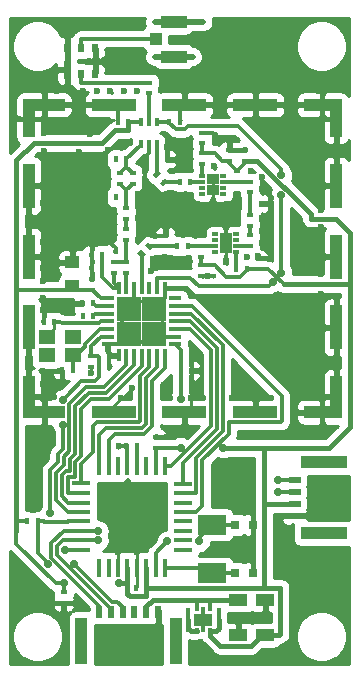
<source format=gbr>
G04 #@! TF.GenerationSoftware,KiCad,Pcbnew,(5.1.4)-1*
G04 #@! TF.CreationDate,2020-12-03T17:51:28+01:00*
G04 #@! TF.ProjectId,LoRa_Balloon,4c6f5261-5f42-4616-9c6c-6f6f6e2e6b69,2*
G04 #@! TF.SameCoordinates,Original*
G04 #@! TF.FileFunction,Copper,L1,Top*
G04 #@! TF.FilePolarity,Positive*
%FSLAX46Y46*%
G04 Gerber Fmt 4.6, Leading zero omitted, Abs format (unit mm)*
G04 Created by KiCad (PCBNEW (5.1.4)-1) date 2020-12-03 17:51:28*
%MOMM*%
%LPD*%
G04 APERTURE LIST*
%ADD10R,0.600000X0.750000*%
%ADD11R,0.600000X1.500000*%
%ADD12R,1.500000X1.100000*%
%ADD13R,0.350000X0.375000*%
%ADD14R,0.350000X2.100000*%
%ADD15C,0.600000*%
%ADD16R,4.000000X1.000000*%
%ADD17R,1.000000X0.500000*%
%ADD18R,1.050000X1.050000*%
%ADD19R,2.200000X1.050000*%
%ADD20R,0.600000X0.400000*%
%ADD21R,1.600000X1.000000*%
%ADD22R,0.500000X1.000000*%
%ADD23R,1.000000X4.000000*%
%ADD24R,0.400000X0.600000*%
%ADD25R,2.400000X1.700000*%
%ADD26R,0.450000X1.600000*%
%ADD27R,1.600000X0.450000*%
%ADD28C,0.400000*%
%ADD29C,0.100000*%
%ADD30R,1.250000X1.000000*%
%ADD31R,0.800000X0.750000*%
%ADD32R,3.240000X1.000000*%
%ADD33R,3.800000X1.000000*%
%ADD34R,3.570000X1.000000*%
%ADD35R,1.000000X3.570000*%
%ADD36R,1.000000X3.800000*%
%ADD37R,1.000000X3.240000*%
%ADD38R,0.500000X0.300000*%
%ADD39R,1.060000X0.880000*%
%ADD40R,1.000000X0.370000*%
%ADD41R,0.370000X1.000000*%
%ADD42R,1.062500X1.062500*%
%ADD43R,0.400000X0.650000*%
%ADD44R,1.400000X1.150000*%
%ADD45C,0.700000*%
%ADD46C,0.500000*%
%ADD47C,0.355547*%
%ADD48C,0.250000*%
%ADD49C,0.300000*%
%ADD50C,0.400000*%
%ADD51C,0.254000*%
G04 APERTURE END LIST*
D10*
X191273580Y-106017280D03*
X192473580Y-108267280D03*
X193673580Y-108267280D03*
X193673580Y-106017280D03*
X192473580Y-106017280D03*
D11*
X191273580Y-107892280D03*
D12*
X202824080Y-154424380D03*
D13*
X202274080Y-155286880D03*
X202824080Y-155286880D03*
X203374080Y-155286880D03*
X203374080Y-153561880D03*
X202824080Y-153561880D03*
X202274080Y-153561880D03*
D14*
X204099080Y-154424380D03*
X201549080Y-154424380D03*
D15*
X212110000Y-145570000D03*
X212130000Y-142660000D03*
X209200000Y-145860000D03*
X207020000Y-147490000D03*
D16*
X213040000Y-141130000D03*
X213040000Y-147130000D03*
D17*
X210540000Y-142630000D03*
X210540000Y-143630000D03*
X210540000Y-144630000D03*
X210540000Y-145630000D03*
D18*
X198775000Y-105265000D03*
D19*
X200300000Y-103815000D03*
X200300000Y-106765000D03*
D20*
X195767960Y-116616480D03*
X195767960Y-117516480D03*
D15*
X206890620Y-154251660D03*
X202824080Y-154424380D03*
D21*
X208048860Y-152751660D03*
X208048860Y-155751660D03*
X205750160Y-155751660D03*
X205750160Y-152751660D03*
D15*
X203174600Y-125311320D03*
X199758300Y-138976100D03*
X195656200Y-139712700D03*
X203822300Y-113411000D03*
X205651100Y-113830100D03*
X193332100Y-133540500D03*
X193981700Y-155282900D03*
X198981700Y-155282900D03*
X200482200Y-154787600D03*
X192481200Y-154787600D03*
X189738000Y-153028220D03*
X207020000Y-149440000D03*
X195580000Y-148717000D03*
X197180200Y-148717000D03*
X204702840Y-122999000D03*
X204702840Y-122119000D03*
X203616560Y-118047080D03*
X203616560Y-117167080D03*
X205958440Y-133662420D03*
X209936080Y-133118860D03*
X210365340Y-130456940D03*
X206875380Y-130886200D03*
X207474820Y-128198880D03*
X204442060Y-127596900D03*
X210479640Y-128282700D03*
X208061560Y-112367060D03*
X210695540Y-112798860D03*
X209943700Y-115171220D03*
X211236560Y-117363240D03*
X210771740Y-121681240D03*
X210850480Y-124045980D03*
X192836800Y-122293380D03*
X190870840Y-121815860D03*
X190652400Y-116522500D03*
X192659000Y-117614700D03*
X193192400Y-113304320D03*
X193065400Y-120992900D03*
X192283080Y-114846100D03*
X191643000Y-119049800D03*
X191267080Y-112595660D03*
X200017380Y-135638540D03*
X201747120Y-135651240D03*
X202793600Y-135648700D03*
X206387700Y-135636000D03*
X205272640Y-135641080D03*
X207462120Y-135641080D03*
X208577180Y-135636000D03*
X210502500Y-135597900D03*
X211617560Y-135592820D03*
X212707220Y-135608060D03*
X212702140Y-134493000D03*
X212742780Y-127957580D03*
X212737700Y-131267200D03*
X212742780Y-130169920D03*
X212725000Y-132354320D03*
X212707220Y-133395720D03*
X212737700Y-129054860D03*
X209252820Y-109634020D03*
X212562440Y-109639100D03*
X211465160Y-109634020D03*
X212745320Y-126875540D03*
X210350100Y-109639100D03*
X213751160Y-109631480D03*
X212737700Y-125161040D03*
X212730080Y-123837700D03*
X203647040Y-109636560D03*
X202549760Y-109631480D03*
X200337420Y-109631480D03*
X201434700Y-109636560D03*
X204835760Y-109628940D03*
X205933040Y-109634020D03*
X207048100Y-109628940D03*
X208145380Y-109634020D03*
X212737700Y-117535960D03*
X212737700Y-122555000D03*
X212737700Y-119748300D03*
X212737700Y-121203720D03*
X212732620Y-118633240D03*
X212768180Y-113195100D03*
X212773260Y-112097820D03*
X212768180Y-115407440D03*
X212773260Y-114310160D03*
X212755480Y-116494560D03*
X196748400Y-134848600D03*
X195879720Y-135638540D03*
X190195200Y-135597900D03*
X189268100Y-135605520D03*
X189268100Y-133385560D03*
X189263020Y-134482840D03*
X189293500Y-113235740D03*
X189298580Y-112138460D03*
X189257940Y-128203960D03*
X189255400Y-125773180D03*
X189250320Y-124658120D03*
X189265560Y-127177800D03*
X189255400Y-123560840D03*
X189260480Y-120279160D03*
X189265560Y-119181880D03*
X189260480Y-122491500D03*
X189265560Y-121394220D03*
X189283340Y-114785140D03*
X189278260Y-115882420D03*
X189278260Y-118094760D03*
X189283340Y-116997480D03*
X189344300Y-109639100D03*
X190441580Y-109644180D03*
X191556640Y-109639100D03*
X192653920Y-109644180D03*
X193842640Y-109636560D03*
X194939920Y-109641640D03*
X196054980Y-109636560D03*
X199245220Y-109631480D03*
X197152260Y-109641640D03*
X197054870Y-130778270D03*
X195992370Y-130778270D03*
X197054870Y-128653270D03*
X195992370Y-129715770D03*
X195992370Y-128653270D03*
X197054870Y-129715770D03*
X198117370Y-128653270D03*
X198117370Y-129715770D03*
X198117370Y-130778270D03*
X199179870Y-130778270D03*
X199179870Y-129715770D03*
X199179870Y-128653270D03*
X199179870Y-127590770D03*
X198117370Y-127590770D03*
X197054870Y-127590770D03*
X195992370Y-127590770D03*
X198368920Y-124891800D03*
X198546720Y-123906280D03*
X199555100Y-123758960D03*
X200573640Y-123873260D03*
X201622660Y-123842780D03*
X204716380Y-124167900D03*
X206524860Y-123715780D03*
X207459580Y-123642120D03*
X207789780Y-122534680D03*
X207782160Y-121488200D03*
X207774540Y-120449340D03*
X208549240Y-119755920D03*
X208549240Y-118709440D03*
X207782160Y-118008400D03*
X207751680Y-116992400D03*
X203730860Y-115996720D03*
X200710800Y-115379500D03*
X199773540Y-114449860D03*
X201658220Y-116334540D03*
X200266300Y-116415820D03*
X198709280Y-118102380D03*
X199712580Y-118407180D03*
X199674480Y-119212360D03*
X201117200Y-118440200D03*
X202366880Y-119253000D03*
X203606400Y-119380000D03*
X204853540Y-119225060D03*
X206870300Y-116438680D03*
X205823820Y-118851680D03*
X205729840Y-119893080D03*
X205694280Y-120937020D03*
X204541120Y-120959880D03*
X203474320Y-120929400D03*
X202841860Y-121884440D03*
X201843640Y-121795540D03*
X200832720Y-121780300D03*
X200134220Y-121036080D03*
X199110600Y-121020840D03*
X197708520Y-121378980D03*
X198577200Y-121884440D03*
X197299580Y-122306080D03*
X197317360Y-120454420D03*
X197309740Y-119438420D03*
X197312280Y-118407180D03*
X197853300Y-117528340D03*
X197843140Y-116474240D03*
X197672960Y-115478560D03*
X194751960Y-122349260D03*
X195254880Y-121470420D03*
X195239640Y-120467120D03*
X194774820Y-119545100D03*
X194457320Y-118587520D03*
X194746880Y-117614700D03*
X194749420Y-116598700D03*
X194477640Y-115608100D03*
X194713860Y-114632740D03*
X195712080Y-114457480D03*
X196639180Y-114043460D03*
D22*
X193981700Y-153782580D03*
X194981700Y-153782580D03*
X195981700Y-153782580D03*
X196981700Y-153782580D03*
X197981700Y-153782580D03*
X198981700Y-153782580D03*
D23*
X192481700Y-156282580D03*
X200481700Y-156282580D03*
D24*
X197983260Y-151729440D03*
X197083260Y-151729440D03*
D25*
X203570840Y-150502840D03*
X203570840Y-146402840D03*
D26*
X193981420Y-150022340D03*
X194781420Y-150022340D03*
X195581420Y-150022340D03*
X196381420Y-150022340D03*
X197181420Y-150022340D03*
X197981420Y-150022340D03*
X198781420Y-150022340D03*
X199581420Y-150022340D03*
D27*
X201081420Y-148522340D03*
X201081420Y-147722340D03*
X201081420Y-146922340D03*
X201081420Y-146122340D03*
X201081420Y-145322340D03*
X201081420Y-144522340D03*
X201081420Y-143722340D03*
X201081420Y-142922340D03*
D26*
X199581420Y-141422340D03*
X198781420Y-141422340D03*
X197981420Y-141422340D03*
X197181420Y-141422340D03*
X196381420Y-141422340D03*
X195581420Y-141422340D03*
X194781420Y-141422340D03*
X193981420Y-141422340D03*
D27*
X192481420Y-142902940D03*
X192481420Y-143722340D03*
X192481420Y-144522340D03*
X192481420Y-145322340D03*
X192481420Y-146122340D03*
X192481420Y-146922340D03*
X192481420Y-147722340D03*
X192481420Y-148522340D03*
D20*
X195234560Y-125082720D03*
X195234560Y-124182720D03*
D24*
X198851520Y-115468400D03*
X199751520Y-115468400D03*
D20*
X193360040Y-125587760D03*
X193360040Y-126487760D03*
D28*
X198851520Y-116723160D03*
D29*
G36*
X199205073Y-116652449D02*
G01*
X198780809Y-117076713D01*
X198497967Y-116793871D01*
X198922231Y-116369607D01*
X199205073Y-116652449D01*
X199205073Y-116652449D01*
G37*
D28*
X199487916Y-117359556D03*
D29*
G36*
X199841469Y-117288845D02*
G01*
X199417205Y-117713109D01*
X199134363Y-117430267D01*
X199558627Y-117006003D01*
X199841469Y-117288845D01*
X199841469Y-117288845D01*
G37*
D30*
X191714120Y-126187200D03*
X191714120Y-124187200D03*
D24*
X192577300Y-127635000D03*
X193477300Y-127635000D03*
D20*
X202712320Y-114112040D03*
X202712320Y-113212040D03*
D24*
X193364280Y-123560840D03*
X194264280Y-123560840D03*
X193481960Y-128691640D03*
X192581960Y-128691640D03*
X194264280Y-124637800D03*
X193364280Y-124637800D03*
X201788180Y-133355080D03*
X200888180Y-133355080D03*
D20*
X205018640Y-114678040D03*
X205018640Y-115578040D03*
X206314040Y-115578040D03*
X206314040Y-114678040D03*
X206750920Y-117362400D03*
X206750920Y-118262400D03*
D24*
X206750920Y-119207280D03*
X207650920Y-119207280D03*
D20*
X206750920Y-120167400D03*
X206750920Y-121067400D03*
X207416400Y-124744900D03*
X207416400Y-123844900D03*
D24*
X189295200Y-129219960D03*
X190195200Y-129219960D03*
X191752220Y-133304280D03*
X190852220Y-133304280D03*
D20*
X202653900Y-124411320D03*
X202653900Y-125311320D03*
D24*
X195386120Y-123235720D03*
X196286120Y-123235720D03*
D20*
X203664820Y-125311320D03*
X203664820Y-124411320D03*
X196286120Y-121380680D03*
X196286120Y-122280680D03*
X199588120Y-122811540D03*
X199588120Y-121911540D03*
D24*
X200600740Y-122809000D03*
X201500740Y-122809000D03*
X196278500Y-118661180D03*
X195378500Y-118661180D03*
D20*
X196814440Y-116616480D03*
X196814440Y-117516480D03*
D24*
X195561800Y-112268000D03*
X196461800Y-112268000D03*
X195397120Y-115463320D03*
X196297120Y-115463320D03*
X200805200Y-112268000D03*
X199905200Y-112268000D03*
D20*
X198196200Y-109857960D03*
X198196200Y-108957960D03*
D31*
X205518320Y-146402840D03*
X207018320Y-146402840D03*
X207018320Y-150502840D03*
X205518320Y-150502840D03*
D20*
X190985140Y-152128220D03*
X190985140Y-153028220D03*
D24*
X197182740Y-139717780D03*
X196282740Y-139717780D03*
D20*
X198780400Y-139873140D03*
X198780400Y-138973140D03*
D32*
X212926200Y-110853200D03*
D33*
X207206200Y-110853200D03*
X201206200Y-110853200D03*
X195206200Y-110853200D03*
D34*
X189321200Y-110853200D03*
D35*
X214046200Y-135578200D03*
D36*
X214046200Y-129693200D03*
X214046200Y-123693200D03*
X214046200Y-117693200D03*
D37*
X214046200Y-111973200D03*
D32*
X212926200Y-136863200D03*
D33*
X207206200Y-136863200D03*
X201206200Y-136863200D03*
X195206200Y-136863200D03*
D34*
X189321200Y-136863200D03*
D37*
X188036200Y-111973200D03*
D36*
X188036200Y-117693200D03*
X188036200Y-123693200D03*
X188036200Y-129693200D03*
D35*
X188036200Y-135578200D03*
D24*
X200814520Y-117358160D03*
X201714520Y-117358160D03*
D20*
X205668880Y-116458160D03*
X205668880Y-117358160D03*
X196286120Y-124185680D03*
X196286120Y-125085680D03*
X206750920Y-121909840D03*
X206750920Y-122809840D03*
D28*
X197584060Y-123447238D03*
D29*
G36*
X197513349Y-123093685D02*
G01*
X197937613Y-123517949D01*
X197654771Y-123800791D01*
X197230507Y-123376527D01*
X197513349Y-123093685D01*
X197513349Y-123093685D01*
G37*
D28*
X198220456Y-122810842D03*
D29*
G36*
X198149745Y-122457289D02*
G01*
X198574009Y-122881553D01*
X198291167Y-123164395D01*
X197866903Y-122740131D01*
X198149745Y-122457289D01*
X198149745Y-122457289D01*
G37*
D20*
X202653900Y-122808580D03*
X202653900Y-123708580D03*
X196286120Y-119620880D03*
X196286120Y-120520880D03*
X202712320Y-115864640D03*
X202712320Y-114964640D03*
X193332100Y-133038000D03*
X193332100Y-132138000D03*
D24*
X206504960Y-124744480D03*
X205604960Y-124744480D03*
X187906240Y-146122340D03*
X188806240Y-146122340D03*
D38*
X202716560Y-116857080D03*
X202716560Y-117357080D03*
X202716560Y-117857080D03*
X202716560Y-118357080D03*
X204516560Y-118357080D03*
X204516560Y-117857080D03*
X204516560Y-117357080D03*
X204516560Y-116857080D03*
D39*
X203616560Y-118047080D03*
X203616560Y-117167080D03*
D40*
X194736120Y-127234520D03*
X194736120Y-127884520D03*
X194736120Y-128534520D03*
X194736120Y-129184520D03*
X194736120Y-129834520D03*
X194736120Y-130484520D03*
X194736120Y-131134520D03*
D41*
X195636120Y-132034520D03*
X196286120Y-132034520D03*
X196936120Y-132034520D03*
X197586120Y-132034520D03*
X198236120Y-132034520D03*
X198886120Y-132034520D03*
X199536120Y-132034520D03*
D40*
X200436120Y-131134520D03*
X200436120Y-130484520D03*
X200436120Y-129834520D03*
X200436120Y-129184520D03*
X200436120Y-128534520D03*
X200436120Y-127884520D03*
X200436120Y-127234520D03*
D41*
X199536120Y-126334520D03*
X198886120Y-126334520D03*
X198236120Y-126334520D03*
X197586120Y-126334520D03*
X196936120Y-126334520D03*
X196286120Y-126334520D03*
X195636120Y-126334520D03*
D42*
X199179870Y-130778270D03*
X199179870Y-129715770D03*
X199179870Y-128653270D03*
X199179870Y-127590770D03*
X198117370Y-130778270D03*
X198117370Y-129715770D03*
X198117370Y-128653270D03*
X198117370Y-127590770D03*
X197054870Y-130778270D03*
X197054870Y-129715770D03*
X197054870Y-128653270D03*
X197054870Y-127590770D03*
X195992370Y-130778270D03*
X195992370Y-129715770D03*
X195992370Y-128653270D03*
X195992370Y-127590770D03*
D39*
X204702840Y-122999000D03*
X204702840Y-122119000D03*
D38*
X203802840Y-123309000D03*
X203802840Y-122809000D03*
X203802840Y-122309000D03*
X203802840Y-121809000D03*
X205602840Y-121809000D03*
X205602840Y-122309000D03*
X205602840Y-122809000D03*
X205602840Y-123309000D03*
D43*
X197546200Y-114168000D03*
X198846200Y-114168000D03*
X198196200Y-112268000D03*
X198196200Y-114168000D03*
X198846200Y-112268000D03*
X197546200Y-112268000D03*
D44*
X189549860Y-130467200D03*
X191749860Y-130467200D03*
X191749860Y-132067200D03*
X189549860Y-132067200D03*
D45*
X200883520Y-139873140D03*
X195679060Y-151367440D03*
X190980060Y-151363680D03*
X204515720Y-139875260D03*
X200883520Y-135788400D03*
X208681320Y-125826520D03*
X189831389Y-145430240D03*
X191137540Y-148523960D03*
X190914020Y-135813800D03*
X190919100Y-137916920D03*
X209428080Y-125079760D03*
X209428080Y-118468140D03*
X209428080Y-116817140D03*
X202473560Y-147807680D03*
X199763380Y-147807680D03*
X193900000Y-146922340D03*
X209170000Y-142630000D03*
X193900000Y-147722340D03*
X209170000Y-143630000D03*
X189689740Y-149699980D03*
X191881760Y-149702520D03*
D46*
X198700000Y-103815000D02*
X198695000Y-103810000D01*
X200300000Y-103815000D02*
X198700000Y-103815000D01*
X200300000Y-103815000D02*
X202765000Y-103815000D01*
X201900000Y-106765000D02*
X201905000Y-106760000D01*
X200300000Y-106765000D02*
X201900000Y-106765000D01*
X198700000Y-106765000D02*
X198695000Y-106770000D01*
X200300000Y-106765000D02*
X198700000Y-106765000D01*
D47*
X198846200Y-114168000D02*
X198846200Y-115463080D01*
X198851520Y-115468400D02*
X198851520Y-116723160D01*
D48*
X197181420Y-151631280D02*
X197083260Y-151729440D01*
X197181420Y-150022340D02*
X197181420Y-151631280D01*
X197181420Y-148718220D02*
X197180200Y-148717000D01*
X197181420Y-150022340D02*
X197181420Y-148718220D01*
X195581420Y-148718420D02*
X195580000Y-148717000D01*
X195581420Y-150022340D02*
X195581420Y-148718420D01*
X193332100Y-133038000D02*
X193332100Y-133540500D01*
X195206200Y-136312060D02*
X195879720Y-135638540D01*
X195206200Y-136863200D02*
X195206200Y-136312060D01*
X201747120Y-136322280D02*
X201747120Y-135651240D01*
X201206200Y-136863200D02*
X201747120Y-136322280D01*
D49*
X200805200Y-111254200D02*
X201206200Y-110853200D01*
X200805200Y-112268000D02*
X200805200Y-111254200D01*
X195561800Y-111208800D02*
X195206200Y-110853200D01*
X195561800Y-112268000D02*
X195561800Y-111208800D01*
X198196200Y-114955320D02*
X198196200Y-114168000D01*
X197672960Y-115478560D02*
X198196200Y-114955320D01*
X203623340Y-113212040D02*
X203822300Y-113411000D01*
X202712320Y-113212040D02*
X203623340Y-113212040D01*
X195386120Y-122983420D02*
X194751960Y-122349260D01*
X195386120Y-123235720D02*
X195386120Y-122983420D01*
X196381420Y-139816460D02*
X196282740Y-139717780D01*
X196381420Y-141422340D02*
X196381420Y-139816460D01*
X196277660Y-139712700D02*
X196282740Y-139717780D01*
X195656200Y-139712700D02*
X196277660Y-139712700D01*
X196936120Y-127472020D02*
X197054870Y-127590770D01*
X196936120Y-126334520D02*
X196936120Y-127472020D01*
X199536120Y-127234520D02*
X199179870Y-127590770D01*
X199536120Y-126334520D02*
X199536120Y-127234520D01*
X199179870Y-130140034D02*
X199179870Y-129715770D01*
X199524356Y-130484520D02*
X199179870Y-130140034D01*
X200436120Y-130484520D02*
X199524356Y-130484520D01*
X195636120Y-131134520D02*
X195992370Y-130778270D01*
X194736120Y-131134520D02*
X195636120Y-131134520D01*
X202653900Y-125311320D02*
X203174600Y-125311320D01*
X203664820Y-125311320D02*
X203174600Y-125311320D01*
X202824080Y-153561880D02*
X202824080Y-155286880D01*
D47*
X199487916Y-117359556D02*
X200813124Y-117359556D01*
D49*
X194106800Y-127234520D02*
X193360040Y-126487760D01*
X194736120Y-127234520D02*
X194106800Y-127234520D01*
X197546200Y-112268000D02*
X196461800Y-112268000D01*
X202653900Y-123708580D02*
X202653900Y-124411320D01*
X202653900Y-124411320D02*
X203664820Y-124411320D01*
X202712320Y-114964640D02*
X203412320Y-114964640D01*
X202712320Y-114112040D02*
X202712320Y-114964640D01*
X206314040Y-115813000D02*
X205668880Y-116458160D01*
X206314040Y-115578040D02*
X206314040Y-115813000D01*
D50*
X209609920Y-126039880D02*
X215244680Y-126039880D01*
D49*
X198780400Y-141421320D02*
X198781420Y-141422340D01*
X198780400Y-139873140D02*
X198780400Y-141421320D01*
X197981700Y-151731000D02*
X197983260Y-151729440D01*
D50*
X197981420Y-151727600D02*
X197983260Y-151729440D01*
X197981420Y-150022340D02*
X197981420Y-151727600D01*
X197983260Y-151729440D02*
X197983260Y-152427520D01*
X196461800Y-112968000D02*
X196461800Y-112268000D01*
X215244680Y-126039880D02*
X215244680Y-138112500D01*
X196381420Y-150022340D02*
X196381420Y-151367440D01*
X188464919Y-114054479D02*
X186959781Y-115559617D01*
X196174034Y-151367440D02*
X196381420Y-151367440D01*
X195679060Y-151367440D02*
X196174034Y-151367440D01*
X196381420Y-151367440D02*
X196381420Y-152247602D01*
D49*
X187405461Y-146123119D02*
X186959781Y-146123119D01*
X187406240Y-146122340D02*
X187405461Y-146123119D01*
X187906240Y-146122340D02*
X187406240Y-146122340D01*
D50*
X186959781Y-115559617D02*
X186959781Y-146123119D01*
X186959781Y-146123119D02*
X186959781Y-146937865D01*
D49*
X190985140Y-151368760D02*
X190980060Y-151363680D01*
X190985140Y-152128220D02*
X190985140Y-151368760D01*
X190485086Y-151363680D02*
X190980060Y-151363680D01*
X190317438Y-151363680D02*
X190485086Y-151363680D01*
X186959781Y-148006023D02*
X190317438Y-151363680D01*
X186959781Y-146937865D02*
X186959781Y-148006023D01*
D50*
X213484040Y-139873140D02*
X215244680Y-138112500D01*
D49*
X203805240Y-114964640D02*
X203412320Y-114964640D01*
X204418640Y-115578040D02*
X203805240Y-114964640D01*
X205018640Y-115578040D02*
X204418640Y-115578040D01*
X205018640Y-115807920D02*
X205668880Y-116458160D01*
X205018640Y-115578040D02*
X205018640Y-115807920D01*
X206504960Y-124844480D02*
X206504960Y-124744480D01*
X205954959Y-125394481D02*
X206504960Y-124844480D01*
X204747981Y-125394481D02*
X205954959Y-125394481D01*
X203764820Y-124411320D02*
X204747981Y-125394481D01*
X203664820Y-124411320D02*
X203764820Y-124411320D01*
X192014680Y-126487760D02*
X191714120Y-126187200D01*
X192504900Y-126487760D02*
X192014680Y-126487760D01*
X192504900Y-126487760D02*
X193360040Y-126487760D01*
X186959781Y-126487760D02*
X192504900Y-126487760D01*
D50*
X215244680Y-121699020D02*
X215244680Y-126039880D01*
X214028020Y-120482360D02*
X215244680Y-121699020D01*
X211918360Y-120482360D02*
X214028020Y-120482360D01*
X211918360Y-120123078D02*
X211918360Y-120482360D01*
X207373322Y-115578040D02*
X211918360Y-120123078D01*
X206314040Y-115578040D02*
X207373322Y-115578040D01*
X195342598Y-112968000D02*
X196461800Y-112968000D01*
X194256119Y-114054479D02*
X195342598Y-112968000D01*
X188464919Y-114054479D02*
X194256119Y-114054479D01*
D49*
X198780400Y-139873140D02*
X200883520Y-139873140D01*
X200883520Y-133359740D02*
X200888180Y-133355080D01*
X200883520Y-135788400D02*
X200883520Y-133359740D01*
X200888180Y-131586580D02*
X200436120Y-131134520D01*
X200888180Y-133355080D02*
X200888180Y-131586580D01*
X208314940Y-124744900D02*
X207416400Y-124744900D01*
X209609920Y-126039880D02*
X208314940Y-124744900D01*
X206505380Y-124744900D02*
X206504960Y-124744480D01*
X207416400Y-124744900D02*
X206505380Y-124744900D01*
D50*
X198737220Y-151729440D02*
X197983260Y-151729440D01*
X196563259Y-152429441D02*
X196381420Y-152247602D01*
X197603261Y-152429441D02*
X196563259Y-152429441D01*
X197605182Y-152427520D02*
X197603261Y-152429441D01*
X197983260Y-152427520D02*
X197605182Y-152427520D01*
X208048860Y-155751660D02*
X207748860Y-155751660D01*
X207748860Y-155751660D02*
X206848860Y-156651660D01*
X209339180Y-155661340D02*
X209339180Y-151729440D01*
X209248860Y-155751660D02*
X209339180Y-155661340D01*
X208048860Y-155751660D02*
X209248860Y-155751660D01*
X204554810Y-139873140D02*
X204534205Y-139893745D01*
X213484040Y-139873140D02*
X209283140Y-139873140D01*
X207959440Y-139910560D02*
X207996860Y-139873140D01*
X207996860Y-139873140D02*
X204554810Y-139873140D01*
X209283140Y-139873140D02*
X207996860Y-139873140D01*
X207959440Y-151729440D02*
X198737220Y-151729440D01*
X209339180Y-151729440D02*
X207959440Y-151729440D01*
X209630000Y-144630000D02*
X207958880Y-144630000D01*
X210540000Y-144630000D02*
X209640000Y-144630000D01*
X207959440Y-151729440D02*
X207959440Y-144620560D01*
X207959440Y-144620560D02*
X207959440Y-139910560D01*
X203399081Y-155794381D02*
X203399081Y-155374381D01*
X206848860Y-156651660D02*
X204256360Y-156651660D01*
X204256360Y-156651660D02*
X203399081Y-155794381D01*
X203894081Y-155374381D02*
X203399081Y-155374381D01*
X204099080Y-154424380D02*
X204099080Y-155169382D01*
X204099080Y-155169382D02*
X203894081Y-155374381D01*
D49*
X193726820Y-127884520D02*
X193477300Y-127635000D01*
X194736120Y-127884520D02*
X193726820Y-127884520D01*
X194264280Y-123560840D02*
X194264280Y-124637800D01*
X195151120Y-126334520D02*
X195636120Y-126334520D01*
X194264280Y-125447680D02*
X195151120Y-126334520D01*
X194264280Y-124637800D02*
X194264280Y-125447680D01*
X195234560Y-125932960D02*
X195636120Y-126334520D01*
X195234560Y-125082720D02*
X195234560Y-125932960D01*
X193639080Y-128534520D02*
X193481960Y-128691640D01*
X194736120Y-128534520D02*
X193639080Y-128534520D01*
D47*
X206750920Y-118262400D02*
X206750920Y-119207280D01*
X206750920Y-119207280D02*
X206750920Y-120167400D01*
D49*
X205667800Y-117357080D02*
X205668880Y-117358160D01*
X204516560Y-117357080D02*
X205667800Y-117357080D01*
D47*
X205097636Y-117358160D02*
X205096556Y-117357080D01*
X205668880Y-117358160D02*
X205097636Y-117358160D01*
X206746680Y-117358160D02*
X206750920Y-117362400D01*
X205668880Y-117358160D02*
X206746680Y-117358160D01*
X206750920Y-121067400D02*
X206750920Y-121909840D01*
D49*
X190696040Y-129219960D02*
X190196040Y-129219960D01*
X190817721Y-129341641D02*
X190696040Y-129219960D01*
X193961961Y-129341641D02*
X190817721Y-129341641D01*
X194119082Y-129184520D02*
X193961961Y-129341641D01*
X194736120Y-129184520D02*
X194119082Y-129184520D01*
D48*
X190196040Y-129769960D02*
X189554400Y-130463800D01*
X190196040Y-129219960D02*
X190196040Y-129769960D01*
D49*
X192799861Y-131322201D02*
X191752220Y-132194560D01*
X192799861Y-131105777D02*
X192799861Y-131322201D01*
X194071118Y-129834520D02*
X192799861Y-131105777D01*
X194736120Y-129834520D02*
X194071118Y-129834520D01*
X191752220Y-133304280D02*
X191752220Y-132194560D01*
D47*
X196283160Y-124182720D02*
X196286120Y-124185680D01*
X195234560Y-124182720D02*
X196283160Y-124182720D01*
X196286120Y-124185680D02*
X196286120Y-123235720D01*
X196286120Y-123235720D02*
X196286120Y-122280680D01*
X196286120Y-121380680D02*
X196286120Y-120520880D01*
X199590660Y-122809000D02*
X199588120Y-122811540D01*
X200600740Y-122809000D02*
X199590660Y-122809000D01*
X198221154Y-122811540D02*
X198220456Y-122810842D01*
X199588120Y-122811540D02*
X198221154Y-122811540D01*
D49*
X202654320Y-122809000D02*
X202653900Y-122808580D01*
X203802840Y-122809000D02*
X202654320Y-122809000D01*
D47*
X203222424Y-122808580D02*
X203222844Y-122809000D01*
X202653900Y-122808580D02*
X203222424Y-122808580D01*
X201501160Y-122808580D02*
X201500740Y-122809000D01*
X202653900Y-122808580D02*
X201501160Y-122808580D01*
X196286120Y-118668800D02*
X196278500Y-118661180D01*
X196286120Y-119620880D02*
X196286120Y-118668800D01*
X196278500Y-118027020D02*
X195767960Y-117516480D01*
X196278500Y-118661180D02*
X196278500Y-118027020D01*
X196278500Y-118052420D02*
X196814440Y-117516480D01*
X196278500Y-118661180D02*
X196278500Y-118052420D01*
X197546200Y-114214240D02*
X196297120Y-115463320D01*
D48*
X197546200Y-114168000D02*
X197546200Y-114214240D01*
D47*
X196297120Y-116087320D02*
X196297120Y-115463320D01*
X195767960Y-116616480D02*
X196297120Y-116087320D01*
X196814440Y-116604640D02*
X196297120Y-116087320D01*
X196814440Y-116616480D02*
X196814440Y-116604640D01*
D49*
X198846200Y-112268000D02*
X199905200Y-112268000D01*
X194145260Y-130484520D02*
X194736120Y-130484520D01*
X193332100Y-131297680D02*
X194145260Y-130484520D01*
X193332100Y-132138000D02*
X193332100Y-131297680D01*
D48*
X193432100Y-132138000D02*
X193332100Y-132138000D01*
X190914020Y-135813800D02*
X191139593Y-135813800D01*
X192479800Y-148523960D02*
X192481420Y-148522340D01*
D49*
X191137540Y-148523960D02*
X192479800Y-148523960D01*
X191264019Y-135463801D02*
X190914020Y-135813800D01*
X193332100Y-132138000D02*
X193932100Y-132138000D01*
X193932100Y-132138000D02*
X193982101Y-132188001D01*
X193982101Y-132188001D02*
X193982101Y-133878559D01*
X193982101Y-133878559D02*
X193624200Y-134236460D01*
X193624200Y-134236460D02*
X192491360Y-134236460D01*
X192491360Y-134236460D02*
X191264019Y-135463801D01*
X190919100Y-140001178D02*
X190919100Y-137916920D01*
X190481380Y-140438898D02*
X190919100Y-140001178D01*
X190481380Y-141126618D02*
X190481380Y-140438898D01*
X189831389Y-145430240D02*
X189831389Y-141776609D01*
X189831389Y-141776609D02*
X190481380Y-141126618D01*
X202409599Y-126197021D02*
X208343839Y-126197021D01*
X201697097Y-125484519D02*
X202409599Y-126197021D01*
X198936121Y-125484519D02*
X201697097Y-125484519D01*
X198886120Y-126334520D02*
X198886120Y-125534520D01*
X198886120Y-125534520D02*
X198936121Y-125484519D01*
X208331321Y-126176519D02*
X208681320Y-125826520D01*
X209428080Y-125079760D02*
X209428080Y-118468140D01*
X199905200Y-112368000D02*
X199905200Y-112268000D01*
X200455201Y-112918001D02*
X199905200Y-112368000D01*
X201285201Y-112918001D02*
X200455201Y-112918001D01*
X201541163Y-112662039D02*
X201285201Y-112918001D01*
X205767953Y-112662039D02*
X201541163Y-112662039D01*
X209428080Y-116322166D02*
X205767953Y-112662039D01*
X209428080Y-116817140D02*
X209428080Y-116322166D01*
D47*
X198196200Y-109857960D02*
X198196200Y-112268000D01*
D49*
X202473560Y-147500120D02*
X203570840Y-146402840D01*
X202473560Y-147807680D02*
X202473560Y-147500120D01*
X198781420Y-148789640D02*
X198781420Y-150022340D01*
X199763380Y-147807680D02*
X198781420Y-148789640D01*
X203570840Y-146402840D02*
X205518320Y-146402840D01*
X199581640Y-150022560D02*
X199581420Y-150022340D01*
X203616780Y-150012400D02*
X203616560Y-150012180D01*
X199591580Y-150012180D02*
X199581420Y-150022340D01*
X203090340Y-150022340D02*
X203570840Y-150502840D01*
X199581420Y-150022340D02*
X203090340Y-150022340D01*
X205518320Y-150502840D02*
X203570840Y-150502840D01*
X197182740Y-141421020D02*
X197181420Y-141422340D01*
X197182740Y-139717780D02*
X197182740Y-141421020D01*
X193981700Y-153256620D02*
X193981700Y-153782580D01*
X193990160Y-153248160D02*
X193981700Y-153256620D01*
X189937529Y-149195529D02*
X193990160Y-153248160D01*
X189937529Y-147980849D02*
X189937529Y-149195529D01*
X192481420Y-146922340D02*
X190996038Y-146922340D01*
X190996038Y-146922340D02*
X189937529Y-147980849D01*
X193900000Y-146922340D02*
X192481420Y-146922340D01*
X209170000Y-142630000D02*
X210540000Y-142630000D01*
X190903158Y-147722340D02*
X190437539Y-148187959D01*
X192481420Y-147722340D02*
X190903158Y-147722340D01*
X194981700Y-153532580D02*
X194981700Y-153782580D01*
X190437539Y-148988419D02*
X194981700Y-153532580D01*
X190437539Y-148187959D02*
X190437539Y-148988419D01*
X193900000Y-147722340D02*
X192481420Y-147722340D01*
X209170000Y-143630000D02*
X210540000Y-143630000D01*
D47*
X201714520Y-117358160D02*
X202135484Y-117358160D01*
D49*
X202136564Y-117357080D02*
X202135484Y-117358160D01*
X202716560Y-117357080D02*
X202136564Y-117357080D01*
D47*
X196286120Y-125085680D02*
X196286120Y-126334520D01*
D49*
X206750080Y-122809000D02*
X206750920Y-122809840D01*
X205602840Y-122809000D02*
X206750080Y-122809000D01*
D47*
X206183676Y-122809840D02*
X206182836Y-122809000D01*
X206750920Y-122809840D02*
X206183676Y-122809840D01*
X197584060Y-126332460D02*
X197586120Y-126334520D01*
X197584060Y-123447238D02*
X197584060Y-126332460D01*
D49*
X202716560Y-115868880D02*
X202712320Y-115864640D01*
X202716560Y-116857080D02*
X202716560Y-115868880D01*
X205604960Y-123311120D02*
X205602840Y-123309000D01*
X205604960Y-124744480D02*
X205604960Y-123311120D01*
X195981700Y-153532580D02*
X195981700Y-153782580D01*
X195981700Y-153402578D02*
X195511701Y-152932579D01*
X195981700Y-153782580D02*
X195981700Y-153402578D01*
X195111819Y-152932579D02*
X195321741Y-152932579D01*
X191881760Y-149702520D02*
X195111819Y-152932579D01*
X195511701Y-152932579D02*
X195321741Y-152932579D01*
X189306240Y-146122340D02*
X188806240Y-146122340D01*
X189314141Y-146130241D02*
X189306240Y-146122340D01*
X191373519Y-146130241D02*
X189314141Y-146130241D01*
X191381420Y-146122340D02*
X191373519Y-146130241D01*
X192481420Y-146122340D02*
X191381420Y-146122340D01*
X188806240Y-146722340D02*
X188806240Y-146122340D01*
X188806240Y-148771360D02*
X188806240Y-146722340D01*
X189689740Y-149654860D02*
X188806240Y-148771360D01*
X189689740Y-149699980D02*
X189689740Y-149654860D01*
X191456201Y-140171197D02*
X190981390Y-140646008D01*
X190331399Y-144272319D02*
X191381420Y-145322340D01*
X191381420Y-145322340D02*
X192481420Y-145322340D01*
X190981390Y-141333728D02*
X190331399Y-141983719D01*
X196286120Y-132034520D02*
X196286120Y-132834520D01*
X190981390Y-140646008D02*
X190981390Y-141333728D01*
X190331399Y-141983719D02*
X190331399Y-144272319D01*
X196286120Y-132834520D02*
X194384170Y-134736470D01*
X192888688Y-134736470D02*
X194384170Y-134736470D01*
X191456201Y-136168957D02*
X192888688Y-134736470D01*
X191456201Y-140171197D02*
X191456201Y-136168957D01*
X191956211Y-140378307D02*
X191481400Y-140853118D01*
X190831409Y-142190829D02*
X190831409Y-143972329D01*
X191481400Y-141827929D02*
X191194309Y-141827929D01*
X196936120Y-132891640D02*
X194591280Y-135236480D01*
X191381420Y-144522340D02*
X192481420Y-144522340D01*
X191194309Y-141827929D02*
X190831409Y-142190829D01*
X196936120Y-132034520D02*
X196936120Y-132891640D01*
X190831409Y-143972329D02*
X191381420Y-144522340D01*
X191481400Y-140853118D02*
X191481400Y-141827929D01*
X193095798Y-135236480D02*
X194591280Y-135236480D01*
X191956211Y-136376067D02*
X193095798Y-135236480D01*
X191956211Y-140378307D02*
X191956211Y-136376067D01*
X191331419Y-143672339D02*
X191381420Y-143722340D01*
X191331419Y-142397939D02*
X191331419Y-143672339D01*
X191401419Y-142327939D02*
X191331419Y-142397939D01*
X191981410Y-142327939D02*
X191401419Y-142327939D01*
X197586120Y-132034520D02*
X197586120Y-132948760D01*
X197586120Y-132948760D02*
X194798390Y-135736490D01*
X192456221Y-140585417D02*
X191981410Y-141060228D01*
X191381420Y-143722340D02*
X192481420Y-143722340D01*
X191981410Y-141060228D02*
X191981410Y-142327939D01*
X193302908Y-135736490D02*
X194798390Y-135736490D01*
X192456221Y-136583177D02*
X193302908Y-135736490D01*
X192456221Y-140585417D02*
X192456221Y-136583177D01*
X198236120Y-132034520D02*
X198236120Y-133005880D01*
X198236120Y-133005880D02*
X197456201Y-133785799D01*
X197456201Y-133785799D02*
X197456201Y-137643201D01*
X192481420Y-142902940D02*
X192481420Y-141272329D01*
X192481420Y-141267338D02*
X193476419Y-140272339D01*
X192481420Y-141272329D02*
X192481420Y-141267338D01*
X193476419Y-138448241D02*
X193481410Y-138443250D01*
X193476419Y-140272339D02*
X193476419Y-138448241D01*
X197456201Y-137643201D02*
X197386201Y-137713201D01*
X193476419Y-138009472D02*
X193476419Y-138448241D01*
X193772690Y-137713201D02*
X193476419Y-138009472D01*
X197386201Y-137713201D02*
X193772690Y-137713201D01*
X198886120Y-133063000D02*
X197956211Y-133992909D01*
X198886120Y-132034520D02*
X198886120Y-133063000D01*
X197956211Y-133992909D02*
X197956211Y-137850311D01*
X197956211Y-137850311D02*
X197593311Y-138213211D01*
X194572790Y-138213211D02*
X194862831Y-138213211D01*
X193981420Y-138804581D02*
X194572790Y-138213211D01*
X193981420Y-141422340D02*
X193981420Y-138804581D01*
X197593311Y-138213211D02*
X194862831Y-138213211D01*
X199536120Y-133120120D02*
X198456221Y-134200019D01*
X199536120Y-132034520D02*
X199536120Y-133120120D01*
X198456221Y-134200019D02*
X198456221Y-138057421D01*
X198456221Y-138057421D02*
X197800421Y-138713221D01*
X194781420Y-139246382D02*
X195314581Y-138713221D01*
X194781420Y-141422340D02*
X194781420Y-139246382D01*
X197800421Y-138713221D02*
X195314581Y-138713221D01*
X200106420Y-141422340D02*
X199581420Y-141422340D01*
X203456201Y-138072559D02*
X200106420Y-141422340D01*
X203456201Y-131625299D02*
X203456201Y-138072559D01*
X201665422Y-129834520D02*
X203456201Y-131625299D01*
X200436120Y-129834520D02*
X201665422Y-129834520D01*
X201081420Y-141154460D02*
X201081420Y-142922340D01*
X203956211Y-138279669D02*
X201081420Y-141154460D01*
X203956211Y-131418189D02*
X203956211Y-138279669D01*
X200436120Y-129184520D02*
X201722542Y-129184520D01*
X201722542Y-129184520D02*
X203956211Y-131418189D01*
X202181420Y-143722340D02*
X201081420Y-143722340D01*
X201779662Y-128534520D02*
X204456221Y-131211079D01*
X204456221Y-131211079D02*
X204456221Y-138486779D01*
X204456221Y-138486779D02*
X202231421Y-140711579D01*
X200436120Y-128534520D02*
X201779662Y-128534520D01*
X202231421Y-140711579D02*
X202231421Y-143672339D01*
X202231421Y-143672339D02*
X202181420Y-143722340D01*
X204956231Y-138693889D02*
X202731431Y-140918689D01*
X201836782Y-127884520D02*
X209456201Y-135503939D01*
X200436120Y-127884520D02*
X201836782Y-127884520D01*
X209456201Y-135503939D02*
X209456201Y-137643201D01*
X209456201Y-137643201D02*
X209383142Y-137716260D01*
X209383142Y-137716260D02*
X204956231Y-137716260D01*
X204956231Y-137716260D02*
X204956231Y-138693889D01*
X202181420Y-145322340D02*
X201081420Y-145322340D01*
X202731431Y-144772329D02*
X202181420Y-145322340D01*
X202731431Y-140918689D02*
X202731431Y-144772329D01*
D47*
X192475715Y-108958785D02*
X197096785Y-108958785D01*
X197540653Y-108958380D02*
X198196200Y-108958380D01*
X197096785Y-108958785D02*
X197533438Y-108958785D01*
X192475715Y-108269415D02*
X192473580Y-108267280D01*
X192475715Y-108958785D02*
X192475715Y-108269415D01*
D50*
X205750160Y-152751660D02*
X203826798Y-152751660D01*
X197981700Y-153312578D02*
X198542618Y-152751660D01*
X197981700Y-153782580D02*
X197981700Y-153312578D01*
D47*
X203376855Y-152751660D02*
X203376855Y-153496605D01*
D50*
X203378340Y-152751660D02*
X203826798Y-152751660D01*
D47*
X202271305Y-152751660D02*
X202271305Y-153496605D01*
D50*
X202181660Y-152751660D02*
X203378340Y-152751660D01*
X198542618Y-152751660D02*
X202181660Y-152751660D01*
X201754079Y-155374381D02*
X202249079Y-155374381D01*
X201549080Y-154424380D02*
X201549080Y-155169382D01*
X201549080Y-155169382D02*
X201754079Y-155374381D01*
D47*
X192495808Y-105264505D02*
X197833958Y-105264505D01*
X192473580Y-105286733D02*
X192495808Y-105264505D01*
X192473580Y-106017280D02*
X192473580Y-105286733D01*
X197834453Y-105265000D02*
X198775000Y-105265000D01*
X197833958Y-105264505D02*
X197834453Y-105265000D01*
D51*
G36*
X199104700Y-153655580D02*
G01*
X199128700Y-153655580D01*
X199128700Y-153909580D01*
X199104700Y-153909580D01*
X199104700Y-154758830D01*
X199263450Y-154917580D01*
X199343628Y-154908616D01*
X199343628Y-158210800D01*
X193619772Y-158210800D01*
X193619772Y-154909628D01*
X193731700Y-154920652D01*
X194231700Y-154920652D01*
X194356182Y-154908392D01*
X194475880Y-154872082D01*
X194481700Y-154868971D01*
X194487520Y-154872082D01*
X194607218Y-154908392D01*
X194731700Y-154920652D01*
X195231700Y-154920652D01*
X195356182Y-154908392D01*
X195475880Y-154872082D01*
X195481700Y-154868971D01*
X195487520Y-154872082D01*
X195607218Y-154908392D01*
X195731700Y-154920652D01*
X196231700Y-154920652D01*
X196356182Y-154908392D01*
X196475880Y-154872082D01*
X196481700Y-154868971D01*
X196487520Y-154872082D01*
X196607218Y-154908392D01*
X196731700Y-154920652D01*
X197231700Y-154920652D01*
X197356182Y-154908392D01*
X197475880Y-154872082D01*
X197481700Y-154868971D01*
X197487520Y-154872082D01*
X197607218Y-154908392D01*
X197731700Y-154920652D01*
X198231700Y-154920652D01*
X198356182Y-154908392D01*
X198475880Y-154872082D01*
X198481618Y-154869015D01*
X198595091Y-154905857D01*
X198699950Y-154917580D01*
X198858700Y-154758830D01*
X198858700Y-154395000D01*
X198869772Y-154282580D01*
X198869772Y-153635580D01*
X199104700Y-153635580D01*
X199104700Y-153655580D01*
X199104700Y-153655580D01*
G37*
X199104700Y-153655580D02*
X199128700Y-153655580D01*
X199128700Y-153909580D01*
X199104700Y-153909580D01*
X199104700Y-154758830D01*
X199263450Y-154917580D01*
X199343628Y-154908616D01*
X199343628Y-158210800D01*
X193619772Y-158210800D01*
X193619772Y-154909628D01*
X193731700Y-154920652D01*
X194231700Y-154920652D01*
X194356182Y-154908392D01*
X194475880Y-154872082D01*
X194481700Y-154868971D01*
X194487520Y-154872082D01*
X194607218Y-154908392D01*
X194731700Y-154920652D01*
X195231700Y-154920652D01*
X195356182Y-154908392D01*
X195475880Y-154872082D01*
X195481700Y-154868971D01*
X195487520Y-154872082D01*
X195607218Y-154908392D01*
X195731700Y-154920652D01*
X196231700Y-154920652D01*
X196356182Y-154908392D01*
X196475880Y-154872082D01*
X196481700Y-154868971D01*
X196487520Y-154872082D01*
X196607218Y-154908392D01*
X196731700Y-154920652D01*
X197231700Y-154920652D01*
X197356182Y-154908392D01*
X197475880Y-154872082D01*
X197481700Y-154868971D01*
X197487520Y-154872082D01*
X197607218Y-154908392D01*
X197731700Y-154920652D01*
X198231700Y-154920652D01*
X198356182Y-154908392D01*
X198475880Y-154872082D01*
X198481618Y-154869015D01*
X198595091Y-154905857D01*
X198699950Y-154917580D01*
X198858700Y-154758830D01*
X198858700Y-154395000D01*
X198869772Y-154282580D01*
X198869772Y-153635580D01*
X199104700Y-153635580D01*
X199104700Y-153655580D01*
G36*
X215130401Y-146000831D02*
G01*
X215040000Y-145991928D01*
X211666036Y-145991928D01*
X211675000Y-145911750D01*
X211516250Y-145753000D01*
X210667000Y-145753000D01*
X210667000Y-145777000D01*
X210413000Y-145777000D01*
X210413000Y-145753000D01*
X209563750Y-145753000D01*
X209405000Y-145911750D01*
X209416723Y-146016609D01*
X209455350Y-146135579D01*
X209516445Y-146244728D01*
X209597660Y-146339860D01*
X209695874Y-146417320D01*
X209807312Y-146474131D01*
X209927692Y-146508111D01*
X210052388Y-146517952D01*
X210254250Y-146515000D01*
X210412998Y-146356252D01*
X210412998Y-146515000D01*
X210413254Y-146515000D01*
X210401928Y-146630000D01*
X210401928Y-147630000D01*
X210414188Y-147754482D01*
X210450498Y-147874180D01*
X210509463Y-147984494D01*
X210588815Y-148081185D01*
X210685506Y-148160537D01*
X210795820Y-148219502D01*
X210915518Y-148255812D01*
X211040000Y-148268072D01*
X215040000Y-148268072D01*
X215130401Y-148259169D01*
X215130401Y-158210800D01*
X201619772Y-158210800D01*
X201619772Y-156200193D01*
X201713060Y-156209381D01*
X201713070Y-156209381D01*
X201754078Y-156213420D01*
X201795086Y-156209381D01*
X202290098Y-156209381D01*
X202412768Y-156197299D01*
X202570166Y-156149553D01*
X202626137Y-156119636D01*
X202701445Y-156260526D01*
X202805790Y-156387672D01*
X202837659Y-156413826D01*
X203636923Y-157213092D01*
X203663069Y-157244951D01*
X203790214Y-157349296D01*
X203935273Y-157426832D01*
X204092671Y-157474578D01*
X204215341Y-157486660D01*
X204215342Y-157486660D01*
X204256360Y-157490700D01*
X204297378Y-157486660D01*
X206807842Y-157486660D01*
X206848860Y-157490700D01*
X206889878Y-157486660D01*
X206889879Y-157486660D01*
X207012549Y-157474578D01*
X207169947Y-157426832D01*
X207315006Y-157349296D01*
X207442151Y-157244951D01*
X207468306Y-157213081D01*
X207791655Y-156889732D01*
X208848860Y-156889732D01*
X208973342Y-156877472D01*
X209093040Y-156841162D01*
X209203354Y-156782197D01*
X209300045Y-156702845D01*
X209379397Y-156606154D01*
X209395371Y-156576270D01*
X209412549Y-156574578D01*
X209569947Y-156526832D01*
X209715006Y-156449296D01*
X209842151Y-156344951D01*
X209868304Y-156313083D01*
X209900606Y-156280782D01*
X209932471Y-156254631D01*
X210036816Y-156127486D01*
X210114352Y-155982427D01*
X210162098Y-155825029D01*
X210174180Y-155702359D01*
X210174180Y-155702358D01*
X210178220Y-155661340D01*
X210177805Y-155657123D01*
X210620897Y-155657123D01*
X210620897Y-156084477D01*
X210704270Y-156503621D01*
X210867812Y-156898445D01*
X211105237Y-157253777D01*
X211407423Y-157555963D01*
X211762755Y-157793388D01*
X212157579Y-157956930D01*
X212576723Y-158040303D01*
X213004077Y-158040303D01*
X213423221Y-157956930D01*
X213818045Y-157793388D01*
X214173377Y-157555963D01*
X214475563Y-157253777D01*
X214712988Y-156898445D01*
X214876530Y-156503621D01*
X214959903Y-156084477D01*
X214959903Y-155657123D01*
X214876530Y-155237979D01*
X214712988Y-154843155D01*
X214475563Y-154487823D01*
X214173377Y-154185637D01*
X213818045Y-153948212D01*
X213423221Y-153784670D01*
X213004077Y-153701297D01*
X212576723Y-153701297D01*
X212157579Y-153784670D01*
X211762755Y-153948212D01*
X211407423Y-154185637D01*
X211105237Y-154487823D01*
X210867812Y-154843155D01*
X210704270Y-155237979D01*
X210620897Y-155657123D01*
X210177805Y-155657123D01*
X210174180Y-155620322D01*
X210174180Y-151770458D01*
X210178220Y-151729440D01*
X210173749Y-151684040D01*
X210162098Y-151565751D01*
X210114352Y-151408353D01*
X210036816Y-151263294D01*
X209932471Y-151136149D01*
X209805326Y-151031804D01*
X209660267Y-150954268D01*
X209502869Y-150906522D01*
X209425512Y-150898903D01*
X209380199Y-150894440D01*
X209339180Y-150890400D01*
X209298162Y-150894440D01*
X208794440Y-150894440D01*
X208794440Y-145465000D01*
X209521750Y-145465000D01*
X209563750Y-145507000D01*
X209927580Y-145507000D01*
X210040000Y-145518072D01*
X211040000Y-145518072D01*
X211152420Y-145507000D01*
X211516250Y-145507000D01*
X211675000Y-145348250D01*
X211663277Y-145243391D01*
X211626435Y-145129918D01*
X211629502Y-145124180D01*
X211665812Y-145004482D01*
X211678072Y-144880000D01*
X211678072Y-144380000D01*
X211665812Y-144255518D01*
X211629502Y-144135820D01*
X211626391Y-144130000D01*
X211629502Y-144124180D01*
X211665812Y-144004482D01*
X211678072Y-143880000D01*
X211678072Y-143380000D01*
X211665812Y-143255518D01*
X211629502Y-143135820D01*
X211626391Y-143130000D01*
X211629502Y-143124180D01*
X211665812Y-143004482D01*
X211678072Y-142880000D01*
X211678072Y-142380000D01*
X211667048Y-142268072D01*
X215040000Y-142268072D01*
X215130401Y-142259169D01*
X215130401Y-146000831D01*
X215130401Y-146000831D01*
G37*
X215130401Y-146000831D02*
X215040000Y-145991928D01*
X211666036Y-145991928D01*
X211675000Y-145911750D01*
X211516250Y-145753000D01*
X210667000Y-145753000D01*
X210667000Y-145777000D01*
X210413000Y-145777000D01*
X210413000Y-145753000D01*
X209563750Y-145753000D01*
X209405000Y-145911750D01*
X209416723Y-146016609D01*
X209455350Y-146135579D01*
X209516445Y-146244728D01*
X209597660Y-146339860D01*
X209695874Y-146417320D01*
X209807312Y-146474131D01*
X209927692Y-146508111D01*
X210052388Y-146517952D01*
X210254250Y-146515000D01*
X210412998Y-146356252D01*
X210412998Y-146515000D01*
X210413254Y-146515000D01*
X210401928Y-146630000D01*
X210401928Y-147630000D01*
X210414188Y-147754482D01*
X210450498Y-147874180D01*
X210509463Y-147984494D01*
X210588815Y-148081185D01*
X210685506Y-148160537D01*
X210795820Y-148219502D01*
X210915518Y-148255812D01*
X211040000Y-148268072D01*
X215040000Y-148268072D01*
X215130401Y-148259169D01*
X215130401Y-158210800D01*
X201619772Y-158210800D01*
X201619772Y-156200193D01*
X201713060Y-156209381D01*
X201713070Y-156209381D01*
X201754078Y-156213420D01*
X201795086Y-156209381D01*
X202290098Y-156209381D01*
X202412768Y-156197299D01*
X202570166Y-156149553D01*
X202626137Y-156119636D01*
X202701445Y-156260526D01*
X202805790Y-156387672D01*
X202837659Y-156413826D01*
X203636923Y-157213092D01*
X203663069Y-157244951D01*
X203790214Y-157349296D01*
X203935273Y-157426832D01*
X204092671Y-157474578D01*
X204215341Y-157486660D01*
X204215342Y-157486660D01*
X204256360Y-157490700D01*
X204297378Y-157486660D01*
X206807842Y-157486660D01*
X206848860Y-157490700D01*
X206889878Y-157486660D01*
X206889879Y-157486660D01*
X207012549Y-157474578D01*
X207169947Y-157426832D01*
X207315006Y-157349296D01*
X207442151Y-157244951D01*
X207468306Y-157213081D01*
X207791655Y-156889732D01*
X208848860Y-156889732D01*
X208973342Y-156877472D01*
X209093040Y-156841162D01*
X209203354Y-156782197D01*
X209300045Y-156702845D01*
X209379397Y-156606154D01*
X209395371Y-156576270D01*
X209412549Y-156574578D01*
X209569947Y-156526832D01*
X209715006Y-156449296D01*
X209842151Y-156344951D01*
X209868304Y-156313083D01*
X209900606Y-156280782D01*
X209932471Y-156254631D01*
X210036816Y-156127486D01*
X210114352Y-155982427D01*
X210162098Y-155825029D01*
X210174180Y-155702359D01*
X210174180Y-155702358D01*
X210178220Y-155661340D01*
X210177805Y-155657123D01*
X210620897Y-155657123D01*
X210620897Y-156084477D01*
X210704270Y-156503621D01*
X210867812Y-156898445D01*
X211105237Y-157253777D01*
X211407423Y-157555963D01*
X211762755Y-157793388D01*
X212157579Y-157956930D01*
X212576723Y-158040303D01*
X213004077Y-158040303D01*
X213423221Y-157956930D01*
X213818045Y-157793388D01*
X214173377Y-157555963D01*
X214475563Y-157253777D01*
X214712988Y-156898445D01*
X214876530Y-156503621D01*
X214959903Y-156084477D01*
X214959903Y-155657123D01*
X214876530Y-155237979D01*
X214712988Y-154843155D01*
X214475563Y-154487823D01*
X214173377Y-154185637D01*
X213818045Y-153948212D01*
X213423221Y-153784670D01*
X213004077Y-153701297D01*
X212576723Y-153701297D01*
X212157579Y-153784670D01*
X211762755Y-153948212D01*
X211407423Y-154185637D01*
X211105237Y-154487823D01*
X210867812Y-154843155D01*
X210704270Y-155237979D01*
X210620897Y-155657123D01*
X210177805Y-155657123D01*
X210174180Y-155620322D01*
X210174180Y-151770458D01*
X210178220Y-151729440D01*
X210173749Y-151684040D01*
X210162098Y-151565751D01*
X210114352Y-151408353D01*
X210036816Y-151263294D01*
X209932471Y-151136149D01*
X209805326Y-151031804D01*
X209660267Y-150954268D01*
X209502869Y-150906522D01*
X209425512Y-150898903D01*
X209380199Y-150894440D01*
X209339180Y-150890400D01*
X209298162Y-150894440D01*
X208794440Y-150894440D01*
X208794440Y-145465000D01*
X209521750Y-145465000D01*
X209563750Y-145507000D01*
X209927580Y-145507000D01*
X210040000Y-145518072D01*
X211040000Y-145518072D01*
X211152420Y-145507000D01*
X211516250Y-145507000D01*
X211675000Y-145348250D01*
X211663277Y-145243391D01*
X211626435Y-145129918D01*
X211629502Y-145124180D01*
X211665812Y-145004482D01*
X211678072Y-144880000D01*
X211678072Y-144380000D01*
X211665812Y-144255518D01*
X211629502Y-144135820D01*
X211626391Y-144130000D01*
X211629502Y-144124180D01*
X211665812Y-144004482D01*
X211678072Y-143880000D01*
X211678072Y-143380000D01*
X211665812Y-143255518D01*
X211629502Y-143135820D01*
X211626391Y-143130000D01*
X211629502Y-143124180D01*
X211665812Y-143004482D01*
X211678072Y-142880000D01*
X211678072Y-142380000D01*
X211667048Y-142268072D01*
X215040000Y-142268072D01*
X215130401Y-142259169D01*
X215130401Y-146000831D01*
G36*
X189735096Y-151891496D02*
G01*
X189759674Y-151921444D01*
X189789622Y-151946022D01*
X189789625Y-151946025D01*
X189808328Y-151961374D01*
X189879205Y-152019542D01*
X190015578Y-152092434D01*
X190047068Y-152101986D01*
X190047068Y-152328220D01*
X190059328Y-152452702D01*
X190095638Y-152572400D01*
X190098929Y-152578557D01*
X190062734Y-152687696D01*
X190050140Y-152796470D01*
X190208890Y-152955220D01*
X190572720Y-152955220D01*
X190685140Y-152966292D01*
X191285140Y-152966292D01*
X191397560Y-152955220D01*
X191761390Y-152955220D01*
X191920140Y-152796470D01*
X191907546Y-152687696D01*
X191871351Y-152578557D01*
X191874642Y-152572400D01*
X191910952Y-152452702D01*
X191923212Y-152328220D01*
X191923212Y-152291369D01*
X193093628Y-153461785D01*
X193093628Y-153655532D01*
X192981700Y-153644508D01*
X191981700Y-153644508D01*
X191857218Y-153656768D01*
X191737520Y-153693078D01*
X191687114Y-153720021D01*
X191724581Y-153690851D01*
X191806392Y-153596232D01*
X191868172Y-153487469D01*
X191907546Y-153368744D01*
X191920140Y-153259970D01*
X191761390Y-153101220D01*
X191112140Y-153101220D01*
X191112140Y-153704470D01*
X191270890Y-153863220D01*
X191393497Y-153857024D01*
X191514089Y-153823802D01*
X191580196Y-153790623D01*
X191530515Y-153831395D01*
X191451163Y-153928086D01*
X191392198Y-154038400D01*
X191355888Y-154158098D01*
X191343628Y-154282580D01*
X191343628Y-158210800D01*
X186450400Y-158210800D01*
X186450400Y-155657123D01*
X186620897Y-155657123D01*
X186620897Y-156084477D01*
X186704270Y-156503621D01*
X186867812Y-156898445D01*
X187105237Y-157253777D01*
X187407423Y-157555963D01*
X187762755Y-157793388D01*
X188157579Y-157956930D01*
X188576723Y-158040303D01*
X189004077Y-158040303D01*
X189423221Y-157956930D01*
X189818045Y-157793388D01*
X190173377Y-157555963D01*
X190475563Y-157253777D01*
X190712988Y-156898445D01*
X190876530Y-156503621D01*
X190959903Y-156084477D01*
X190959903Y-155657123D01*
X190876530Y-155237979D01*
X190712988Y-154843155D01*
X190475563Y-154487823D01*
X190173377Y-154185637D01*
X189818045Y-153948212D01*
X189423221Y-153784670D01*
X189004077Y-153701297D01*
X188576723Y-153701297D01*
X188157579Y-153784670D01*
X187762755Y-153948212D01*
X187407423Y-154185637D01*
X187105237Y-154487823D01*
X186867812Y-154843155D01*
X186704270Y-155237979D01*
X186620897Y-155657123D01*
X186450400Y-155657123D01*
X186450400Y-153259970D01*
X190050140Y-153259970D01*
X190062734Y-153368744D01*
X190102108Y-153487469D01*
X190163888Y-153596232D01*
X190245699Y-153690851D01*
X190344398Y-153767693D01*
X190456191Y-153823802D01*
X190576783Y-153857024D01*
X190699390Y-153863220D01*
X190858140Y-153704470D01*
X190858140Y-153101220D01*
X190208890Y-153101220D01*
X190050140Y-153259970D01*
X186450400Y-153259970D01*
X186450400Y-148606799D01*
X189735096Y-151891496D01*
X189735096Y-151891496D01*
G37*
X189735096Y-151891496D02*
X189759674Y-151921444D01*
X189789622Y-151946022D01*
X189789625Y-151946025D01*
X189808328Y-151961374D01*
X189879205Y-152019542D01*
X190015578Y-152092434D01*
X190047068Y-152101986D01*
X190047068Y-152328220D01*
X190059328Y-152452702D01*
X190095638Y-152572400D01*
X190098929Y-152578557D01*
X190062734Y-152687696D01*
X190050140Y-152796470D01*
X190208890Y-152955220D01*
X190572720Y-152955220D01*
X190685140Y-152966292D01*
X191285140Y-152966292D01*
X191397560Y-152955220D01*
X191761390Y-152955220D01*
X191920140Y-152796470D01*
X191907546Y-152687696D01*
X191871351Y-152578557D01*
X191874642Y-152572400D01*
X191910952Y-152452702D01*
X191923212Y-152328220D01*
X191923212Y-152291369D01*
X193093628Y-153461785D01*
X193093628Y-153655532D01*
X192981700Y-153644508D01*
X191981700Y-153644508D01*
X191857218Y-153656768D01*
X191737520Y-153693078D01*
X191687114Y-153720021D01*
X191724581Y-153690851D01*
X191806392Y-153596232D01*
X191868172Y-153487469D01*
X191907546Y-153368744D01*
X191920140Y-153259970D01*
X191761390Y-153101220D01*
X191112140Y-153101220D01*
X191112140Y-153704470D01*
X191270890Y-153863220D01*
X191393497Y-153857024D01*
X191514089Y-153823802D01*
X191580196Y-153790623D01*
X191530515Y-153831395D01*
X191451163Y-153928086D01*
X191392198Y-154038400D01*
X191355888Y-154158098D01*
X191343628Y-154282580D01*
X191343628Y-158210800D01*
X186450400Y-158210800D01*
X186450400Y-155657123D01*
X186620897Y-155657123D01*
X186620897Y-156084477D01*
X186704270Y-156503621D01*
X186867812Y-156898445D01*
X187105237Y-157253777D01*
X187407423Y-157555963D01*
X187762755Y-157793388D01*
X188157579Y-157956930D01*
X188576723Y-158040303D01*
X189004077Y-158040303D01*
X189423221Y-157956930D01*
X189818045Y-157793388D01*
X190173377Y-157555963D01*
X190475563Y-157253777D01*
X190712988Y-156898445D01*
X190876530Y-156503621D01*
X190959903Y-156084477D01*
X190959903Y-155657123D01*
X190876530Y-155237979D01*
X190712988Y-154843155D01*
X190475563Y-154487823D01*
X190173377Y-154185637D01*
X189818045Y-153948212D01*
X189423221Y-153784670D01*
X189004077Y-153701297D01*
X188576723Y-153701297D01*
X188157579Y-153784670D01*
X187762755Y-153948212D01*
X187407423Y-154185637D01*
X187105237Y-154487823D01*
X186867812Y-154843155D01*
X186704270Y-155237979D01*
X186620897Y-155657123D01*
X186450400Y-155657123D01*
X186450400Y-153259970D01*
X190050140Y-153259970D01*
X190062734Y-153368744D01*
X190102108Y-153487469D01*
X190163888Y-153596232D01*
X190245699Y-153690851D01*
X190344398Y-153767693D01*
X190456191Y-153823802D01*
X190576783Y-153857024D01*
X190699390Y-153863220D01*
X190858140Y-153704470D01*
X190858140Y-153101220D01*
X190208890Y-153101220D01*
X190050140Y-153259970D01*
X186450400Y-153259970D01*
X186450400Y-148606799D01*
X189735096Y-151891496D01*
G36*
X208175860Y-152624660D02*
G01*
X208195860Y-152624660D01*
X208195860Y-152878660D01*
X208175860Y-152878660D01*
X208175860Y-153727910D01*
X208334610Y-153886660D01*
X208504180Y-153887673D01*
X208504180Y-154613588D01*
X207248860Y-154613588D01*
X207124378Y-154625848D01*
X207004680Y-154662158D01*
X206899510Y-154718373D01*
X206794340Y-154662158D01*
X206674642Y-154625848D01*
X206550160Y-154613588D01*
X206035910Y-154616660D01*
X205877160Y-154775410D01*
X205877160Y-155624660D01*
X205897160Y-155624660D01*
X205897160Y-155816660D01*
X205603160Y-155816660D01*
X205603160Y-155624660D01*
X205623160Y-155624660D01*
X205623160Y-154775410D01*
X205464410Y-154616660D01*
X204950160Y-154613588D01*
X204934080Y-154615172D01*
X204934080Y-154383361D01*
X204921998Y-154260691D01*
X204912152Y-154228233D01*
X204912152Y-153885989D01*
X204950160Y-153889732D01*
X206550160Y-153889732D01*
X206674642Y-153877472D01*
X206794340Y-153841162D01*
X206899510Y-153784947D01*
X207004680Y-153841162D01*
X207124378Y-153877472D01*
X207248860Y-153889732D01*
X207763110Y-153886660D01*
X207921860Y-153727910D01*
X207921860Y-152878660D01*
X207901860Y-152878660D01*
X207901860Y-152624660D01*
X207921860Y-152624660D01*
X207921860Y-152604660D01*
X208175860Y-152604660D01*
X208175860Y-152624660D01*
X208175860Y-152624660D01*
G37*
X208175860Y-152624660D02*
X208195860Y-152624660D01*
X208195860Y-152878660D01*
X208175860Y-152878660D01*
X208175860Y-153727910D01*
X208334610Y-153886660D01*
X208504180Y-153887673D01*
X208504180Y-154613588D01*
X207248860Y-154613588D01*
X207124378Y-154625848D01*
X207004680Y-154662158D01*
X206899510Y-154718373D01*
X206794340Y-154662158D01*
X206674642Y-154625848D01*
X206550160Y-154613588D01*
X206035910Y-154616660D01*
X205877160Y-154775410D01*
X205877160Y-155624660D01*
X205897160Y-155624660D01*
X205897160Y-155816660D01*
X205603160Y-155816660D01*
X205603160Y-155624660D01*
X205623160Y-155624660D01*
X205623160Y-154775410D01*
X205464410Y-154616660D01*
X204950160Y-154613588D01*
X204934080Y-154615172D01*
X204934080Y-154383361D01*
X204921998Y-154260691D01*
X204912152Y-154228233D01*
X204912152Y-153885989D01*
X204950160Y-153889732D01*
X206550160Y-153889732D01*
X206674642Y-153877472D01*
X206794340Y-153841162D01*
X206899510Y-153784947D01*
X207004680Y-153841162D01*
X207124378Y-153877472D01*
X207248860Y-153889732D01*
X207763110Y-153886660D01*
X207921860Y-153727910D01*
X207921860Y-152878660D01*
X207901860Y-152878660D01*
X207901860Y-152624660D01*
X207921860Y-152624660D01*
X207921860Y-152604660D01*
X208175860Y-152604660D01*
X208175860Y-152624660D01*
G36*
X202844586Y-154279917D02*
G01*
X202954900Y-154338882D01*
X202971080Y-154343790D01*
X202971080Y-154504970D01*
X202954900Y-154509878D01*
X202844586Y-154568843D01*
X202841495Y-154571380D01*
X202806665Y-154571380D01*
X202803574Y-154568843D01*
X202693260Y-154509878D01*
X202677080Y-154504970D01*
X202677080Y-154343790D01*
X202693260Y-154338882D01*
X202803574Y-154279917D01*
X202806665Y-154277380D01*
X202841495Y-154277380D01*
X202844586Y-154279917D01*
X202844586Y-154279917D01*
G37*
X202844586Y-154279917D02*
X202954900Y-154338882D01*
X202971080Y-154343790D01*
X202971080Y-154504970D01*
X202954900Y-154509878D01*
X202844586Y-154568843D01*
X202841495Y-154571380D01*
X202806665Y-154571380D01*
X202803574Y-154568843D01*
X202693260Y-154509878D01*
X202677080Y-154504970D01*
X202677080Y-154343790D01*
X202693260Y-154338882D01*
X202803574Y-154279917D01*
X202806665Y-154277380D01*
X202841495Y-154277380D01*
X202844586Y-154279917D01*
G36*
X207124440Y-144583295D02*
G01*
X207119840Y-144630000D01*
X207124441Y-144676714D01*
X207124440Y-150649840D01*
X206891320Y-150649840D01*
X206891320Y-150629840D01*
X206871320Y-150629840D01*
X206871320Y-150375840D01*
X206891320Y-150375840D01*
X206891320Y-149651590D01*
X206732570Y-149492840D01*
X206618320Y-149489768D01*
X206493838Y-149502028D01*
X206374140Y-149538338D01*
X206268320Y-149594901D01*
X206162500Y-149538338D01*
X206042802Y-149502028D01*
X205918320Y-149489768D01*
X205384946Y-149489768D01*
X205360342Y-149408660D01*
X205301377Y-149298346D01*
X205222025Y-149201655D01*
X205125334Y-149122303D01*
X205015020Y-149063338D01*
X204895322Y-149027028D01*
X204770840Y-149014768D01*
X202458495Y-149014768D01*
X202470922Y-148991520D01*
X202507232Y-148871822D01*
X202515027Y-148792680D01*
X202570574Y-148792680D01*
X202760874Y-148754827D01*
X202940132Y-148680576D01*
X203101461Y-148572779D01*
X203238659Y-148435581D01*
X203346456Y-148274252D01*
X203420707Y-148094994D01*
X203458560Y-147904694D01*
X203458560Y-147890912D01*
X204770840Y-147890912D01*
X204895322Y-147878652D01*
X205015020Y-147842342D01*
X205125334Y-147783377D01*
X205222025Y-147704025D01*
X205301377Y-147607334D01*
X205360342Y-147497020D01*
X205384946Y-147415912D01*
X205918320Y-147415912D01*
X206042802Y-147403652D01*
X206162500Y-147367342D01*
X206268320Y-147310779D01*
X206374140Y-147367342D01*
X206493838Y-147403652D01*
X206618320Y-147415912D01*
X206732570Y-147412840D01*
X206891320Y-147254090D01*
X206891320Y-146529840D01*
X206871320Y-146529840D01*
X206871320Y-146275840D01*
X206891320Y-146275840D01*
X206891320Y-145551590D01*
X206732570Y-145392840D01*
X206618320Y-145389768D01*
X206493838Y-145402028D01*
X206374140Y-145438338D01*
X206268320Y-145494901D01*
X206162500Y-145438338D01*
X206042802Y-145402028D01*
X205918320Y-145389768D01*
X205384946Y-145389768D01*
X205360342Y-145308660D01*
X205301377Y-145198346D01*
X205222025Y-145101655D01*
X205125334Y-145022303D01*
X205015020Y-144963338D01*
X204895322Y-144927028D01*
X204770840Y-144914768D01*
X203506200Y-144914768D01*
X203516431Y-144810890D01*
X203516431Y-144810883D01*
X203520228Y-144772330D01*
X203516431Y-144733777D01*
X203516431Y-141243846D01*
X204026952Y-140733325D01*
X204049148Y-140748156D01*
X204228406Y-140822407D01*
X204418706Y-140860260D01*
X204612734Y-140860260D01*
X204803034Y-140822407D01*
X204982292Y-140748156D01*
X205042180Y-140708140D01*
X207124441Y-140708140D01*
X207124440Y-144583295D01*
X207124440Y-144583295D01*
G37*
X207124440Y-144583295D02*
X207119840Y-144630000D01*
X207124441Y-144676714D01*
X207124440Y-150649840D01*
X206891320Y-150649840D01*
X206891320Y-150629840D01*
X206871320Y-150629840D01*
X206871320Y-150375840D01*
X206891320Y-150375840D01*
X206891320Y-149651590D01*
X206732570Y-149492840D01*
X206618320Y-149489768D01*
X206493838Y-149502028D01*
X206374140Y-149538338D01*
X206268320Y-149594901D01*
X206162500Y-149538338D01*
X206042802Y-149502028D01*
X205918320Y-149489768D01*
X205384946Y-149489768D01*
X205360342Y-149408660D01*
X205301377Y-149298346D01*
X205222025Y-149201655D01*
X205125334Y-149122303D01*
X205015020Y-149063338D01*
X204895322Y-149027028D01*
X204770840Y-149014768D01*
X202458495Y-149014768D01*
X202470922Y-148991520D01*
X202507232Y-148871822D01*
X202515027Y-148792680D01*
X202570574Y-148792680D01*
X202760874Y-148754827D01*
X202940132Y-148680576D01*
X203101461Y-148572779D01*
X203238659Y-148435581D01*
X203346456Y-148274252D01*
X203420707Y-148094994D01*
X203458560Y-147904694D01*
X203458560Y-147890912D01*
X204770840Y-147890912D01*
X204895322Y-147878652D01*
X205015020Y-147842342D01*
X205125334Y-147783377D01*
X205222025Y-147704025D01*
X205301377Y-147607334D01*
X205360342Y-147497020D01*
X205384946Y-147415912D01*
X205918320Y-147415912D01*
X206042802Y-147403652D01*
X206162500Y-147367342D01*
X206268320Y-147310779D01*
X206374140Y-147367342D01*
X206493838Y-147403652D01*
X206618320Y-147415912D01*
X206732570Y-147412840D01*
X206891320Y-147254090D01*
X206891320Y-146529840D01*
X206871320Y-146529840D01*
X206871320Y-146275840D01*
X206891320Y-146275840D01*
X206891320Y-145551590D01*
X206732570Y-145392840D01*
X206618320Y-145389768D01*
X206493838Y-145402028D01*
X206374140Y-145438338D01*
X206268320Y-145494901D01*
X206162500Y-145438338D01*
X206042802Y-145402028D01*
X205918320Y-145389768D01*
X205384946Y-145389768D01*
X205360342Y-145308660D01*
X205301377Y-145198346D01*
X205222025Y-145101655D01*
X205125334Y-145022303D01*
X205015020Y-144963338D01*
X204895322Y-144927028D01*
X204770840Y-144914768D01*
X203506200Y-144914768D01*
X203516431Y-144810890D01*
X203516431Y-144810883D01*
X203520228Y-144772330D01*
X203516431Y-144733777D01*
X203516431Y-141243846D01*
X204026952Y-140733325D01*
X204049148Y-140748156D01*
X204228406Y-140822407D01*
X204418706Y-140860260D01*
X204612734Y-140860260D01*
X204803034Y-140822407D01*
X204982292Y-140748156D01*
X205042180Y-140708140D01*
X207124441Y-140708140D01*
X207124440Y-144583295D01*
G36*
X196425883Y-142576834D02*
G01*
X196479420Y-142642069D01*
X196479420Y-142698590D01*
X196638170Y-142857340D01*
X196739778Y-142846320D01*
X196781761Y-142832931D01*
X196831938Y-142848152D01*
X196956420Y-142860412D01*
X197406420Y-142860412D01*
X197530902Y-142848152D01*
X197581420Y-142832828D01*
X197631938Y-142848152D01*
X197756420Y-142860412D01*
X198206420Y-142860412D01*
X198330902Y-142848152D01*
X198381420Y-142832828D01*
X198431938Y-142848152D01*
X198556420Y-142860412D01*
X199006420Y-142860412D01*
X199130902Y-142848152D01*
X199181420Y-142832828D01*
X199231938Y-142848152D01*
X199356420Y-142860412D01*
X199643348Y-142860412D01*
X199643348Y-143147340D01*
X199655608Y-143271822D01*
X199670932Y-143322340D01*
X199655608Y-143372858D01*
X199643348Y-143497340D01*
X199643348Y-143947340D01*
X199655608Y-144071822D01*
X199670932Y-144122340D01*
X199655608Y-144172858D01*
X199643348Y-144297340D01*
X199643348Y-144747340D01*
X199655608Y-144871822D01*
X199670932Y-144922340D01*
X199655608Y-144972858D01*
X199643348Y-145097340D01*
X199643348Y-145547340D01*
X199655608Y-145671822D01*
X199670932Y-145722340D01*
X199655608Y-145772858D01*
X199643348Y-145897340D01*
X199643348Y-146347340D01*
X199655608Y-146471822D01*
X199670932Y-146522340D01*
X199655608Y-146572858D01*
X199643348Y-146697340D01*
X199643348Y-146827259D01*
X199476066Y-146860533D01*
X199296808Y-146934784D01*
X199135479Y-147042581D01*
X198998281Y-147179779D01*
X198890484Y-147341108D01*
X198816233Y-147520366D01*
X198785368Y-147675534D01*
X198253610Y-148207293D01*
X198223656Y-148231876D01*
X198125558Y-148351408D01*
X198052666Y-148487781D01*
X198023397Y-148584268D01*
X197756420Y-148584268D01*
X197631938Y-148596528D01*
X197581761Y-148611749D01*
X197539778Y-148598360D01*
X197438170Y-148587340D01*
X197279420Y-148746090D01*
X197279420Y-148802611D01*
X197225883Y-148867846D01*
X197181420Y-148951029D01*
X197136957Y-148867846D01*
X197083420Y-148802611D01*
X197083420Y-148746090D01*
X196924670Y-148587340D01*
X196823062Y-148598360D01*
X196781079Y-148611749D01*
X196730902Y-148596528D01*
X196606420Y-148584268D01*
X196156420Y-148584268D01*
X196031938Y-148596528D01*
X195981761Y-148611749D01*
X195939778Y-148598360D01*
X195838170Y-148587340D01*
X195679420Y-148746090D01*
X195679420Y-148802611D01*
X195625883Y-148867846D01*
X195581420Y-148951029D01*
X195536957Y-148867846D01*
X195483420Y-148802611D01*
X195483420Y-148746090D01*
X195324670Y-148587340D01*
X195223062Y-148598360D01*
X195181079Y-148611749D01*
X195130902Y-148596528D01*
X195006420Y-148584268D01*
X194556420Y-148584268D01*
X194431938Y-148596528D01*
X194381420Y-148611852D01*
X194349692Y-148602228D01*
X194366572Y-148595236D01*
X194527901Y-148487439D01*
X194665099Y-148350241D01*
X194772896Y-148188912D01*
X194847147Y-148009654D01*
X194885000Y-147819354D01*
X194885000Y-147625326D01*
X194847147Y-147435026D01*
X194800471Y-147322340D01*
X194847147Y-147209654D01*
X194885000Y-147019354D01*
X194885000Y-146825326D01*
X194847147Y-146635026D01*
X194772896Y-146455768D01*
X194665099Y-146294439D01*
X194527901Y-146157241D01*
X194366572Y-146049444D01*
X194187314Y-145975193D01*
X193997014Y-145937340D01*
X193919492Y-145937340D01*
X193919492Y-145897340D01*
X193907232Y-145772858D01*
X193891908Y-145722340D01*
X193907232Y-145671822D01*
X193919492Y-145547340D01*
X193919492Y-145097340D01*
X193907232Y-144972858D01*
X193891908Y-144922340D01*
X193907232Y-144871822D01*
X193919492Y-144747340D01*
X193919492Y-144297340D01*
X193907232Y-144172858D01*
X193891908Y-144122340D01*
X193907232Y-144071822D01*
X193919492Y-143947340D01*
X193919492Y-143497340D01*
X193907232Y-143372858D01*
X193888965Y-143312640D01*
X193907232Y-143252422D01*
X193919492Y-143127940D01*
X193919492Y-142860412D01*
X194206420Y-142860412D01*
X194330902Y-142848152D01*
X194381420Y-142832828D01*
X194431938Y-142848152D01*
X194556420Y-142860412D01*
X195006420Y-142860412D01*
X195130902Y-142848152D01*
X195181420Y-142832828D01*
X195231938Y-142848152D01*
X195356420Y-142860412D01*
X195806420Y-142860412D01*
X195930902Y-142848152D01*
X195981079Y-142832931D01*
X196023062Y-142846320D01*
X196124670Y-142857340D01*
X196283420Y-142698590D01*
X196283420Y-142642069D01*
X196336957Y-142576834D01*
X196381420Y-142493651D01*
X196425883Y-142576834D01*
X196425883Y-142576834D01*
G37*
X196425883Y-142576834D02*
X196479420Y-142642069D01*
X196479420Y-142698590D01*
X196638170Y-142857340D01*
X196739778Y-142846320D01*
X196781761Y-142832931D01*
X196831938Y-142848152D01*
X196956420Y-142860412D01*
X197406420Y-142860412D01*
X197530902Y-142848152D01*
X197581420Y-142832828D01*
X197631938Y-142848152D01*
X197756420Y-142860412D01*
X198206420Y-142860412D01*
X198330902Y-142848152D01*
X198381420Y-142832828D01*
X198431938Y-142848152D01*
X198556420Y-142860412D01*
X199006420Y-142860412D01*
X199130902Y-142848152D01*
X199181420Y-142832828D01*
X199231938Y-142848152D01*
X199356420Y-142860412D01*
X199643348Y-142860412D01*
X199643348Y-143147340D01*
X199655608Y-143271822D01*
X199670932Y-143322340D01*
X199655608Y-143372858D01*
X199643348Y-143497340D01*
X199643348Y-143947340D01*
X199655608Y-144071822D01*
X199670932Y-144122340D01*
X199655608Y-144172858D01*
X199643348Y-144297340D01*
X199643348Y-144747340D01*
X199655608Y-144871822D01*
X199670932Y-144922340D01*
X199655608Y-144972858D01*
X199643348Y-145097340D01*
X199643348Y-145547340D01*
X199655608Y-145671822D01*
X199670932Y-145722340D01*
X199655608Y-145772858D01*
X199643348Y-145897340D01*
X199643348Y-146347340D01*
X199655608Y-146471822D01*
X199670932Y-146522340D01*
X199655608Y-146572858D01*
X199643348Y-146697340D01*
X199643348Y-146827259D01*
X199476066Y-146860533D01*
X199296808Y-146934784D01*
X199135479Y-147042581D01*
X198998281Y-147179779D01*
X198890484Y-147341108D01*
X198816233Y-147520366D01*
X198785368Y-147675534D01*
X198253610Y-148207293D01*
X198223656Y-148231876D01*
X198125558Y-148351408D01*
X198052666Y-148487781D01*
X198023397Y-148584268D01*
X197756420Y-148584268D01*
X197631938Y-148596528D01*
X197581761Y-148611749D01*
X197539778Y-148598360D01*
X197438170Y-148587340D01*
X197279420Y-148746090D01*
X197279420Y-148802611D01*
X197225883Y-148867846D01*
X197181420Y-148951029D01*
X197136957Y-148867846D01*
X197083420Y-148802611D01*
X197083420Y-148746090D01*
X196924670Y-148587340D01*
X196823062Y-148598360D01*
X196781079Y-148611749D01*
X196730902Y-148596528D01*
X196606420Y-148584268D01*
X196156420Y-148584268D01*
X196031938Y-148596528D01*
X195981761Y-148611749D01*
X195939778Y-148598360D01*
X195838170Y-148587340D01*
X195679420Y-148746090D01*
X195679420Y-148802611D01*
X195625883Y-148867846D01*
X195581420Y-148951029D01*
X195536957Y-148867846D01*
X195483420Y-148802611D01*
X195483420Y-148746090D01*
X195324670Y-148587340D01*
X195223062Y-148598360D01*
X195181079Y-148611749D01*
X195130902Y-148596528D01*
X195006420Y-148584268D01*
X194556420Y-148584268D01*
X194431938Y-148596528D01*
X194381420Y-148611852D01*
X194349692Y-148602228D01*
X194366572Y-148595236D01*
X194527901Y-148487439D01*
X194665099Y-148350241D01*
X194772896Y-148188912D01*
X194847147Y-148009654D01*
X194885000Y-147819354D01*
X194885000Y-147625326D01*
X194847147Y-147435026D01*
X194800471Y-147322340D01*
X194847147Y-147209654D01*
X194885000Y-147019354D01*
X194885000Y-146825326D01*
X194847147Y-146635026D01*
X194772896Y-146455768D01*
X194665099Y-146294439D01*
X194527901Y-146157241D01*
X194366572Y-146049444D01*
X194187314Y-145975193D01*
X193997014Y-145937340D01*
X193919492Y-145937340D01*
X193919492Y-145897340D01*
X193907232Y-145772858D01*
X193891908Y-145722340D01*
X193907232Y-145671822D01*
X193919492Y-145547340D01*
X193919492Y-145097340D01*
X193907232Y-144972858D01*
X193891908Y-144922340D01*
X193907232Y-144871822D01*
X193919492Y-144747340D01*
X193919492Y-144297340D01*
X193907232Y-144172858D01*
X193891908Y-144122340D01*
X193907232Y-144071822D01*
X193919492Y-143947340D01*
X193919492Y-143497340D01*
X193907232Y-143372858D01*
X193888965Y-143312640D01*
X193907232Y-143252422D01*
X193919492Y-143127940D01*
X193919492Y-142860412D01*
X194206420Y-142860412D01*
X194330902Y-142848152D01*
X194381420Y-142832828D01*
X194431938Y-142848152D01*
X194556420Y-142860412D01*
X195006420Y-142860412D01*
X195130902Y-142848152D01*
X195181420Y-142832828D01*
X195231938Y-142848152D01*
X195356420Y-142860412D01*
X195806420Y-142860412D01*
X195930902Y-142848152D01*
X195981079Y-142832931D01*
X196023062Y-142846320D01*
X196124670Y-142857340D01*
X196283420Y-142698590D01*
X196283420Y-142642069D01*
X196336957Y-142576834D01*
X196381420Y-142493651D01*
X196425883Y-142576834D01*
G36*
X188163200Y-129566200D02*
G01*
X188183200Y-129566200D01*
X188183200Y-129820200D01*
X188163200Y-129820200D01*
X188163200Y-132069450D01*
X188211788Y-132118038D01*
X188211788Y-132642200D01*
X188224048Y-132766682D01*
X188260358Y-132886380D01*
X188319323Y-132996694D01*
X188398675Y-133093385D01*
X188474979Y-133156006D01*
X188321950Y-133158200D01*
X188163200Y-133316950D01*
X188163200Y-135451200D01*
X189012450Y-135451200D01*
X189171200Y-135292450D01*
X189174272Y-133793200D01*
X189162012Y-133668718D01*
X189138143Y-133590030D01*
X190017220Y-133590030D01*
X190023416Y-133712637D01*
X190056638Y-133833229D01*
X190112747Y-133945022D01*
X190189589Y-134043721D01*
X190284208Y-134125532D01*
X190392971Y-134187312D01*
X190511696Y-134226686D01*
X190620470Y-134239280D01*
X190779220Y-134080530D01*
X190779220Y-133431280D01*
X190175970Y-133431280D01*
X190017220Y-133590030D01*
X189138143Y-133590030D01*
X189125702Y-133549020D01*
X189066737Y-133438706D01*
X188987385Y-133342015D01*
X188912151Y-133280272D01*
X190249860Y-133280272D01*
X190374342Y-133268012D01*
X190494040Y-133231702D01*
X190595855Y-133177280D01*
X190703865Y-133177280D01*
X190805680Y-133231702D01*
X190914148Y-133264605D01*
X190914148Y-133604280D01*
X190925220Y-133716700D01*
X190925220Y-134080530D01*
X191083970Y-134239280D01*
X191192744Y-134226686D01*
X191301883Y-134190491D01*
X191308040Y-134193782D01*
X191396919Y-134220743D01*
X190781875Y-134835788D01*
X190626706Y-134866653D01*
X190447448Y-134940904D01*
X190286119Y-135048701D01*
X190148921Y-135185899D01*
X190041124Y-135347228D01*
X189966873Y-135526486D01*
X189929020Y-135716786D01*
X189929020Y-135727540D01*
X189606950Y-135728200D01*
X189448200Y-135886950D01*
X189448200Y-136736200D01*
X189468200Y-136736200D01*
X189468200Y-136990200D01*
X189448200Y-136990200D01*
X189448200Y-137839450D01*
X189606950Y-137998200D01*
X189934100Y-137998870D01*
X189934100Y-138013934D01*
X189971953Y-138204234D01*
X190046204Y-138383492D01*
X190134101Y-138515038D01*
X190134100Y-139676021D01*
X189953566Y-139856555D01*
X189923617Y-139881134D01*
X189899039Y-139911082D01*
X189899035Y-139911086D01*
X189866070Y-139951254D01*
X189825519Y-140000665D01*
X189795176Y-140057433D01*
X189752626Y-140137039D01*
X189731169Y-140207775D01*
X189707739Y-140285011D01*
X189696380Y-140400337D01*
X189696380Y-140400345D01*
X189692583Y-140438898D01*
X189696380Y-140477451D01*
X189696380Y-140801460D01*
X189303574Y-141194267D01*
X189273626Y-141218845D01*
X189249048Y-141248793D01*
X189249044Y-141248797D01*
X189231508Y-141270165D01*
X189175528Y-141338376D01*
X189156372Y-141374215D01*
X189102635Y-141474750D01*
X189057748Y-141622723D01*
X189042592Y-141776609D01*
X189046390Y-141815172D01*
X189046389Y-144832123D01*
X188958493Y-144963668D01*
X188884242Y-145142926D01*
X188876019Y-145184268D01*
X188606240Y-145184268D01*
X188481758Y-145196528D01*
X188362060Y-145232838D01*
X188356240Y-145235949D01*
X188350420Y-145232838D01*
X188230722Y-145196528D01*
X188106240Y-145184268D01*
X187794781Y-145184268D01*
X187794781Y-138000742D01*
X188411164Y-137999479D01*
X188536200Y-138001272D01*
X188557447Y-137999179D01*
X189035450Y-137998200D01*
X189194200Y-137839450D01*
X189194200Y-136990200D01*
X189174200Y-136990200D01*
X189174200Y-136736200D01*
X189194200Y-136736200D01*
X189194200Y-135886950D01*
X189012450Y-135705200D01*
X188163200Y-135705200D01*
X188163200Y-135725200D01*
X187909200Y-135725200D01*
X187909200Y-135705200D01*
X187889200Y-135705200D01*
X187889200Y-135451200D01*
X187909200Y-135451200D01*
X187909200Y-133316950D01*
X187794781Y-133202531D01*
X187794781Y-132183869D01*
X187909200Y-132069450D01*
X187909200Y-129820200D01*
X187889200Y-129820200D01*
X187889200Y-129566200D01*
X187909200Y-129566200D01*
X187909200Y-129546200D01*
X188163200Y-129546200D01*
X188163200Y-129566200D01*
X188163200Y-129566200D01*
G37*
X188163200Y-129566200D02*
X188183200Y-129566200D01*
X188183200Y-129820200D01*
X188163200Y-129820200D01*
X188163200Y-132069450D01*
X188211788Y-132118038D01*
X188211788Y-132642200D01*
X188224048Y-132766682D01*
X188260358Y-132886380D01*
X188319323Y-132996694D01*
X188398675Y-133093385D01*
X188474979Y-133156006D01*
X188321950Y-133158200D01*
X188163200Y-133316950D01*
X188163200Y-135451200D01*
X189012450Y-135451200D01*
X189171200Y-135292450D01*
X189174272Y-133793200D01*
X189162012Y-133668718D01*
X189138143Y-133590030D01*
X190017220Y-133590030D01*
X190023416Y-133712637D01*
X190056638Y-133833229D01*
X190112747Y-133945022D01*
X190189589Y-134043721D01*
X190284208Y-134125532D01*
X190392971Y-134187312D01*
X190511696Y-134226686D01*
X190620470Y-134239280D01*
X190779220Y-134080530D01*
X190779220Y-133431280D01*
X190175970Y-133431280D01*
X190017220Y-133590030D01*
X189138143Y-133590030D01*
X189125702Y-133549020D01*
X189066737Y-133438706D01*
X188987385Y-133342015D01*
X188912151Y-133280272D01*
X190249860Y-133280272D01*
X190374342Y-133268012D01*
X190494040Y-133231702D01*
X190595855Y-133177280D01*
X190703865Y-133177280D01*
X190805680Y-133231702D01*
X190914148Y-133264605D01*
X190914148Y-133604280D01*
X190925220Y-133716700D01*
X190925220Y-134080530D01*
X191083970Y-134239280D01*
X191192744Y-134226686D01*
X191301883Y-134190491D01*
X191308040Y-134193782D01*
X191396919Y-134220743D01*
X190781875Y-134835788D01*
X190626706Y-134866653D01*
X190447448Y-134940904D01*
X190286119Y-135048701D01*
X190148921Y-135185899D01*
X190041124Y-135347228D01*
X189966873Y-135526486D01*
X189929020Y-135716786D01*
X189929020Y-135727540D01*
X189606950Y-135728200D01*
X189448200Y-135886950D01*
X189448200Y-136736200D01*
X189468200Y-136736200D01*
X189468200Y-136990200D01*
X189448200Y-136990200D01*
X189448200Y-137839450D01*
X189606950Y-137998200D01*
X189934100Y-137998870D01*
X189934100Y-138013934D01*
X189971953Y-138204234D01*
X190046204Y-138383492D01*
X190134101Y-138515038D01*
X190134100Y-139676021D01*
X189953566Y-139856555D01*
X189923617Y-139881134D01*
X189899039Y-139911082D01*
X189899035Y-139911086D01*
X189866070Y-139951254D01*
X189825519Y-140000665D01*
X189795176Y-140057433D01*
X189752626Y-140137039D01*
X189731169Y-140207775D01*
X189707739Y-140285011D01*
X189696380Y-140400337D01*
X189696380Y-140400345D01*
X189692583Y-140438898D01*
X189696380Y-140477451D01*
X189696380Y-140801460D01*
X189303574Y-141194267D01*
X189273626Y-141218845D01*
X189249048Y-141248793D01*
X189249044Y-141248797D01*
X189231508Y-141270165D01*
X189175528Y-141338376D01*
X189156372Y-141374215D01*
X189102635Y-141474750D01*
X189057748Y-141622723D01*
X189042592Y-141776609D01*
X189046390Y-141815172D01*
X189046389Y-144832123D01*
X188958493Y-144963668D01*
X188884242Y-145142926D01*
X188876019Y-145184268D01*
X188606240Y-145184268D01*
X188481758Y-145196528D01*
X188362060Y-145232838D01*
X188356240Y-145235949D01*
X188350420Y-145232838D01*
X188230722Y-145196528D01*
X188106240Y-145184268D01*
X187794781Y-145184268D01*
X187794781Y-138000742D01*
X188411164Y-137999479D01*
X188536200Y-138001272D01*
X188557447Y-137999179D01*
X189035450Y-137998200D01*
X189194200Y-137839450D01*
X189194200Y-136990200D01*
X189174200Y-136990200D01*
X189174200Y-136736200D01*
X189194200Y-136736200D01*
X189194200Y-135886950D01*
X189012450Y-135705200D01*
X188163200Y-135705200D01*
X188163200Y-135725200D01*
X187909200Y-135725200D01*
X187909200Y-135705200D01*
X187889200Y-135705200D01*
X187889200Y-135451200D01*
X187909200Y-135451200D01*
X187909200Y-133316950D01*
X187794781Y-133202531D01*
X187794781Y-132183869D01*
X187909200Y-132069450D01*
X187909200Y-129820200D01*
X187889200Y-129820200D01*
X187889200Y-129566200D01*
X187909200Y-129566200D01*
X187909200Y-129546200D01*
X188163200Y-129546200D01*
X188163200Y-129566200D01*
G36*
X195566420Y-139884850D02*
G01*
X195566420Y-139844782D01*
X195606488Y-139844782D01*
X195566420Y-139884850D01*
X195566420Y-139884850D01*
G37*
X195566420Y-139884850D02*
X195566420Y-139844782D01*
X195606488Y-139844782D01*
X195566420Y-139884850D01*
G36*
X196344668Y-139864780D02*
G01*
X196209740Y-139864780D01*
X196209740Y-139844780D01*
X196135740Y-139844780D01*
X196135740Y-139590780D01*
X196209740Y-139590780D01*
X196209740Y-139570780D01*
X196344668Y-139570780D01*
X196344668Y-139864780D01*
X196344668Y-139864780D01*
G37*
X196344668Y-139864780D02*
X196209740Y-139864780D01*
X196209740Y-139844780D01*
X196135740Y-139844780D01*
X196135740Y-139590780D01*
X196209740Y-139590780D01*
X196209740Y-139570780D01*
X196344668Y-139570780D01*
X196344668Y-139864780D01*
G36*
X195606488Y-139590778D02*
G01*
X195566420Y-139590778D01*
X195566420Y-139571539D01*
X195576835Y-139561125D01*
X195606488Y-139590778D01*
X195606488Y-139590778D01*
G37*
X195606488Y-139590778D02*
X195566420Y-139590778D01*
X195566420Y-139571539D01*
X195576835Y-139561125D01*
X195606488Y-139590778D01*
G36*
X201333200Y-136736200D02*
G01*
X201353200Y-136736200D01*
X201353200Y-136990200D01*
X201333200Y-136990200D01*
X201333200Y-137839450D01*
X201491950Y-137998200D01*
X202418639Y-137999964D01*
X201391015Y-139027588D01*
X201350092Y-139000244D01*
X201170834Y-138925993D01*
X200980534Y-138888140D01*
X200786506Y-138888140D01*
X200596206Y-138925993D01*
X200416948Y-139000244D01*
X200285403Y-139088140D01*
X199598650Y-139088140D01*
X199556650Y-139046140D01*
X199192820Y-139046140D01*
X199080400Y-139035068D01*
X198633400Y-139035068D01*
X198633400Y-138990399D01*
X198797660Y-138826140D01*
X198907400Y-138826140D01*
X198907400Y-138900140D01*
X199556650Y-138900140D01*
X199715400Y-138741390D01*
X199702806Y-138632616D01*
X199663432Y-138513891D01*
X199601652Y-138405128D01*
X199519841Y-138310509D01*
X199421142Y-138233667D01*
X199309349Y-138177558D01*
X199235198Y-138157130D01*
X199235554Y-138153519D01*
X199241221Y-138095982D01*
X199241221Y-138095975D01*
X199245018Y-138057422D01*
X199241221Y-138018869D01*
X199241221Y-137994872D01*
X199306200Y-138001272D01*
X200920450Y-137998200D01*
X201079200Y-137839450D01*
X201079200Y-136990200D01*
X201059200Y-136990200D01*
X201059200Y-136757752D01*
X201170834Y-136735547D01*
X201217542Y-136716200D01*
X201333200Y-136716200D01*
X201333200Y-136736200D01*
X201333200Y-136736200D01*
G37*
X201333200Y-136736200D02*
X201353200Y-136736200D01*
X201353200Y-136990200D01*
X201333200Y-136990200D01*
X201333200Y-137839450D01*
X201491950Y-137998200D01*
X202418639Y-137999964D01*
X201391015Y-139027588D01*
X201350092Y-139000244D01*
X201170834Y-138925993D01*
X200980534Y-138888140D01*
X200786506Y-138888140D01*
X200596206Y-138925993D01*
X200416948Y-139000244D01*
X200285403Y-139088140D01*
X199598650Y-139088140D01*
X199556650Y-139046140D01*
X199192820Y-139046140D01*
X199080400Y-139035068D01*
X198633400Y-139035068D01*
X198633400Y-138990399D01*
X198797660Y-138826140D01*
X198907400Y-138826140D01*
X198907400Y-138900140D01*
X199556650Y-138900140D01*
X199715400Y-138741390D01*
X199702806Y-138632616D01*
X199663432Y-138513891D01*
X199601652Y-138405128D01*
X199519841Y-138310509D01*
X199421142Y-138233667D01*
X199309349Y-138177558D01*
X199235198Y-138157130D01*
X199235554Y-138153519D01*
X199241221Y-138095982D01*
X199241221Y-138095975D01*
X199245018Y-138057422D01*
X199241221Y-138018869D01*
X199241221Y-137994872D01*
X199306200Y-138001272D01*
X200920450Y-137998200D01*
X201079200Y-137839450D01*
X201079200Y-136990200D01*
X201059200Y-136990200D01*
X201059200Y-136757752D01*
X201170834Y-136735547D01*
X201217542Y-136716200D01*
X201333200Y-136716200D01*
X201333200Y-136736200D01*
G36*
X201827256Y-126724836D02*
G01*
X201851835Y-126754785D01*
X201881783Y-126779363D01*
X201881786Y-126779366D01*
X201911158Y-126803471D01*
X201971366Y-126852883D01*
X202107739Y-126925775D01*
X202255712Y-126970662D01*
X202371038Y-126982021D01*
X202371046Y-126982021D01*
X202409599Y-126985818D01*
X202448152Y-126982021D01*
X208382400Y-126982021D01*
X208497726Y-126970662D01*
X208645699Y-126925775D01*
X208782072Y-126852883D01*
X208849791Y-126797306D01*
X208968634Y-126773667D01*
X209114302Y-126713329D01*
X209143774Y-126737516D01*
X209288833Y-126815052D01*
X209446231Y-126862798D01*
X209568901Y-126874880D01*
X214409680Y-126874880D01*
X214409680Y-127157085D01*
X214331950Y-127158200D01*
X214173200Y-127316950D01*
X214173200Y-129566200D01*
X214193200Y-129566200D01*
X214193200Y-129820200D01*
X214173200Y-129820200D01*
X214173200Y-132069450D01*
X214331950Y-132228200D01*
X214409681Y-132229315D01*
X214409681Y-133157085D01*
X214331950Y-133158200D01*
X214173200Y-133316950D01*
X214173200Y-135451200D01*
X214193200Y-135451200D01*
X214193200Y-135705200D01*
X214173200Y-135705200D01*
X214173200Y-135725200D01*
X213919200Y-135725200D01*
X213919200Y-135705200D01*
X213069950Y-135705200D01*
X212911200Y-135863950D01*
X212908128Y-137363200D01*
X212920388Y-137487682D01*
X212956698Y-137607380D01*
X213015663Y-137717694D01*
X213053200Y-137763433D01*
X213053200Y-137839450D01*
X213211950Y-137998200D01*
X213522263Y-137998914D01*
X213546200Y-138001272D01*
X213684560Y-137999288D01*
X214175893Y-138000419D01*
X213138173Y-139038140D01*
X208037878Y-139038140D01*
X207996860Y-139034100D01*
X207955842Y-139038140D01*
X205662327Y-139038140D01*
X205684985Y-138995749D01*
X205729872Y-138847776D01*
X205741231Y-138732450D01*
X205741231Y-138732443D01*
X205745028Y-138693890D01*
X205741231Y-138655337D01*
X205741231Y-138501260D01*
X209344589Y-138501260D01*
X209383142Y-138505057D01*
X209421695Y-138501260D01*
X209421703Y-138501260D01*
X209537029Y-138489901D01*
X209685002Y-138445014D01*
X209821375Y-138372122D01*
X209940906Y-138274024D01*
X209965489Y-138244070D01*
X209984011Y-138225548D01*
X210013965Y-138200965D01*
X210112063Y-138081434D01*
X210184955Y-137945061D01*
X210229842Y-137797088D01*
X210241201Y-137681762D01*
X210241201Y-137681754D01*
X210244998Y-137643202D01*
X210241201Y-137604649D01*
X210241201Y-137363200D01*
X210668128Y-137363200D01*
X210680388Y-137487682D01*
X210716698Y-137607380D01*
X210775663Y-137717694D01*
X210855015Y-137814385D01*
X210951706Y-137893737D01*
X211062020Y-137952702D01*
X211181718Y-137989012D01*
X211306200Y-138001272D01*
X212640450Y-137998200D01*
X212799200Y-137839450D01*
X212799200Y-136990200D01*
X210829950Y-136990200D01*
X210671200Y-137148950D01*
X210668128Y-137363200D01*
X210241201Y-137363200D01*
X210241201Y-136363200D01*
X210668128Y-136363200D01*
X210671200Y-136577450D01*
X210829950Y-136736200D01*
X212799200Y-136736200D01*
X212799200Y-135886950D01*
X212640450Y-135728200D01*
X211306200Y-135725128D01*
X211181718Y-135737388D01*
X211062020Y-135773698D01*
X210951706Y-135832663D01*
X210855015Y-135912015D01*
X210775663Y-136008706D01*
X210716698Y-136119020D01*
X210680388Y-136238718D01*
X210668128Y-136363200D01*
X210241201Y-136363200D01*
X210241201Y-135542495D01*
X210244998Y-135503939D01*
X210241201Y-135465379D01*
X210241201Y-135465378D01*
X210237221Y-135424965D01*
X210229843Y-135350052D01*
X210184955Y-135202079D01*
X210170322Y-135174702D01*
X210112063Y-135065706D01*
X210013965Y-134946175D01*
X209984012Y-134921593D01*
X208855619Y-133793200D01*
X212908128Y-133793200D01*
X212911200Y-135292450D01*
X213069950Y-135451200D01*
X213919200Y-135451200D01*
X213919200Y-133316950D01*
X213760450Y-133158200D01*
X213546200Y-133155128D01*
X213421718Y-133167388D01*
X213302020Y-133203698D01*
X213191706Y-133262663D01*
X213095015Y-133342015D01*
X213015663Y-133438706D01*
X212956698Y-133549020D01*
X212920388Y-133668718D01*
X212908128Y-133793200D01*
X208855619Y-133793200D01*
X206655619Y-131593200D01*
X212908128Y-131593200D01*
X212920388Y-131717682D01*
X212956698Y-131837380D01*
X213015663Y-131947694D01*
X213095015Y-132044385D01*
X213191706Y-132123737D01*
X213302020Y-132182702D01*
X213421718Y-132219012D01*
X213546200Y-132231272D01*
X213760450Y-132228200D01*
X213919200Y-132069450D01*
X213919200Y-129820200D01*
X213069950Y-129820200D01*
X212911200Y-129978950D01*
X212908128Y-131593200D01*
X206655619Y-131593200D01*
X202855619Y-127793200D01*
X212908128Y-127793200D01*
X212911200Y-129407450D01*
X213069950Y-129566200D01*
X213919200Y-129566200D01*
X213919200Y-127316950D01*
X213760450Y-127158200D01*
X213546200Y-127155128D01*
X213421718Y-127167388D01*
X213302020Y-127203698D01*
X213191706Y-127262663D01*
X213095015Y-127342015D01*
X213015663Y-127438706D01*
X212956698Y-127549020D01*
X212920388Y-127668718D01*
X212908128Y-127793200D01*
X202855619Y-127793200D01*
X202419128Y-127356709D01*
X202394546Y-127326756D01*
X202275015Y-127228658D01*
X202138642Y-127155766D01*
X201990669Y-127110879D01*
X201875343Y-127099520D01*
X201875335Y-127099520D01*
X201836782Y-127095723D01*
X201798229Y-127099520D01*
X201574192Y-127099520D01*
X201574192Y-127049520D01*
X201561932Y-126925038D01*
X201525622Y-126805340D01*
X201466657Y-126695026D01*
X201387305Y-126598335D01*
X201290614Y-126518983D01*
X201180300Y-126460018D01*
X201060602Y-126423708D01*
X200936120Y-126411448D01*
X199936120Y-126411448D01*
X199811638Y-126423708D01*
X199792626Y-126429475D01*
X199711120Y-126421448D01*
X199709192Y-126421472D01*
X199709192Y-126269519D01*
X201371940Y-126269519D01*
X201827256Y-126724836D01*
X201827256Y-126724836D01*
G37*
X201827256Y-126724836D02*
X201851835Y-126754785D01*
X201881783Y-126779363D01*
X201881786Y-126779366D01*
X201911158Y-126803471D01*
X201971366Y-126852883D01*
X202107739Y-126925775D01*
X202255712Y-126970662D01*
X202371038Y-126982021D01*
X202371046Y-126982021D01*
X202409599Y-126985818D01*
X202448152Y-126982021D01*
X208382400Y-126982021D01*
X208497726Y-126970662D01*
X208645699Y-126925775D01*
X208782072Y-126852883D01*
X208849791Y-126797306D01*
X208968634Y-126773667D01*
X209114302Y-126713329D01*
X209143774Y-126737516D01*
X209288833Y-126815052D01*
X209446231Y-126862798D01*
X209568901Y-126874880D01*
X214409680Y-126874880D01*
X214409680Y-127157085D01*
X214331950Y-127158200D01*
X214173200Y-127316950D01*
X214173200Y-129566200D01*
X214193200Y-129566200D01*
X214193200Y-129820200D01*
X214173200Y-129820200D01*
X214173200Y-132069450D01*
X214331950Y-132228200D01*
X214409681Y-132229315D01*
X214409681Y-133157085D01*
X214331950Y-133158200D01*
X214173200Y-133316950D01*
X214173200Y-135451200D01*
X214193200Y-135451200D01*
X214193200Y-135705200D01*
X214173200Y-135705200D01*
X214173200Y-135725200D01*
X213919200Y-135725200D01*
X213919200Y-135705200D01*
X213069950Y-135705200D01*
X212911200Y-135863950D01*
X212908128Y-137363200D01*
X212920388Y-137487682D01*
X212956698Y-137607380D01*
X213015663Y-137717694D01*
X213053200Y-137763433D01*
X213053200Y-137839450D01*
X213211950Y-137998200D01*
X213522263Y-137998914D01*
X213546200Y-138001272D01*
X213684560Y-137999288D01*
X214175893Y-138000419D01*
X213138173Y-139038140D01*
X208037878Y-139038140D01*
X207996860Y-139034100D01*
X207955842Y-139038140D01*
X205662327Y-139038140D01*
X205684985Y-138995749D01*
X205729872Y-138847776D01*
X205741231Y-138732450D01*
X205741231Y-138732443D01*
X205745028Y-138693890D01*
X205741231Y-138655337D01*
X205741231Y-138501260D01*
X209344589Y-138501260D01*
X209383142Y-138505057D01*
X209421695Y-138501260D01*
X209421703Y-138501260D01*
X209537029Y-138489901D01*
X209685002Y-138445014D01*
X209821375Y-138372122D01*
X209940906Y-138274024D01*
X209965489Y-138244070D01*
X209984011Y-138225548D01*
X210013965Y-138200965D01*
X210112063Y-138081434D01*
X210184955Y-137945061D01*
X210229842Y-137797088D01*
X210241201Y-137681762D01*
X210241201Y-137681754D01*
X210244998Y-137643202D01*
X210241201Y-137604649D01*
X210241201Y-137363200D01*
X210668128Y-137363200D01*
X210680388Y-137487682D01*
X210716698Y-137607380D01*
X210775663Y-137717694D01*
X210855015Y-137814385D01*
X210951706Y-137893737D01*
X211062020Y-137952702D01*
X211181718Y-137989012D01*
X211306200Y-138001272D01*
X212640450Y-137998200D01*
X212799200Y-137839450D01*
X212799200Y-136990200D01*
X210829950Y-136990200D01*
X210671200Y-137148950D01*
X210668128Y-137363200D01*
X210241201Y-137363200D01*
X210241201Y-136363200D01*
X210668128Y-136363200D01*
X210671200Y-136577450D01*
X210829950Y-136736200D01*
X212799200Y-136736200D01*
X212799200Y-135886950D01*
X212640450Y-135728200D01*
X211306200Y-135725128D01*
X211181718Y-135737388D01*
X211062020Y-135773698D01*
X210951706Y-135832663D01*
X210855015Y-135912015D01*
X210775663Y-136008706D01*
X210716698Y-136119020D01*
X210680388Y-136238718D01*
X210668128Y-136363200D01*
X210241201Y-136363200D01*
X210241201Y-135542495D01*
X210244998Y-135503939D01*
X210241201Y-135465379D01*
X210241201Y-135465378D01*
X210237221Y-135424965D01*
X210229843Y-135350052D01*
X210184955Y-135202079D01*
X210170322Y-135174702D01*
X210112063Y-135065706D01*
X210013965Y-134946175D01*
X209984012Y-134921593D01*
X208855619Y-133793200D01*
X212908128Y-133793200D01*
X212911200Y-135292450D01*
X213069950Y-135451200D01*
X213919200Y-135451200D01*
X213919200Y-133316950D01*
X213760450Y-133158200D01*
X213546200Y-133155128D01*
X213421718Y-133167388D01*
X213302020Y-133203698D01*
X213191706Y-133262663D01*
X213095015Y-133342015D01*
X213015663Y-133438706D01*
X212956698Y-133549020D01*
X212920388Y-133668718D01*
X212908128Y-133793200D01*
X208855619Y-133793200D01*
X206655619Y-131593200D01*
X212908128Y-131593200D01*
X212920388Y-131717682D01*
X212956698Y-131837380D01*
X213015663Y-131947694D01*
X213095015Y-132044385D01*
X213191706Y-132123737D01*
X213302020Y-132182702D01*
X213421718Y-132219012D01*
X213546200Y-132231272D01*
X213760450Y-132228200D01*
X213919200Y-132069450D01*
X213919200Y-129820200D01*
X213069950Y-129820200D01*
X212911200Y-129978950D01*
X212908128Y-131593200D01*
X206655619Y-131593200D01*
X202855619Y-127793200D01*
X212908128Y-127793200D01*
X212911200Y-129407450D01*
X213069950Y-129566200D01*
X213919200Y-129566200D01*
X213919200Y-127316950D01*
X213760450Y-127158200D01*
X213546200Y-127155128D01*
X213421718Y-127167388D01*
X213302020Y-127203698D01*
X213191706Y-127262663D01*
X213095015Y-127342015D01*
X213015663Y-127438706D01*
X212956698Y-127549020D01*
X212920388Y-127668718D01*
X212908128Y-127793200D01*
X202855619Y-127793200D01*
X202419128Y-127356709D01*
X202394546Y-127326756D01*
X202275015Y-127228658D01*
X202138642Y-127155766D01*
X201990669Y-127110879D01*
X201875343Y-127099520D01*
X201875335Y-127099520D01*
X201836782Y-127095723D01*
X201798229Y-127099520D01*
X201574192Y-127099520D01*
X201574192Y-127049520D01*
X201561932Y-126925038D01*
X201525622Y-126805340D01*
X201466657Y-126695026D01*
X201387305Y-126598335D01*
X201290614Y-126518983D01*
X201180300Y-126460018D01*
X201060602Y-126423708D01*
X200936120Y-126411448D01*
X199936120Y-126411448D01*
X199811638Y-126423708D01*
X199792626Y-126429475D01*
X199711120Y-126421448D01*
X199709192Y-126421472D01*
X199709192Y-126269519D01*
X201371940Y-126269519D01*
X201827256Y-126724836D01*
G36*
X208568257Y-135726152D02*
G01*
X207491950Y-135728200D01*
X207333200Y-135886950D01*
X207333200Y-136736200D01*
X207353200Y-136736200D01*
X207353200Y-136931260D01*
X207059200Y-136931260D01*
X207059200Y-136736200D01*
X207079200Y-136736200D01*
X207079200Y-135886950D01*
X206920450Y-135728200D01*
X205306200Y-135725128D01*
X205241221Y-135731528D01*
X205241221Y-132399116D01*
X208568257Y-135726152D01*
X208568257Y-135726152D01*
G37*
X208568257Y-135726152D02*
X207491950Y-135728200D01*
X207333200Y-135886950D01*
X207333200Y-136736200D01*
X207353200Y-136736200D01*
X207353200Y-136931260D01*
X207059200Y-136931260D01*
X207059200Y-136736200D01*
X207079200Y-136736200D01*
X207079200Y-135886950D01*
X206920450Y-135728200D01*
X205306200Y-135725128D01*
X205241221Y-135731528D01*
X205241221Y-132399116D01*
X208568257Y-135726152D01*
G36*
X195333200Y-136736200D02*
G01*
X195353200Y-136736200D01*
X195353200Y-136928201D01*
X195059200Y-136928201D01*
X195059200Y-136736200D01*
X195079200Y-136736200D01*
X195079200Y-136716200D01*
X195333200Y-136716200D01*
X195333200Y-136736200D01*
X195333200Y-136736200D01*
G37*
X195333200Y-136736200D02*
X195353200Y-136736200D01*
X195353200Y-136928201D01*
X195059200Y-136928201D01*
X195059200Y-136736200D01*
X195079200Y-136736200D01*
X195079200Y-136716200D01*
X195333200Y-136716200D01*
X195333200Y-136736200D01*
G36*
X200062368Y-133779562D02*
G01*
X200098521Y-133898742D01*
X200098520Y-135190282D01*
X200010624Y-135321828D01*
X199936373Y-135501086D01*
X199898520Y-135691386D01*
X199898520Y-135726255D01*
X199306200Y-135725128D01*
X199241221Y-135731528D01*
X199241221Y-134525176D01*
X200055596Y-133710801D01*
X200062368Y-133779562D01*
X200062368Y-133779562D01*
G37*
X200062368Y-133779562D02*
X200098521Y-133898742D01*
X200098520Y-135190282D01*
X200010624Y-135321828D01*
X199936373Y-135501086D01*
X199898520Y-135691386D01*
X199898520Y-135726255D01*
X199306200Y-135725128D01*
X199241221Y-135731528D01*
X199241221Y-134525176D01*
X200055596Y-133710801D01*
X200062368Y-133779562D01*
G36*
X202671201Y-131950457D02*
G01*
X202671202Y-135725956D01*
X201868520Y-135727483D01*
X201868520Y-135691386D01*
X201830667Y-135501086D01*
X201756416Y-135321828D01*
X201668520Y-135190283D01*
X201668520Y-134177990D01*
X201715180Y-134131330D01*
X201715180Y-133767500D01*
X201726252Y-133655080D01*
X201726252Y-133482080D01*
X201861180Y-133482080D01*
X201861180Y-134131330D01*
X202019930Y-134290080D01*
X202128704Y-134277486D01*
X202247429Y-134238112D01*
X202356192Y-134176332D01*
X202450811Y-134094521D01*
X202527653Y-133995822D01*
X202583762Y-133884029D01*
X202616984Y-133763437D01*
X202623180Y-133640830D01*
X202464430Y-133482080D01*
X201861180Y-133482080D01*
X201726252Y-133482080D01*
X201726252Y-133055080D01*
X201715180Y-132942660D01*
X201715180Y-132578830D01*
X201861180Y-132578830D01*
X201861180Y-133228080D01*
X202464430Y-133228080D01*
X202623180Y-133069330D01*
X202616984Y-132946723D01*
X202583762Y-132826131D01*
X202527653Y-132714338D01*
X202450811Y-132615639D01*
X202356192Y-132533828D01*
X202247429Y-132472048D01*
X202128704Y-132432674D01*
X202019930Y-132420080D01*
X201861180Y-132578830D01*
X201715180Y-132578830D01*
X201673180Y-132536830D01*
X201673180Y-131625132D01*
X201676977Y-131586579D01*
X201673180Y-131548026D01*
X201673180Y-131548019D01*
X201661821Y-131432693D01*
X201658250Y-131420919D01*
X201640001Y-131360762D01*
X201616934Y-131284720D01*
X201574192Y-131204754D01*
X201574192Y-130949520D01*
X201563696Y-130842952D01*
X202671201Y-131950457D01*
X202671201Y-131950457D01*
G37*
X202671201Y-131950457D02*
X202671202Y-135725956D01*
X201868520Y-135727483D01*
X201868520Y-135691386D01*
X201830667Y-135501086D01*
X201756416Y-135321828D01*
X201668520Y-135190283D01*
X201668520Y-134177990D01*
X201715180Y-134131330D01*
X201715180Y-133767500D01*
X201726252Y-133655080D01*
X201726252Y-133482080D01*
X201861180Y-133482080D01*
X201861180Y-134131330D01*
X202019930Y-134290080D01*
X202128704Y-134277486D01*
X202247429Y-134238112D01*
X202356192Y-134176332D01*
X202450811Y-134094521D01*
X202527653Y-133995822D01*
X202583762Y-133884029D01*
X202616984Y-133763437D01*
X202623180Y-133640830D01*
X202464430Y-133482080D01*
X201861180Y-133482080D01*
X201726252Y-133482080D01*
X201726252Y-133055080D01*
X201715180Y-132942660D01*
X201715180Y-132578830D01*
X201861180Y-132578830D01*
X201861180Y-133228080D01*
X202464430Y-133228080D01*
X202623180Y-133069330D01*
X202616984Y-132946723D01*
X202583762Y-132826131D01*
X202527653Y-132714338D01*
X202450811Y-132615639D01*
X202356192Y-132533828D01*
X202247429Y-132472048D01*
X202128704Y-132432674D01*
X202019930Y-132420080D01*
X201861180Y-132578830D01*
X201715180Y-132578830D01*
X201673180Y-132536830D01*
X201673180Y-131625132D01*
X201676977Y-131586579D01*
X201673180Y-131548026D01*
X201673180Y-131548019D01*
X201661821Y-131432693D01*
X201658250Y-131420919D01*
X201640001Y-131360762D01*
X201616934Y-131284720D01*
X201574192Y-131204754D01*
X201574192Y-130949520D01*
X201563696Y-130842952D01*
X202671201Y-131950457D01*
G36*
X196671202Y-135725956D02*
G01*
X195917647Y-135727390D01*
X196671201Y-134973836D01*
X196671202Y-135725956D01*
X196671202Y-135725956D01*
G37*
X196671202Y-135725956D02*
X195917647Y-135727390D01*
X196671201Y-134973836D01*
X196671202Y-135725956D01*
G36*
X194823048Y-131309520D02*
G01*
X194831266Y-131392961D01*
X194823009Y-131422212D01*
X194813168Y-131546908D01*
X194816120Y-131748770D01*
X195021870Y-131954520D01*
X195223732Y-131957472D01*
X195348428Y-131947631D01*
X195377679Y-131939374D01*
X195461120Y-131947592D01*
X195463048Y-131947568D01*
X195463048Y-132161520D01*
X194974870Y-132161520D01*
X194816120Y-132320270D01*
X194813168Y-132522132D01*
X194823009Y-132646828D01*
X194856989Y-132767208D01*
X194913800Y-132878646D01*
X194991260Y-132976860D01*
X195014113Y-132996370D01*
X194767101Y-133243382D01*
X194767101Y-132226553D01*
X194770898Y-132188000D01*
X194767101Y-132149447D01*
X194767101Y-132149440D01*
X194755742Y-132034114D01*
X194710855Y-131886141D01*
X194637963Y-131749768D01*
X194609120Y-131714623D01*
X194609120Y-131307592D01*
X194823072Y-131307592D01*
X194823048Y-131309520D01*
X194823048Y-131309520D01*
G37*
X194823048Y-131309520D02*
X194831266Y-131392961D01*
X194823009Y-131422212D01*
X194813168Y-131546908D01*
X194816120Y-131748770D01*
X195021870Y-131954520D01*
X195223732Y-131957472D01*
X195348428Y-131947631D01*
X195377679Y-131939374D01*
X195461120Y-131947592D01*
X195463048Y-131947568D01*
X195463048Y-132161520D01*
X194974870Y-132161520D01*
X194816120Y-132320270D01*
X194813168Y-132522132D01*
X194823009Y-132646828D01*
X194856989Y-132767208D01*
X194913800Y-132878646D01*
X194991260Y-132976860D01*
X195014113Y-132996370D01*
X194767101Y-133243382D01*
X194767101Y-132226553D01*
X194770898Y-132188000D01*
X194767101Y-132149447D01*
X194767101Y-132149440D01*
X194755742Y-132034114D01*
X194710855Y-131886141D01*
X194637963Y-131749768D01*
X194609120Y-131714623D01*
X194609120Y-131307592D01*
X194823072Y-131307592D01*
X194823048Y-131309520D01*
G36*
X193197102Y-133111000D02*
G01*
X193185100Y-133111000D01*
X193185100Y-132976072D01*
X193197101Y-132976072D01*
X193197102Y-133111000D01*
X193197102Y-133111000D01*
G37*
X193197102Y-133111000D02*
X193185100Y-133111000D01*
X193185100Y-132976072D01*
X193197101Y-132976072D01*
X193197102Y-133111000D01*
G36*
X197109870Y-127463770D02*
G01*
X197147120Y-127463770D01*
X197152870Y-127469520D01*
X197204302Y-127463770D01*
X197311546Y-127463770D01*
X197401120Y-127472592D01*
X197771120Y-127472592D01*
X197860694Y-127463770D01*
X197961546Y-127463770D01*
X198051120Y-127472592D01*
X198421120Y-127472592D01*
X198510694Y-127463770D01*
X198611546Y-127463770D01*
X198701120Y-127472592D01*
X199071120Y-127472592D01*
X199195602Y-127460332D01*
X199209414Y-127456142D01*
X199214511Y-127457797D01*
X199302790Y-127467666D01*
X199310308Y-127544002D01*
X199315015Y-127559520D01*
X199310308Y-127575038D01*
X199298048Y-127699520D01*
X199298048Y-128069520D01*
X199306870Y-128159094D01*
X199306870Y-128259946D01*
X199298048Y-128349520D01*
X199298048Y-128719520D01*
X199306870Y-128809094D01*
X199306870Y-128909946D01*
X199298048Y-128999520D01*
X199298048Y-129369520D01*
X199306870Y-129459094D01*
X199306870Y-129559946D01*
X199298048Y-129649520D01*
X199298048Y-130019520D01*
X199306870Y-130109094D01*
X199306870Y-130216338D01*
X199301120Y-130267770D01*
X199306870Y-130273520D01*
X199306870Y-130695520D01*
X199301120Y-130701270D01*
X199312843Y-130806129D01*
X199314498Y-130811226D01*
X199310308Y-130825038D01*
X199302806Y-130901206D01*
X199226638Y-130908708D01*
X199211120Y-130913415D01*
X199195602Y-130908708D01*
X199071120Y-130896448D01*
X198701120Y-130896448D01*
X198611546Y-130905270D01*
X198510694Y-130905270D01*
X198421120Y-130896448D01*
X198051120Y-130896448D01*
X197961546Y-130905270D01*
X197860694Y-130905270D01*
X197771120Y-130896448D01*
X197401120Y-130896448D01*
X197311546Y-130905270D01*
X197210694Y-130905270D01*
X197121120Y-130896448D01*
X196751120Y-130896448D01*
X196661546Y-130905270D01*
X196560694Y-130905270D01*
X196471120Y-130896448D01*
X196101120Y-130896448D01*
X195976638Y-130908708D01*
X195962826Y-130912898D01*
X195957729Y-130911243D01*
X195869285Y-130901355D01*
X195859397Y-130812911D01*
X195857742Y-130807814D01*
X195861932Y-130794002D01*
X195874192Y-130669520D01*
X195874192Y-130299520D01*
X195865370Y-130209946D01*
X195865370Y-130109094D01*
X195874192Y-130019520D01*
X195874192Y-129649520D01*
X195865370Y-129559946D01*
X195865370Y-129459094D01*
X195874192Y-129369520D01*
X195874192Y-128999520D01*
X195865370Y-128909946D01*
X195865370Y-128809094D01*
X195874192Y-128719520D01*
X195874192Y-128349520D01*
X195865370Y-128259946D01*
X195865370Y-128159094D01*
X195869021Y-128122020D01*
X195885548Y-128122020D01*
X195888620Y-128367520D01*
X195987880Y-128466780D01*
X195993083Y-128476514D01*
X196072435Y-128573205D01*
X196169126Y-128652557D01*
X196170460Y-128653270D01*
X196169126Y-128653983D01*
X196072435Y-128733335D01*
X195993083Y-128830026D01*
X195987880Y-128839760D01*
X195888620Y-128939020D01*
X195885548Y-129184520D01*
X195888620Y-129430020D01*
X195987880Y-129529280D01*
X195993083Y-129539014D01*
X196072435Y-129635705D01*
X196169126Y-129715057D01*
X196170460Y-129715770D01*
X196169126Y-129716483D01*
X196072435Y-129795835D01*
X195993083Y-129892526D01*
X195987880Y-129902260D01*
X195888620Y-130001520D01*
X195885548Y-130247020D01*
X195888620Y-130492520D01*
X195987880Y-130591780D01*
X195993083Y-130601514D01*
X196072435Y-130698205D01*
X196169126Y-130777557D01*
X196178860Y-130782760D01*
X196278120Y-130882020D01*
X196523620Y-130885092D01*
X196769120Y-130882020D01*
X196868380Y-130782760D01*
X196878114Y-130777557D01*
X196974805Y-130698205D01*
X197054157Y-130601514D01*
X197054870Y-130600180D01*
X197055583Y-130601514D01*
X197134935Y-130698205D01*
X197231626Y-130777557D01*
X197241360Y-130782760D01*
X197340620Y-130882020D01*
X197586120Y-130885092D01*
X197831620Y-130882020D01*
X197930880Y-130782760D01*
X197940614Y-130777557D01*
X198037305Y-130698205D01*
X198116657Y-130601514D01*
X198117370Y-130600180D01*
X198118083Y-130601514D01*
X198197435Y-130698205D01*
X198294126Y-130777557D01*
X198303860Y-130782760D01*
X198403120Y-130882020D01*
X198648620Y-130885092D01*
X198894120Y-130882020D01*
X198993380Y-130782760D01*
X199003114Y-130777557D01*
X199099805Y-130698205D01*
X199179157Y-130601514D01*
X199184360Y-130591780D01*
X199283620Y-130492520D01*
X199286692Y-130247020D01*
X199283620Y-130001520D01*
X199184360Y-129902260D01*
X199179157Y-129892526D01*
X199099805Y-129795835D01*
X199003114Y-129716483D01*
X199001780Y-129715770D01*
X199003114Y-129715057D01*
X199099805Y-129635705D01*
X199179157Y-129539014D01*
X199184360Y-129529280D01*
X199283620Y-129430020D01*
X199286692Y-129184520D01*
X199283620Y-128939020D01*
X199184360Y-128839760D01*
X199179157Y-128830026D01*
X199099805Y-128733335D01*
X199003114Y-128653983D01*
X199001780Y-128653270D01*
X199003114Y-128652557D01*
X199099805Y-128573205D01*
X199179157Y-128476514D01*
X199184360Y-128466780D01*
X199283620Y-128367520D01*
X199286692Y-128122020D01*
X199283620Y-127876520D01*
X199184360Y-127777260D01*
X199179157Y-127767526D01*
X199099805Y-127670835D01*
X199003114Y-127591483D01*
X198993380Y-127586280D01*
X198894120Y-127487020D01*
X198648620Y-127483948D01*
X198403120Y-127487020D01*
X198303860Y-127586280D01*
X198294126Y-127591483D01*
X198197435Y-127670835D01*
X198118083Y-127767526D01*
X198117370Y-127768860D01*
X198116657Y-127767526D01*
X198037305Y-127670835D01*
X197940614Y-127591483D01*
X197930880Y-127586280D01*
X197831620Y-127487020D01*
X197586120Y-127483948D01*
X197340620Y-127487020D01*
X197241360Y-127586280D01*
X197231626Y-127591483D01*
X197134935Y-127670835D01*
X197055583Y-127767526D01*
X197054870Y-127768860D01*
X197054157Y-127767526D01*
X196974805Y-127670835D01*
X196878114Y-127591483D01*
X196868380Y-127586280D01*
X196769120Y-127487020D01*
X196523620Y-127483948D01*
X196278120Y-127487020D01*
X196178860Y-127586280D01*
X196169126Y-127591483D01*
X196072435Y-127670835D01*
X195993083Y-127767526D01*
X195987880Y-127777260D01*
X195888620Y-127876520D01*
X195885548Y-128122020D01*
X195869021Y-128122020D01*
X195874192Y-128069520D01*
X195874192Y-127699520D01*
X195861932Y-127575038D01*
X195857225Y-127559520D01*
X195861932Y-127544002D01*
X195869434Y-127467834D01*
X195945602Y-127460332D01*
X195961120Y-127455625D01*
X195976638Y-127460332D01*
X196101120Y-127472592D01*
X196471120Y-127472592D01*
X196560694Y-127463770D01*
X196667938Y-127463770D01*
X196719370Y-127469520D01*
X196725120Y-127463770D01*
X196999870Y-127463770D01*
X197019870Y-127443770D01*
X197089870Y-127443770D01*
X197109870Y-127463770D01*
X197109870Y-127463770D01*
G37*
X197109870Y-127463770D02*
X197147120Y-127463770D01*
X197152870Y-127469520D01*
X197204302Y-127463770D01*
X197311546Y-127463770D01*
X197401120Y-127472592D01*
X197771120Y-127472592D01*
X197860694Y-127463770D01*
X197961546Y-127463770D01*
X198051120Y-127472592D01*
X198421120Y-127472592D01*
X198510694Y-127463770D01*
X198611546Y-127463770D01*
X198701120Y-127472592D01*
X199071120Y-127472592D01*
X199195602Y-127460332D01*
X199209414Y-127456142D01*
X199214511Y-127457797D01*
X199302790Y-127467666D01*
X199310308Y-127544002D01*
X199315015Y-127559520D01*
X199310308Y-127575038D01*
X199298048Y-127699520D01*
X199298048Y-128069520D01*
X199306870Y-128159094D01*
X199306870Y-128259946D01*
X199298048Y-128349520D01*
X199298048Y-128719520D01*
X199306870Y-128809094D01*
X199306870Y-128909946D01*
X199298048Y-128999520D01*
X199298048Y-129369520D01*
X199306870Y-129459094D01*
X199306870Y-129559946D01*
X199298048Y-129649520D01*
X199298048Y-130019520D01*
X199306870Y-130109094D01*
X199306870Y-130216338D01*
X199301120Y-130267770D01*
X199306870Y-130273520D01*
X199306870Y-130695520D01*
X199301120Y-130701270D01*
X199312843Y-130806129D01*
X199314498Y-130811226D01*
X199310308Y-130825038D01*
X199302806Y-130901206D01*
X199226638Y-130908708D01*
X199211120Y-130913415D01*
X199195602Y-130908708D01*
X199071120Y-130896448D01*
X198701120Y-130896448D01*
X198611546Y-130905270D01*
X198510694Y-130905270D01*
X198421120Y-130896448D01*
X198051120Y-130896448D01*
X197961546Y-130905270D01*
X197860694Y-130905270D01*
X197771120Y-130896448D01*
X197401120Y-130896448D01*
X197311546Y-130905270D01*
X197210694Y-130905270D01*
X197121120Y-130896448D01*
X196751120Y-130896448D01*
X196661546Y-130905270D01*
X196560694Y-130905270D01*
X196471120Y-130896448D01*
X196101120Y-130896448D01*
X195976638Y-130908708D01*
X195962826Y-130912898D01*
X195957729Y-130911243D01*
X195869285Y-130901355D01*
X195859397Y-130812911D01*
X195857742Y-130807814D01*
X195861932Y-130794002D01*
X195874192Y-130669520D01*
X195874192Y-130299520D01*
X195865370Y-130209946D01*
X195865370Y-130109094D01*
X195874192Y-130019520D01*
X195874192Y-129649520D01*
X195865370Y-129559946D01*
X195865370Y-129459094D01*
X195874192Y-129369520D01*
X195874192Y-128999520D01*
X195865370Y-128909946D01*
X195865370Y-128809094D01*
X195874192Y-128719520D01*
X195874192Y-128349520D01*
X195865370Y-128259946D01*
X195865370Y-128159094D01*
X195869021Y-128122020D01*
X195885548Y-128122020D01*
X195888620Y-128367520D01*
X195987880Y-128466780D01*
X195993083Y-128476514D01*
X196072435Y-128573205D01*
X196169126Y-128652557D01*
X196170460Y-128653270D01*
X196169126Y-128653983D01*
X196072435Y-128733335D01*
X195993083Y-128830026D01*
X195987880Y-128839760D01*
X195888620Y-128939020D01*
X195885548Y-129184520D01*
X195888620Y-129430020D01*
X195987880Y-129529280D01*
X195993083Y-129539014D01*
X196072435Y-129635705D01*
X196169126Y-129715057D01*
X196170460Y-129715770D01*
X196169126Y-129716483D01*
X196072435Y-129795835D01*
X195993083Y-129892526D01*
X195987880Y-129902260D01*
X195888620Y-130001520D01*
X195885548Y-130247020D01*
X195888620Y-130492520D01*
X195987880Y-130591780D01*
X195993083Y-130601514D01*
X196072435Y-130698205D01*
X196169126Y-130777557D01*
X196178860Y-130782760D01*
X196278120Y-130882020D01*
X196523620Y-130885092D01*
X196769120Y-130882020D01*
X196868380Y-130782760D01*
X196878114Y-130777557D01*
X196974805Y-130698205D01*
X197054157Y-130601514D01*
X197054870Y-130600180D01*
X197055583Y-130601514D01*
X197134935Y-130698205D01*
X197231626Y-130777557D01*
X197241360Y-130782760D01*
X197340620Y-130882020D01*
X197586120Y-130885092D01*
X197831620Y-130882020D01*
X197930880Y-130782760D01*
X197940614Y-130777557D01*
X198037305Y-130698205D01*
X198116657Y-130601514D01*
X198117370Y-130600180D01*
X198118083Y-130601514D01*
X198197435Y-130698205D01*
X198294126Y-130777557D01*
X198303860Y-130782760D01*
X198403120Y-130882020D01*
X198648620Y-130885092D01*
X198894120Y-130882020D01*
X198993380Y-130782760D01*
X199003114Y-130777557D01*
X199099805Y-130698205D01*
X199179157Y-130601514D01*
X199184360Y-130591780D01*
X199283620Y-130492520D01*
X199286692Y-130247020D01*
X199283620Y-130001520D01*
X199184360Y-129902260D01*
X199179157Y-129892526D01*
X199099805Y-129795835D01*
X199003114Y-129716483D01*
X199001780Y-129715770D01*
X199003114Y-129715057D01*
X199099805Y-129635705D01*
X199179157Y-129539014D01*
X199184360Y-129529280D01*
X199283620Y-129430020D01*
X199286692Y-129184520D01*
X199283620Y-128939020D01*
X199184360Y-128839760D01*
X199179157Y-128830026D01*
X199099805Y-128733335D01*
X199003114Y-128653983D01*
X199001780Y-128653270D01*
X199003114Y-128652557D01*
X199099805Y-128573205D01*
X199179157Y-128476514D01*
X199184360Y-128466780D01*
X199283620Y-128367520D01*
X199286692Y-128122020D01*
X199283620Y-127876520D01*
X199184360Y-127777260D01*
X199179157Y-127767526D01*
X199099805Y-127670835D01*
X199003114Y-127591483D01*
X198993380Y-127586280D01*
X198894120Y-127487020D01*
X198648620Y-127483948D01*
X198403120Y-127487020D01*
X198303860Y-127586280D01*
X198294126Y-127591483D01*
X198197435Y-127670835D01*
X198118083Y-127767526D01*
X198117370Y-127768860D01*
X198116657Y-127767526D01*
X198037305Y-127670835D01*
X197940614Y-127591483D01*
X197930880Y-127586280D01*
X197831620Y-127487020D01*
X197586120Y-127483948D01*
X197340620Y-127487020D01*
X197241360Y-127586280D01*
X197231626Y-127591483D01*
X197134935Y-127670835D01*
X197055583Y-127767526D01*
X197054870Y-127768860D01*
X197054157Y-127767526D01*
X196974805Y-127670835D01*
X196878114Y-127591483D01*
X196868380Y-127586280D01*
X196769120Y-127487020D01*
X196523620Y-127483948D01*
X196278120Y-127487020D01*
X196178860Y-127586280D01*
X196169126Y-127591483D01*
X196072435Y-127670835D01*
X195993083Y-127767526D01*
X195987880Y-127777260D01*
X195888620Y-127876520D01*
X195885548Y-128122020D01*
X195869021Y-128122020D01*
X195874192Y-128069520D01*
X195874192Y-127699520D01*
X195861932Y-127575038D01*
X195857225Y-127559520D01*
X195861932Y-127544002D01*
X195869434Y-127467834D01*
X195945602Y-127460332D01*
X195961120Y-127455625D01*
X195976638Y-127460332D01*
X196101120Y-127472592D01*
X196471120Y-127472592D01*
X196560694Y-127463770D01*
X196667938Y-127463770D01*
X196719370Y-127469520D01*
X196725120Y-127463770D01*
X196999870Y-127463770D01*
X197019870Y-127443770D01*
X197089870Y-127443770D01*
X197109870Y-127463770D01*
G36*
X198118083Y-129539014D02*
G01*
X198197435Y-129635705D01*
X198294126Y-129715057D01*
X198295460Y-129715770D01*
X198294126Y-129716483D01*
X198197435Y-129795835D01*
X198118083Y-129892526D01*
X198117370Y-129893860D01*
X198116657Y-129892526D01*
X198037305Y-129795835D01*
X197940614Y-129716483D01*
X197939280Y-129715770D01*
X197940614Y-129715057D01*
X198037305Y-129635705D01*
X198116657Y-129539014D01*
X198117370Y-129537680D01*
X198118083Y-129539014D01*
X198118083Y-129539014D01*
G37*
X198118083Y-129539014D02*
X198197435Y-129635705D01*
X198294126Y-129715057D01*
X198295460Y-129715770D01*
X198294126Y-129716483D01*
X198197435Y-129795835D01*
X198118083Y-129892526D01*
X198117370Y-129893860D01*
X198116657Y-129892526D01*
X198037305Y-129795835D01*
X197940614Y-129716483D01*
X197939280Y-129715770D01*
X197940614Y-129715057D01*
X198037305Y-129635705D01*
X198116657Y-129539014D01*
X198117370Y-129537680D01*
X198118083Y-129539014D01*
G36*
X197055583Y-129539014D02*
G01*
X197134935Y-129635705D01*
X197231626Y-129715057D01*
X197232960Y-129715770D01*
X197231626Y-129716483D01*
X197134935Y-129795835D01*
X197055583Y-129892526D01*
X197054870Y-129893860D01*
X197054157Y-129892526D01*
X196974805Y-129795835D01*
X196878114Y-129716483D01*
X196876780Y-129715770D01*
X196878114Y-129715057D01*
X196974805Y-129635705D01*
X197054157Y-129539014D01*
X197054870Y-129537680D01*
X197055583Y-129539014D01*
X197055583Y-129539014D01*
G37*
X197055583Y-129539014D02*
X197134935Y-129635705D01*
X197231626Y-129715057D01*
X197232960Y-129715770D01*
X197231626Y-129716483D01*
X197134935Y-129795835D01*
X197055583Y-129892526D01*
X197054870Y-129893860D01*
X197054157Y-129892526D01*
X196974805Y-129795835D01*
X196878114Y-129716483D01*
X196876780Y-129715770D01*
X196878114Y-129715057D01*
X196974805Y-129635705D01*
X197054157Y-129539014D01*
X197054870Y-129537680D01*
X197055583Y-129539014D01*
G36*
X197055583Y-128476514D02*
G01*
X197134935Y-128573205D01*
X197231626Y-128652557D01*
X197232960Y-128653270D01*
X197231626Y-128653983D01*
X197134935Y-128733335D01*
X197055583Y-128830026D01*
X197054870Y-128831360D01*
X197054157Y-128830026D01*
X196974805Y-128733335D01*
X196878114Y-128653983D01*
X196876780Y-128653270D01*
X196878114Y-128652557D01*
X196974805Y-128573205D01*
X197054157Y-128476514D01*
X197054870Y-128475180D01*
X197055583Y-128476514D01*
X197055583Y-128476514D01*
G37*
X197055583Y-128476514D02*
X197134935Y-128573205D01*
X197231626Y-128652557D01*
X197232960Y-128653270D01*
X197231626Y-128653983D01*
X197134935Y-128733335D01*
X197055583Y-128830026D01*
X197054870Y-128831360D01*
X197054157Y-128830026D01*
X196974805Y-128733335D01*
X196878114Y-128653983D01*
X196876780Y-128653270D01*
X196878114Y-128652557D01*
X196974805Y-128573205D01*
X197054157Y-128476514D01*
X197054870Y-128475180D01*
X197055583Y-128476514D01*
G36*
X198118083Y-128476514D02*
G01*
X198197435Y-128573205D01*
X198294126Y-128652557D01*
X198295460Y-128653270D01*
X198294126Y-128653983D01*
X198197435Y-128733335D01*
X198118083Y-128830026D01*
X198117370Y-128831360D01*
X198116657Y-128830026D01*
X198037305Y-128733335D01*
X197940614Y-128653983D01*
X197939280Y-128653270D01*
X197940614Y-128652557D01*
X198037305Y-128573205D01*
X198116657Y-128476514D01*
X198117370Y-128475180D01*
X198118083Y-128476514D01*
X198118083Y-128476514D01*
G37*
X198118083Y-128476514D02*
X198197435Y-128573205D01*
X198294126Y-128652557D01*
X198295460Y-128653270D01*
X198294126Y-128653983D01*
X198197435Y-128733335D01*
X198118083Y-128830026D01*
X198117370Y-128831360D01*
X198116657Y-128830026D01*
X198037305Y-128733335D01*
X197940614Y-128653983D01*
X197939280Y-128653270D01*
X197940614Y-128652557D01*
X198037305Y-128573205D01*
X198116657Y-128476514D01*
X198117370Y-128475180D01*
X198118083Y-128476514D01*
G36*
X190844940Y-127276702D02*
G01*
X190964638Y-127313012D01*
X191089120Y-127325272D01*
X191743512Y-127325272D01*
X191742300Y-127349250D01*
X191901050Y-127508000D01*
X192504300Y-127508000D01*
X192504300Y-127488000D01*
X192639228Y-127488000D01*
X192639228Y-127782000D01*
X192504300Y-127782000D01*
X192504300Y-127762000D01*
X192355570Y-127762000D01*
X192350210Y-127756640D01*
X192303916Y-127762000D01*
X191901050Y-127762000D01*
X191742300Y-127920750D01*
X191748496Y-128043357D01*
X191781718Y-128163949D01*
X191784503Y-128169498D01*
X191753156Y-128283283D01*
X191746960Y-128405890D01*
X191897711Y-128556641D01*
X191120322Y-128556641D01*
X190997900Y-128491206D01*
X190849927Y-128446319D01*
X190814807Y-128442860D01*
X190749694Y-128389423D01*
X190639380Y-128330458D01*
X190519682Y-128294148D01*
X190395200Y-128281888D01*
X189995200Y-128281888D01*
X189870718Y-128294148D01*
X189751020Y-128330458D01*
X189744863Y-128333749D01*
X189635724Y-128297554D01*
X189526950Y-128284960D01*
X189368200Y-128443710D01*
X189368200Y-128807540D01*
X189357128Y-128919960D01*
X189357128Y-129254128D01*
X189171492Y-129254128D01*
X189171798Y-129092960D01*
X189222200Y-129092960D01*
X189222200Y-128443710D01*
X189173127Y-128394637D01*
X189174272Y-127793200D01*
X189162012Y-127668718D01*
X189125702Y-127549020D01*
X189066737Y-127438706D01*
X188987385Y-127342015D01*
X188902997Y-127272760D01*
X190837565Y-127272760D01*
X190844940Y-127276702D01*
X190844940Y-127276702D01*
G37*
X190844940Y-127276702D02*
X190964638Y-127313012D01*
X191089120Y-127325272D01*
X191743512Y-127325272D01*
X191742300Y-127349250D01*
X191901050Y-127508000D01*
X192504300Y-127508000D01*
X192504300Y-127488000D01*
X192639228Y-127488000D01*
X192639228Y-127782000D01*
X192504300Y-127782000D01*
X192504300Y-127762000D01*
X192355570Y-127762000D01*
X192350210Y-127756640D01*
X192303916Y-127762000D01*
X191901050Y-127762000D01*
X191742300Y-127920750D01*
X191748496Y-128043357D01*
X191781718Y-128163949D01*
X191784503Y-128169498D01*
X191753156Y-128283283D01*
X191746960Y-128405890D01*
X191897711Y-128556641D01*
X191120322Y-128556641D01*
X190997900Y-128491206D01*
X190849927Y-128446319D01*
X190814807Y-128442860D01*
X190749694Y-128389423D01*
X190639380Y-128330458D01*
X190519682Y-128294148D01*
X190395200Y-128281888D01*
X189995200Y-128281888D01*
X189870718Y-128294148D01*
X189751020Y-128330458D01*
X189744863Y-128333749D01*
X189635724Y-128297554D01*
X189526950Y-128284960D01*
X189368200Y-128443710D01*
X189368200Y-128807540D01*
X189357128Y-128919960D01*
X189357128Y-129254128D01*
X189171492Y-129254128D01*
X189171798Y-129092960D01*
X189222200Y-129092960D01*
X189222200Y-128443710D01*
X189173127Y-128394637D01*
X189174272Y-127793200D01*
X189162012Y-127668718D01*
X189125702Y-127549020D01*
X189066737Y-127438706D01*
X188987385Y-127342015D01*
X188902997Y-127272760D01*
X190837565Y-127272760D01*
X190844940Y-127276702D01*
G36*
X194666583Y-114808826D02*
G01*
X194607618Y-114919140D01*
X194571308Y-115038838D01*
X194559048Y-115163320D01*
X194559048Y-115763320D01*
X194571308Y-115887802D01*
X194607618Y-116007500D01*
X194666583Y-116117814D01*
X194745935Y-116214505D01*
X194842014Y-116293355D01*
X194829888Y-116416480D01*
X194829888Y-116816480D01*
X194842148Y-116940962D01*
X194878458Y-117060660D01*
X194881569Y-117066480D01*
X194878458Y-117072300D01*
X194842148Y-117191998D01*
X194829888Y-117316480D01*
X194829888Y-117716480D01*
X194840275Y-117821947D01*
X194824006Y-117830643D01*
X194727315Y-117909995D01*
X194647963Y-118006686D01*
X194588998Y-118117000D01*
X194552688Y-118236698D01*
X194540428Y-118361180D01*
X194540428Y-118961180D01*
X194552688Y-119085662D01*
X194588998Y-119205360D01*
X194647963Y-119315674D01*
X194727315Y-119412365D01*
X194824006Y-119491717D01*
X194934320Y-119550682D01*
X195054018Y-119586992D01*
X195178500Y-119599252D01*
X195348048Y-119599252D01*
X195348048Y-119820880D01*
X195360308Y-119945362D01*
X195396618Y-120065060D01*
X195399729Y-120070880D01*
X195396618Y-120076700D01*
X195360308Y-120196398D01*
X195348048Y-120320880D01*
X195348048Y-120720880D01*
X195360308Y-120845362D01*
X195392286Y-120950780D01*
X195360308Y-121056198D01*
X195348048Y-121180680D01*
X195348048Y-121580680D01*
X195360308Y-121705162D01*
X195396618Y-121824860D01*
X195399729Y-121830680D01*
X195396618Y-121836500D01*
X195360308Y-121956198D01*
X195348048Y-122080680D01*
X195348048Y-122300720D01*
X195259118Y-122300720D01*
X195259118Y-122405468D01*
X195154370Y-122300720D01*
X195045596Y-122313314D01*
X194926871Y-122352688D01*
X194818108Y-122414468D01*
X194723489Y-122496279D01*
X194646647Y-122594978D01*
X194621553Y-122644975D01*
X194588762Y-122635028D01*
X194464280Y-122622768D01*
X194064280Y-122622768D01*
X193939798Y-122635028D01*
X193820100Y-122671338D01*
X193813943Y-122674629D01*
X193704804Y-122638434D01*
X193596030Y-122625840D01*
X193437280Y-122784590D01*
X193437280Y-123148420D01*
X193426208Y-123260840D01*
X193426208Y-123860840D01*
X193437280Y-123973260D01*
X193437280Y-124225380D01*
X193426208Y-124337800D01*
X193426208Y-124937800D01*
X193437280Y-125050220D01*
X193437280Y-125414050D01*
X193475983Y-125452753D01*
X193479280Y-125486233D01*
X193479280Y-125486241D01*
X193483285Y-125526900D01*
X193490639Y-125601566D01*
X193505237Y-125649688D01*
X193213040Y-125649688D01*
X193213040Y-125514760D01*
X193233040Y-125514760D01*
X193233040Y-125472290D01*
X193291280Y-125414050D01*
X193291280Y-124764800D01*
X193217280Y-124764800D01*
X193217280Y-124510800D01*
X193291280Y-124510800D01*
X193291280Y-123687840D01*
X193217280Y-123687840D01*
X193217280Y-123433840D01*
X193291280Y-123433840D01*
X193291280Y-122784590D01*
X193132530Y-122625840D01*
X193023756Y-122638434D01*
X192905031Y-122677808D01*
X192796268Y-122739588D01*
X192701649Y-122821399D01*
X192624807Y-122920098D01*
X192568698Y-123031891D01*
X192553093Y-123088535D01*
X192463602Y-123061388D01*
X192339120Y-123049128D01*
X191999870Y-123052200D01*
X191841120Y-123210950D01*
X191841120Y-124060200D01*
X191861120Y-124060200D01*
X191861120Y-124314200D01*
X191841120Y-124314200D01*
X191841120Y-124334200D01*
X191587120Y-124334200D01*
X191587120Y-124314200D01*
X190612870Y-124314200D01*
X190454120Y-124472950D01*
X190451048Y-124687200D01*
X190463308Y-124811682D01*
X190499618Y-124931380D01*
X190558583Y-125041694D01*
X190637935Y-125138385D01*
X190697416Y-125187200D01*
X190637935Y-125236015D01*
X190558583Y-125332706D01*
X190499618Y-125443020D01*
X190463308Y-125562718D01*
X190451048Y-125687200D01*
X190451048Y-125702760D01*
X189163482Y-125702760D01*
X189174272Y-125593200D01*
X189171200Y-123978950D01*
X189012450Y-123820200D01*
X188163200Y-123820200D01*
X188163200Y-123840200D01*
X187909200Y-123840200D01*
X187909200Y-123820200D01*
X187889200Y-123820200D01*
X187889200Y-123687200D01*
X190451048Y-123687200D01*
X190454120Y-123901450D01*
X190612870Y-124060200D01*
X191587120Y-124060200D01*
X191587120Y-123210950D01*
X191428370Y-123052200D01*
X191089120Y-123049128D01*
X190964638Y-123061388D01*
X190844940Y-123097698D01*
X190734626Y-123156663D01*
X190637935Y-123236015D01*
X190558583Y-123332706D01*
X190499618Y-123443020D01*
X190463308Y-123562718D01*
X190451048Y-123687200D01*
X187889200Y-123687200D01*
X187889200Y-123566200D01*
X187909200Y-123566200D01*
X187909200Y-121316950D01*
X188163200Y-121316950D01*
X188163200Y-123566200D01*
X189012450Y-123566200D01*
X189171200Y-123407450D01*
X189174272Y-121793200D01*
X189162012Y-121668718D01*
X189125702Y-121549020D01*
X189066737Y-121438706D01*
X188987385Y-121342015D01*
X188890694Y-121262663D01*
X188780380Y-121203698D01*
X188660682Y-121167388D01*
X188536200Y-121155128D01*
X188321950Y-121158200D01*
X188163200Y-121316950D01*
X187909200Y-121316950D01*
X187794781Y-121202531D01*
X187794781Y-120183869D01*
X187909200Y-120069450D01*
X187909200Y-117820200D01*
X188163200Y-117820200D01*
X188163200Y-120069450D01*
X188321950Y-120228200D01*
X188536200Y-120231272D01*
X188660682Y-120219012D01*
X188780380Y-120182702D01*
X188890694Y-120123737D01*
X188987385Y-120044385D01*
X189066737Y-119947694D01*
X189125702Y-119837380D01*
X189162012Y-119717682D01*
X189174272Y-119593200D01*
X189171200Y-117978950D01*
X189012450Y-117820200D01*
X188163200Y-117820200D01*
X187909200Y-117820200D01*
X187889200Y-117820200D01*
X187889200Y-117566200D01*
X187909200Y-117566200D01*
X187909200Y-117546200D01*
X188163200Y-117546200D01*
X188163200Y-117566200D01*
X189012450Y-117566200D01*
X189171200Y-117407450D01*
X189174272Y-115793200D01*
X189162012Y-115668718D01*
X189125702Y-115549020D01*
X189066737Y-115438706D01*
X188987385Y-115342015D01*
X188890694Y-115262663D01*
X188780380Y-115203698D01*
X188660682Y-115167388D01*
X188544337Y-115155929D01*
X188810788Y-114889479D01*
X194215101Y-114889479D01*
X194256119Y-114893519D01*
X194297137Y-114889479D01*
X194297138Y-114889479D01*
X194419808Y-114877397D01*
X194577206Y-114829651D01*
X194705981Y-114760819D01*
X194666583Y-114808826D01*
X194666583Y-114808826D01*
G37*
X194666583Y-114808826D02*
X194607618Y-114919140D01*
X194571308Y-115038838D01*
X194559048Y-115163320D01*
X194559048Y-115763320D01*
X194571308Y-115887802D01*
X194607618Y-116007500D01*
X194666583Y-116117814D01*
X194745935Y-116214505D01*
X194842014Y-116293355D01*
X194829888Y-116416480D01*
X194829888Y-116816480D01*
X194842148Y-116940962D01*
X194878458Y-117060660D01*
X194881569Y-117066480D01*
X194878458Y-117072300D01*
X194842148Y-117191998D01*
X194829888Y-117316480D01*
X194829888Y-117716480D01*
X194840275Y-117821947D01*
X194824006Y-117830643D01*
X194727315Y-117909995D01*
X194647963Y-118006686D01*
X194588998Y-118117000D01*
X194552688Y-118236698D01*
X194540428Y-118361180D01*
X194540428Y-118961180D01*
X194552688Y-119085662D01*
X194588998Y-119205360D01*
X194647963Y-119315674D01*
X194727315Y-119412365D01*
X194824006Y-119491717D01*
X194934320Y-119550682D01*
X195054018Y-119586992D01*
X195178500Y-119599252D01*
X195348048Y-119599252D01*
X195348048Y-119820880D01*
X195360308Y-119945362D01*
X195396618Y-120065060D01*
X195399729Y-120070880D01*
X195396618Y-120076700D01*
X195360308Y-120196398D01*
X195348048Y-120320880D01*
X195348048Y-120720880D01*
X195360308Y-120845362D01*
X195392286Y-120950780D01*
X195360308Y-121056198D01*
X195348048Y-121180680D01*
X195348048Y-121580680D01*
X195360308Y-121705162D01*
X195396618Y-121824860D01*
X195399729Y-121830680D01*
X195396618Y-121836500D01*
X195360308Y-121956198D01*
X195348048Y-122080680D01*
X195348048Y-122300720D01*
X195259118Y-122300720D01*
X195259118Y-122405468D01*
X195154370Y-122300720D01*
X195045596Y-122313314D01*
X194926871Y-122352688D01*
X194818108Y-122414468D01*
X194723489Y-122496279D01*
X194646647Y-122594978D01*
X194621553Y-122644975D01*
X194588762Y-122635028D01*
X194464280Y-122622768D01*
X194064280Y-122622768D01*
X193939798Y-122635028D01*
X193820100Y-122671338D01*
X193813943Y-122674629D01*
X193704804Y-122638434D01*
X193596030Y-122625840D01*
X193437280Y-122784590D01*
X193437280Y-123148420D01*
X193426208Y-123260840D01*
X193426208Y-123860840D01*
X193437280Y-123973260D01*
X193437280Y-124225380D01*
X193426208Y-124337800D01*
X193426208Y-124937800D01*
X193437280Y-125050220D01*
X193437280Y-125414050D01*
X193475983Y-125452753D01*
X193479280Y-125486233D01*
X193479280Y-125486241D01*
X193483285Y-125526900D01*
X193490639Y-125601566D01*
X193505237Y-125649688D01*
X193213040Y-125649688D01*
X193213040Y-125514760D01*
X193233040Y-125514760D01*
X193233040Y-125472290D01*
X193291280Y-125414050D01*
X193291280Y-124764800D01*
X193217280Y-124764800D01*
X193217280Y-124510800D01*
X193291280Y-124510800D01*
X193291280Y-123687840D01*
X193217280Y-123687840D01*
X193217280Y-123433840D01*
X193291280Y-123433840D01*
X193291280Y-122784590D01*
X193132530Y-122625840D01*
X193023756Y-122638434D01*
X192905031Y-122677808D01*
X192796268Y-122739588D01*
X192701649Y-122821399D01*
X192624807Y-122920098D01*
X192568698Y-123031891D01*
X192553093Y-123088535D01*
X192463602Y-123061388D01*
X192339120Y-123049128D01*
X191999870Y-123052200D01*
X191841120Y-123210950D01*
X191841120Y-124060200D01*
X191861120Y-124060200D01*
X191861120Y-124314200D01*
X191841120Y-124314200D01*
X191841120Y-124334200D01*
X191587120Y-124334200D01*
X191587120Y-124314200D01*
X190612870Y-124314200D01*
X190454120Y-124472950D01*
X190451048Y-124687200D01*
X190463308Y-124811682D01*
X190499618Y-124931380D01*
X190558583Y-125041694D01*
X190637935Y-125138385D01*
X190697416Y-125187200D01*
X190637935Y-125236015D01*
X190558583Y-125332706D01*
X190499618Y-125443020D01*
X190463308Y-125562718D01*
X190451048Y-125687200D01*
X190451048Y-125702760D01*
X189163482Y-125702760D01*
X189174272Y-125593200D01*
X189171200Y-123978950D01*
X189012450Y-123820200D01*
X188163200Y-123820200D01*
X188163200Y-123840200D01*
X187909200Y-123840200D01*
X187909200Y-123820200D01*
X187889200Y-123820200D01*
X187889200Y-123687200D01*
X190451048Y-123687200D01*
X190454120Y-123901450D01*
X190612870Y-124060200D01*
X191587120Y-124060200D01*
X191587120Y-123210950D01*
X191428370Y-123052200D01*
X191089120Y-123049128D01*
X190964638Y-123061388D01*
X190844940Y-123097698D01*
X190734626Y-123156663D01*
X190637935Y-123236015D01*
X190558583Y-123332706D01*
X190499618Y-123443020D01*
X190463308Y-123562718D01*
X190451048Y-123687200D01*
X187889200Y-123687200D01*
X187889200Y-123566200D01*
X187909200Y-123566200D01*
X187909200Y-121316950D01*
X188163200Y-121316950D01*
X188163200Y-123566200D01*
X189012450Y-123566200D01*
X189171200Y-123407450D01*
X189174272Y-121793200D01*
X189162012Y-121668718D01*
X189125702Y-121549020D01*
X189066737Y-121438706D01*
X188987385Y-121342015D01*
X188890694Y-121262663D01*
X188780380Y-121203698D01*
X188660682Y-121167388D01*
X188536200Y-121155128D01*
X188321950Y-121158200D01*
X188163200Y-121316950D01*
X187909200Y-121316950D01*
X187794781Y-121202531D01*
X187794781Y-120183869D01*
X187909200Y-120069450D01*
X187909200Y-117820200D01*
X188163200Y-117820200D01*
X188163200Y-120069450D01*
X188321950Y-120228200D01*
X188536200Y-120231272D01*
X188660682Y-120219012D01*
X188780380Y-120182702D01*
X188890694Y-120123737D01*
X188987385Y-120044385D01*
X189066737Y-119947694D01*
X189125702Y-119837380D01*
X189162012Y-119717682D01*
X189174272Y-119593200D01*
X189171200Y-117978950D01*
X189012450Y-117820200D01*
X188163200Y-117820200D01*
X187909200Y-117820200D01*
X187889200Y-117820200D01*
X187889200Y-117566200D01*
X187909200Y-117566200D01*
X187909200Y-117546200D01*
X188163200Y-117546200D01*
X188163200Y-117566200D01*
X189012450Y-117566200D01*
X189171200Y-117407450D01*
X189174272Y-115793200D01*
X189162012Y-115668718D01*
X189125702Y-115549020D01*
X189066737Y-115438706D01*
X188987385Y-115342015D01*
X188890694Y-115262663D01*
X188780380Y-115203698D01*
X188660682Y-115167388D01*
X188544337Y-115155929D01*
X188810788Y-114889479D01*
X194215101Y-114889479D01*
X194256119Y-114893519D01*
X194297137Y-114889479D01*
X194297138Y-114889479D01*
X194419808Y-114877397D01*
X194577206Y-114829651D01*
X194705981Y-114760819D01*
X194666583Y-114808826D01*
G36*
X202800900Y-125384320D02*
G01*
X202780900Y-125384320D01*
X202780900Y-125412021D01*
X202734757Y-125412021D01*
X202572127Y-125249392D01*
X202800900Y-125249392D01*
X202800900Y-125384320D01*
X202800900Y-125384320D01*
G37*
X202800900Y-125384320D02*
X202780900Y-125384320D01*
X202780900Y-125412021D01*
X202734757Y-125412021D01*
X202572127Y-125249392D01*
X202800900Y-125249392D01*
X202800900Y-125384320D01*
G36*
X203655364Y-125412021D02*
G01*
X203588900Y-125412021D01*
X203588900Y-125345557D01*
X203655364Y-125412021D01*
X203655364Y-125412021D01*
G37*
X203655364Y-125412021D02*
X203588900Y-125412021D01*
X203588900Y-125345557D01*
X203655364Y-125412021D01*
G36*
X211080885Y-120466471D02*
G01*
X211079320Y-120482360D01*
X211095442Y-120646049D01*
X211143188Y-120803447D01*
X211220724Y-120948506D01*
X211325069Y-121075651D01*
X211452214Y-121179996D01*
X211597273Y-121257532D01*
X211754671Y-121305278D01*
X211877341Y-121317360D01*
X211877342Y-121317360D01*
X211918360Y-121321400D01*
X211959379Y-121317360D01*
X213125057Y-121317360D01*
X213095015Y-121342015D01*
X213015663Y-121438706D01*
X212956698Y-121549020D01*
X212920388Y-121668718D01*
X212908128Y-121793200D01*
X212911200Y-123407450D01*
X213069950Y-123566200D01*
X213919200Y-123566200D01*
X213919200Y-123546200D01*
X214173200Y-123546200D01*
X214173200Y-123566200D01*
X214193200Y-123566200D01*
X214193200Y-123820200D01*
X214173200Y-123820200D01*
X214173200Y-123840200D01*
X213919200Y-123840200D01*
X213919200Y-123820200D01*
X213069950Y-123820200D01*
X212911200Y-123978950D01*
X212908867Y-125204880D01*
X210407489Y-125204880D01*
X210413080Y-125176774D01*
X210413080Y-124982746D01*
X210375227Y-124792446D01*
X210300976Y-124613188D01*
X210213080Y-124481643D01*
X210213080Y-119598666D01*
X211080885Y-120466471D01*
X211080885Y-120466471D01*
G37*
X211080885Y-120466471D02*
X211079320Y-120482360D01*
X211095442Y-120646049D01*
X211143188Y-120803447D01*
X211220724Y-120948506D01*
X211325069Y-121075651D01*
X211452214Y-121179996D01*
X211597273Y-121257532D01*
X211754671Y-121305278D01*
X211877341Y-121317360D01*
X211877342Y-121317360D01*
X211918360Y-121321400D01*
X211959379Y-121317360D01*
X213125057Y-121317360D01*
X213095015Y-121342015D01*
X213015663Y-121438706D01*
X212956698Y-121549020D01*
X212920388Y-121668718D01*
X212908128Y-121793200D01*
X212911200Y-123407450D01*
X213069950Y-123566200D01*
X213919200Y-123566200D01*
X213919200Y-123546200D01*
X214173200Y-123546200D01*
X214173200Y-123566200D01*
X214193200Y-123566200D01*
X214193200Y-123820200D01*
X214173200Y-123820200D01*
X214173200Y-123840200D01*
X213919200Y-123840200D01*
X213919200Y-123820200D01*
X213069950Y-123820200D01*
X212911200Y-123978950D01*
X212908867Y-125204880D01*
X210407489Y-125204880D01*
X210413080Y-125176774D01*
X210413080Y-124982746D01*
X210375227Y-124792446D01*
X210300976Y-124613188D01*
X210213080Y-124481643D01*
X210213080Y-119598666D01*
X211080885Y-120466471D01*
G36*
X199163638Y-123637352D02*
G01*
X199288120Y-123649612D01*
X199888120Y-123649612D01*
X200012602Y-123637352D01*
X200035222Y-123630490D01*
X200046246Y-123639537D01*
X200156560Y-123698502D01*
X200276258Y-123734812D01*
X200400740Y-123747072D01*
X200800740Y-123747072D01*
X200925222Y-123734812D01*
X201044920Y-123698502D01*
X201050740Y-123695391D01*
X201056560Y-123698502D01*
X201176258Y-123734812D01*
X201300740Y-123747072D01*
X201700740Y-123747072D01*
X201715828Y-123745586D01*
X201715828Y-123908580D01*
X201728088Y-124033062D01*
X201736244Y-124059950D01*
X201728088Y-124086838D01*
X201715828Y-124211320D01*
X201715828Y-124611320D01*
X201724405Y-124698412D01*
X201697097Y-124695722D01*
X201658544Y-124699519D01*
X198974673Y-124699519D01*
X198936120Y-124695722D01*
X198897567Y-124699519D01*
X198897560Y-124699519D01*
X198782234Y-124710878D01*
X198634261Y-124755765D01*
X198497888Y-124828657D01*
X198396833Y-124911592D01*
X198396833Y-123959343D01*
X198468150Y-123872443D01*
X198527115Y-123762129D01*
X198529031Y-123755813D01*
X198535347Y-123753897D01*
X198645661Y-123694932D01*
X198731711Y-123624313D01*
X199120654Y-123624313D01*
X199163638Y-123637352D01*
X199163638Y-123637352D01*
G37*
X199163638Y-123637352D02*
X199288120Y-123649612D01*
X199888120Y-123649612D01*
X200012602Y-123637352D01*
X200035222Y-123630490D01*
X200046246Y-123639537D01*
X200156560Y-123698502D01*
X200276258Y-123734812D01*
X200400740Y-123747072D01*
X200800740Y-123747072D01*
X200925222Y-123734812D01*
X201044920Y-123698502D01*
X201050740Y-123695391D01*
X201056560Y-123698502D01*
X201176258Y-123734812D01*
X201300740Y-123747072D01*
X201700740Y-123747072D01*
X201715828Y-123745586D01*
X201715828Y-123908580D01*
X201728088Y-124033062D01*
X201736244Y-124059950D01*
X201728088Y-124086838D01*
X201715828Y-124211320D01*
X201715828Y-124611320D01*
X201724405Y-124698412D01*
X201697097Y-124695722D01*
X201658544Y-124699519D01*
X198974673Y-124699519D01*
X198936120Y-124695722D01*
X198897567Y-124699519D01*
X198897560Y-124699519D01*
X198782234Y-124710878D01*
X198634261Y-124755765D01*
X198497888Y-124828657D01*
X198396833Y-124911592D01*
X198396833Y-123959343D01*
X198468150Y-123872443D01*
X198527115Y-123762129D01*
X198529031Y-123755813D01*
X198535347Y-123753897D01*
X198645661Y-123694932D01*
X198731711Y-123624313D01*
X199120654Y-123624313D01*
X199163638Y-123637352D01*
G36*
X198013448Y-115168400D02*
G01*
X198013448Y-115768400D01*
X198025708Y-115892882D01*
X198038747Y-115935867D01*
X198038748Y-116352476D01*
X197967430Y-116439377D01*
X197908465Y-116549691D01*
X197872155Y-116669389D01*
X197859895Y-116793871D01*
X197872155Y-116918353D01*
X197908465Y-117038051D01*
X197967430Y-117148365D01*
X198046782Y-117245056D01*
X198329624Y-117527898D01*
X198426315Y-117607250D01*
X198536629Y-117666215D01*
X198542945Y-117668131D01*
X198544861Y-117674447D01*
X198603826Y-117784761D01*
X198683178Y-117881452D01*
X198966020Y-118164294D01*
X199062711Y-118243646D01*
X199173025Y-118302611D01*
X199292723Y-118338921D01*
X199417205Y-118351181D01*
X199541687Y-118338921D01*
X199661385Y-118302611D01*
X199771699Y-118243646D01*
X199858599Y-118172329D01*
X200240081Y-118172329D01*
X200260026Y-118188697D01*
X200370340Y-118247662D01*
X200490038Y-118283972D01*
X200614520Y-118296232D01*
X201014520Y-118296232D01*
X201139002Y-118283972D01*
X201258700Y-118247662D01*
X201264520Y-118244551D01*
X201270340Y-118247662D01*
X201390038Y-118283972D01*
X201514520Y-118296232D01*
X201828488Y-118296232D01*
X201828488Y-118507080D01*
X201840748Y-118631562D01*
X201877058Y-118751260D01*
X201936023Y-118861574D01*
X202015375Y-118958265D01*
X202112066Y-119037617D01*
X202222380Y-119096582D01*
X202342078Y-119132892D01*
X202466560Y-119145152D01*
X202966560Y-119145152D01*
X203091042Y-119132892D01*
X203117855Y-119124758D01*
X203330810Y-119122080D01*
X203489560Y-118963330D01*
X203489560Y-118870758D01*
X203497097Y-118861574D01*
X203556062Y-118751260D01*
X203592372Y-118631562D01*
X203604632Y-118507080D01*
X203604632Y-118207080D01*
X203594783Y-118107080D01*
X203604632Y-118007080D01*
X203604632Y-117707080D01*
X203594783Y-117607080D01*
X203604632Y-117507080D01*
X203604632Y-117207080D01*
X203594783Y-117107080D01*
X203603352Y-117020080D01*
X203629768Y-117020080D01*
X203638337Y-117107080D01*
X203628488Y-117207080D01*
X203628488Y-117507080D01*
X203638337Y-117607080D01*
X203628488Y-117707080D01*
X203628488Y-118007080D01*
X203638337Y-118107080D01*
X203628488Y-118207080D01*
X203628488Y-118507080D01*
X203640748Y-118631562D01*
X203677058Y-118751260D01*
X203736023Y-118861574D01*
X203743560Y-118870758D01*
X203743560Y-118963330D01*
X203902310Y-119122080D01*
X204115265Y-119124758D01*
X204142078Y-119132892D01*
X204266560Y-119145152D01*
X204766560Y-119145152D01*
X204891042Y-119132892D01*
X205010740Y-119096582D01*
X205121054Y-119037617D01*
X205217745Y-118958265D01*
X205297097Y-118861574D01*
X205356062Y-118751260D01*
X205392372Y-118631562D01*
X205404632Y-118507080D01*
X205404632Y-118207080D01*
X205403564Y-118196232D01*
X205812848Y-118196232D01*
X205812848Y-118462400D01*
X205825108Y-118586882D01*
X205861418Y-118706580D01*
X205920383Y-118816894D01*
X205921603Y-118818381D01*
X205912848Y-118907280D01*
X205912848Y-119507280D01*
X205922944Y-119609786D01*
X205920383Y-119612906D01*
X205861418Y-119723220D01*
X205825108Y-119842918D01*
X205812848Y-119967400D01*
X205812848Y-120367400D01*
X205825108Y-120491882D01*
X205861418Y-120611580D01*
X205864529Y-120617400D01*
X205861418Y-120623220D01*
X205825108Y-120742918D01*
X205812848Y-120867400D01*
X205812848Y-121020928D01*
X205352840Y-121020928D01*
X205228358Y-121033188D01*
X205201545Y-121041322D01*
X204988590Y-121044000D01*
X204829840Y-121202750D01*
X204829840Y-121295322D01*
X204822303Y-121304506D01*
X204763338Y-121414820D01*
X204727028Y-121534518D01*
X204714768Y-121659000D01*
X204714768Y-121959000D01*
X204724617Y-122059000D01*
X204714768Y-122159000D01*
X204714768Y-122459000D01*
X204724617Y-122559000D01*
X204714768Y-122659000D01*
X204714768Y-122959000D01*
X204724617Y-123059000D01*
X204714768Y-123159000D01*
X204714768Y-123459000D01*
X204727028Y-123583482D01*
X204763338Y-123703180D01*
X204819961Y-123809112D01*
X204819960Y-124191877D01*
X204815458Y-124200300D01*
X204780197Y-124316540D01*
X204595017Y-124131360D01*
X204590632Y-124086838D01*
X204554322Y-123967140D01*
X204543743Y-123947347D01*
X204575840Y-123915250D01*
X204575840Y-123822678D01*
X204583377Y-123813494D01*
X204642342Y-123703180D01*
X204678652Y-123583482D01*
X204690912Y-123459000D01*
X204690912Y-123159000D01*
X204681063Y-123059000D01*
X204690912Y-122959000D01*
X204690912Y-122659000D01*
X204681063Y-122559000D01*
X204690912Y-122459000D01*
X204690912Y-122159000D01*
X204681063Y-122059000D01*
X204690912Y-121959000D01*
X204690912Y-121659000D01*
X204678652Y-121534518D01*
X204642342Y-121414820D01*
X204583377Y-121304506D01*
X204575840Y-121295322D01*
X204575840Y-121202750D01*
X204417090Y-121044000D01*
X204204135Y-121041322D01*
X204177322Y-121033188D01*
X204052840Y-121020928D01*
X203552840Y-121020928D01*
X203428358Y-121033188D01*
X203308660Y-121069498D01*
X203198346Y-121128463D01*
X203101655Y-121207815D01*
X203022303Y-121304506D01*
X202963338Y-121414820D01*
X202927028Y-121534518D01*
X202914768Y-121659000D01*
X202914768Y-121959000D01*
X202915901Y-121970508D01*
X202353900Y-121970508D01*
X202229418Y-121982768D01*
X202186434Y-121995807D01*
X202076368Y-121995807D01*
X202055234Y-121978463D01*
X201944920Y-121919498D01*
X201825222Y-121883188D01*
X201700740Y-121870928D01*
X201300740Y-121870928D01*
X201176258Y-121883188D01*
X201056560Y-121919498D01*
X201050740Y-121922609D01*
X201044920Y-121919498D01*
X200925222Y-121883188D01*
X200800740Y-121870928D01*
X200523120Y-121870928D01*
X200523120Y-121784538D01*
X200418372Y-121784538D01*
X200523120Y-121679790D01*
X200510526Y-121571016D01*
X200471152Y-121452291D01*
X200409372Y-121343528D01*
X200327561Y-121248909D01*
X200228862Y-121172067D01*
X200117069Y-121115958D01*
X199996477Y-121082736D01*
X199873870Y-121076540D01*
X199715120Y-121235290D01*
X199715120Y-121838540D01*
X199735120Y-121838540D01*
X199735120Y-121973468D01*
X199288120Y-121973468D01*
X199175700Y-121984540D01*
X198811870Y-121984540D01*
X198797643Y-121998767D01*
X198591990Y-121998767D01*
X198504239Y-121926752D01*
X198393925Y-121867787D01*
X198274227Y-121831477D01*
X198149745Y-121819217D01*
X198025263Y-121831477D01*
X197905565Y-121867787D01*
X197795251Y-121926752D01*
X197698560Y-122006104D01*
X197415718Y-122288946D01*
X197336366Y-122385637D01*
X197277401Y-122495951D01*
X197275485Y-122502267D01*
X197269169Y-122504183D01*
X197219249Y-122530866D01*
X197224192Y-122480680D01*
X197224192Y-122080680D01*
X197211932Y-121956198D01*
X197175622Y-121836500D01*
X197172511Y-121830680D01*
X197175622Y-121824860D01*
X197211932Y-121705162D01*
X197214430Y-121679790D01*
X198653120Y-121679790D01*
X198811870Y-121838540D01*
X199461120Y-121838540D01*
X199461120Y-121235290D01*
X199302370Y-121076540D01*
X199179763Y-121082736D01*
X199059171Y-121115958D01*
X198947378Y-121172067D01*
X198848679Y-121248909D01*
X198766868Y-121343528D01*
X198705088Y-121452291D01*
X198665714Y-121571016D01*
X198653120Y-121679790D01*
X197214430Y-121679790D01*
X197224192Y-121580680D01*
X197224192Y-121180680D01*
X197211932Y-121056198D01*
X197179954Y-120950780D01*
X197211932Y-120845362D01*
X197224192Y-120720880D01*
X197224192Y-120320880D01*
X197211932Y-120196398D01*
X197175622Y-120076700D01*
X197172511Y-120070880D01*
X197175622Y-120065060D01*
X197211932Y-119945362D01*
X197224192Y-119820880D01*
X197224192Y-119420880D01*
X197211932Y-119296398D01*
X197175622Y-119176700D01*
X197116657Y-119066386D01*
X197107330Y-119055021D01*
X197116572Y-118961180D01*
X197116572Y-118363782D01*
X197127043Y-118353311D01*
X197238922Y-118342292D01*
X197358620Y-118305982D01*
X197468934Y-118247017D01*
X197565625Y-118167665D01*
X197644977Y-118070974D01*
X197703942Y-117960660D01*
X197740252Y-117840962D01*
X197752512Y-117716480D01*
X197752512Y-117316480D01*
X197740252Y-117191998D01*
X197703942Y-117072300D01*
X197700831Y-117066480D01*
X197703942Y-117060660D01*
X197740252Y-116940962D01*
X197752512Y-116816480D01*
X197752512Y-116416480D01*
X197740252Y-116291998D01*
X197703942Y-116172300D01*
X197644977Y-116061986D01*
X197565625Y-115965295D01*
X197468934Y-115885943D01*
X197358620Y-115826978D01*
X197238922Y-115790668D01*
X197140177Y-115780943D01*
X197134554Y-115775320D01*
X197782364Y-115127510D01*
X197870682Y-115118812D01*
X197874528Y-115117645D01*
X197964450Y-115128000D01*
X198023215Y-115069235D01*
X198013448Y-115168400D01*
X198013448Y-115168400D01*
G37*
X198013448Y-115168400D02*
X198013448Y-115768400D01*
X198025708Y-115892882D01*
X198038747Y-115935867D01*
X198038748Y-116352476D01*
X197967430Y-116439377D01*
X197908465Y-116549691D01*
X197872155Y-116669389D01*
X197859895Y-116793871D01*
X197872155Y-116918353D01*
X197908465Y-117038051D01*
X197967430Y-117148365D01*
X198046782Y-117245056D01*
X198329624Y-117527898D01*
X198426315Y-117607250D01*
X198536629Y-117666215D01*
X198542945Y-117668131D01*
X198544861Y-117674447D01*
X198603826Y-117784761D01*
X198683178Y-117881452D01*
X198966020Y-118164294D01*
X199062711Y-118243646D01*
X199173025Y-118302611D01*
X199292723Y-118338921D01*
X199417205Y-118351181D01*
X199541687Y-118338921D01*
X199661385Y-118302611D01*
X199771699Y-118243646D01*
X199858599Y-118172329D01*
X200240081Y-118172329D01*
X200260026Y-118188697D01*
X200370340Y-118247662D01*
X200490038Y-118283972D01*
X200614520Y-118296232D01*
X201014520Y-118296232D01*
X201139002Y-118283972D01*
X201258700Y-118247662D01*
X201264520Y-118244551D01*
X201270340Y-118247662D01*
X201390038Y-118283972D01*
X201514520Y-118296232D01*
X201828488Y-118296232D01*
X201828488Y-118507080D01*
X201840748Y-118631562D01*
X201877058Y-118751260D01*
X201936023Y-118861574D01*
X202015375Y-118958265D01*
X202112066Y-119037617D01*
X202222380Y-119096582D01*
X202342078Y-119132892D01*
X202466560Y-119145152D01*
X202966560Y-119145152D01*
X203091042Y-119132892D01*
X203117855Y-119124758D01*
X203330810Y-119122080D01*
X203489560Y-118963330D01*
X203489560Y-118870758D01*
X203497097Y-118861574D01*
X203556062Y-118751260D01*
X203592372Y-118631562D01*
X203604632Y-118507080D01*
X203604632Y-118207080D01*
X203594783Y-118107080D01*
X203604632Y-118007080D01*
X203604632Y-117707080D01*
X203594783Y-117607080D01*
X203604632Y-117507080D01*
X203604632Y-117207080D01*
X203594783Y-117107080D01*
X203603352Y-117020080D01*
X203629768Y-117020080D01*
X203638337Y-117107080D01*
X203628488Y-117207080D01*
X203628488Y-117507080D01*
X203638337Y-117607080D01*
X203628488Y-117707080D01*
X203628488Y-118007080D01*
X203638337Y-118107080D01*
X203628488Y-118207080D01*
X203628488Y-118507080D01*
X203640748Y-118631562D01*
X203677058Y-118751260D01*
X203736023Y-118861574D01*
X203743560Y-118870758D01*
X203743560Y-118963330D01*
X203902310Y-119122080D01*
X204115265Y-119124758D01*
X204142078Y-119132892D01*
X204266560Y-119145152D01*
X204766560Y-119145152D01*
X204891042Y-119132892D01*
X205010740Y-119096582D01*
X205121054Y-119037617D01*
X205217745Y-118958265D01*
X205297097Y-118861574D01*
X205356062Y-118751260D01*
X205392372Y-118631562D01*
X205404632Y-118507080D01*
X205404632Y-118207080D01*
X205403564Y-118196232D01*
X205812848Y-118196232D01*
X205812848Y-118462400D01*
X205825108Y-118586882D01*
X205861418Y-118706580D01*
X205920383Y-118816894D01*
X205921603Y-118818381D01*
X205912848Y-118907280D01*
X205912848Y-119507280D01*
X205922944Y-119609786D01*
X205920383Y-119612906D01*
X205861418Y-119723220D01*
X205825108Y-119842918D01*
X205812848Y-119967400D01*
X205812848Y-120367400D01*
X205825108Y-120491882D01*
X205861418Y-120611580D01*
X205864529Y-120617400D01*
X205861418Y-120623220D01*
X205825108Y-120742918D01*
X205812848Y-120867400D01*
X205812848Y-121020928D01*
X205352840Y-121020928D01*
X205228358Y-121033188D01*
X205201545Y-121041322D01*
X204988590Y-121044000D01*
X204829840Y-121202750D01*
X204829840Y-121295322D01*
X204822303Y-121304506D01*
X204763338Y-121414820D01*
X204727028Y-121534518D01*
X204714768Y-121659000D01*
X204714768Y-121959000D01*
X204724617Y-122059000D01*
X204714768Y-122159000D01*
X204714768Y-122459000D01*
X204724617Y-122559000D01*
X204714768Y-122659000D01*
X204714768Y-122959000D01*
X204724617Y-123059000D01*
X204714768Y-123159000D01*
X204714768Y-123459000D01*
X204727028Y-123583482D01*
X204763338Y-123703180D01*
X204819961Y-123809112D01*
X204819960Y-124191877D01*
X204815458Y-124200300D01*
X204780197Y-124316540D01*
X204595017Y-124131360D01*
X204590632Y-124086838D01*
X204554322Y-123967140D01*
X204543743Y-123947347D01*
X204575840Y-123915250D01*
X204575840Y-123822678D01*
X204583377Y-123813494D01*
X204642342Y-123703180D01*
X204678652Y-123583482D01*
X204690912Y-123459000D01*
X204690912Y-123159000D01*
X204681063Y-123059000D01*
X204690912Y-122959000D01*
X204690912Y-122659000D01*
X204681063Y-122559000D01*
X204690912Y-122459000D01*
X204690912Y-122159000D01*
X204681063Y-122059000D01*
X204690912Y-121959000D01*
X204690912Y-121659000D01*
X204678652Y-121534518D01*
X204642342Y-121414820D01*
X204583377Y-121304506D01*
X204575840Y-121295322D01*
X204575840Y-121202750D01*
X204417090Y-121044000D01*
X204204135Y-121041322D01*
X204177322Y-121033188D01*
X204052840Y-121020928D01*
X203552840Y-121020928D01*
X203428358Y-121033188D01*
X203308660Y-121069498D01*
X203198346Y-121128463D01*
X203101655Y-121207815D01*
X203022303Y-121304506D01*
X202963338Y-121414820D01*
X202927028Y-121534518D01*
X202914768Y-121659000D01*
X202914768Y-121959000D01*
X202915901Y-121970508D01*
X202353900Y-121970508D01*
X202229418Y-121982768D01*
X202186434Y-121995807D01*
X202076368Y-121995807D01*
X202055234Y-121978463D01*
X201944920Y-121919498D01*
X201825222Y-121883188D01*
X201700740Y-121870928D01*
X201300740Y-121870928D01*
X201176258Y-121883188D01*
X201056560Y-121919498D01*
X201050740Y-121922609D01*
X201044920Y-121919498D01*
X200925222Y-121883188D01*
X200800740Y-121870928D01*
X200523120Y-121870928D01*
X200523120Y-121784538D01*
X200418372Y-121784538D01*
X200523120Y-121679790D01*
X200510526Y-121571016D01*
X200471152Y-121452291D01*
X200409372Y-121343528D01*
X200327561Y-121248909D01*
X200228862Y-121172067D01*
X200117069Y-121115958D01*
X199996477Y-121082736D01*
X199873870Y-121076540D01*
X199715120Y-121235290D01*
X199715120Y-121838540D01*
X199735120Y-121838540D01*
X199735120Y-121973468D01*
X199288120Y-121973468D01*
X199175700Y-121984540D01*
X198811870Y-121984540D01*
X198797643Y-121998767D01*
X198591990Y-121998767D01*
X198504239Y-121926752D01*
X198393925Y-121867787D01*
X198274227Y-121831477D01*
X198149745Y-121819217D01*
X198025263Y-121831477D01*
X197905565Y-121867787D01*
X197795251Y-121926752D01*
X197698560Y-122006104D01*
X197415718Y-122288946D01*
X197336366Y-122385637D01*
X197277401Y-122495951D01*
X197275485Y-122502267D01*
X197269169Y-122504183D01*
X197219249Y-122530866D01*
X197224192Y-122480680D01*
X197224192Y-122080680D01*
X197211932Y-121956198D01*
X197175622Y-121836500D01*
X197172511Y-121830680D01*
X197175622Y-121824860D01*
X197211932Y-121705162D01*
X197214430Y-121679790D01*
X198653120Y-121679790D01*
X198811870Y-121838540D01*
X199461120Y-121838540D01*
X199461120Y-121235290D01*
X199302370Y-121076540D01*
X199179763Y-121082736D01*
X199059171Y-121115958D01*
X198947378Y-121172067D01*
X198848679Y-121248909D01*
X198766868Y-121343528D01*
X198705088Y-121452291D01*
X198665714Y-121571016D01*
X198653120Y-121679790D01*
X197214430Y-121679790D01*
X197224192Y-121580680D01*
X197224192Y-121180680D01*
X197211932Y-121056198D01*
X197179954Y-120950780D01*
X197211932Y-120845362D01*
X197224192Y-120720880D01*
X197224192Y-120320880D01*
X197211932Y-120196398D01*
X197175622Y-120076700D01*
X197172511Y-120070880D01*
X197175622Y-120065060D01*
X197211932Y-119945362D01*
X197224192Y-119820880D01*
X197224192Y-119420880D01*
X197211932Y-119296398D01*
X197175622Y-119176700D01*
X197116657Y-119066386D01*
X197107330Y-119055021D01*
X197116572Y-118961180D01*
X197116572Y-118363782D01*
X197127043Y-118353311D01*
X197238922Y-118342292D01*
X197358620Y-118305982D01*
X197468934Y-118247017D01*
X197565625Y-118167665D01*
X197644977Y-118070974D01*
X197703942Y-117960660D01*
X197740252Y-117840962D01*
X197752512Y-117716480D01*
X197752512Y-117316480D01*
X197740252Y-117191998D01*
X197703942Y-117072300D01*
X197700831Y-117066480D01*
X197703942Y-117060660D01*
X197740252Y-116940962D01*
X197752512Y-116816480D01*
X197752512Y-116416480D01*
X197740252Y-116291998D01*
X197703942Y-116172300D01*
X197644977Y-116061986D01*
X197565625Y-115965295D01*
X197468934Y-115885943D01*
X197358620Y-115826978D01*
X197238922Y-115790668D01*
X197140177Y-115780943D01*
X197134554Y-115775320D01*
X197782364Y-115127510D01*
X197870682Y-115118812D01*
X197874528Y-115117645D01*
X197964450Y-115128000D01*
X198023215Y-115069235D01*
X198013448Y-115168400D01*
G36*
X208579537Y-117965122D02*
G01*
X208555184Y-118001568D01*
X208480933Y-118180826D01*
X208443080Y-118371126D01*
X208443080Y-118565154D01*
X208480933Y-118755454D01*
X208555184Y-118934712D01*
X208643081Y-119066259D01*
X208643080Y-124030193D01*
X208616800Y-124016146D01*
X208468827Y-123971259D01*
X208353501Y-123959900D01*
X208353493Y-123959900D01*
X208314940Y-123956103D01*
X208276387Y-123959900D01*
X208234650Y-123959900D01*
X208192650Y-123917900D01*
X207828820Y-123917900D01*
X207716400Y-123906828D01*
X207269400Y-123906828D01*
X207269400Y-123771900D01*
X207289400Y-123771900D01*
X207289400Y-123697900D01*
X207543400Y-123697900D01*
X207543400Y-123771900D01*
X208192650Y-123771900D01*
X208351400Y-123613150D01*
X208338806Y-123504376D01*
X208299432Y-123385651D01*
X208237652Y-123276888D01*
X208155841Y-123182269D01*
X208057142Y-123105427D01*
X207945349Y-123049318D01*
X207824757Y-123016096D01*
X207702150Y-123009900D01*
X207687548Y-123024502D01*
X207688992Y-123009840D01*
X207688992Y-122609840D01*
X207676732Y-122485358D01*
X207640422Y-122365660D01*
X207637311Y-122359840D01*
X207640422Y-122354020D01*
X207676732Y-122234322D01*
X207688992Y-122109840D01*
X207688992Y-121709840D01*
X207676732Y-121585358D01*
X207647387Y-121488620D01*
X207676732Y-121391882D01*
X207688992Y-121267400D01*
X207688992Y-120867400D01*
X207676732Y-120742918D01*
X207640422Y-120623220D01*
X207637311Y-120617400D01*
X207640422Y-120611580D01*
X207676732Y-120491882D01*
X207688992Y-120367400D01*
X207688992Y-120142280D01*
X207777922Y-120142280D01*
X207777922Y-120037532D01*
X207882670Y-120142280D01*
X207991444Y-120129686D01*
X208110169Y-120090312D01*
X208218932Y-120028532D01*
X208313551Y-119946721D01*
X208390393Y-119848022D01*
X208446502Y-119736229D01*
X208479724Y-119615637D01*
X208485920Y-119493030D01*
X208327170Y-119334280D01*
X207723920Y-119334280D01*
X207723920Y-119354280D01*
X207588992Y-119354280D01*
X207588992Y-119060280D01*
X207723920Y-119060280D01*
X207723920Y-119080280D01*
X208327170Y-119080280D01*
X208485920Y-118921530D01*
X208479724Y-118798923D01*
X208446502Y-118678331D01*
X208390393Y-118566538D01*
X208313551Y-118467839D01*
X208218932Y-118386028D01*
X208110169Y-118324248D01*
X207991444Y-118284874D01*
X207882670Y-118272280D01*
X207777922Y-118377028D01*
X207777922Y-118272280D01*
X207688992Y-118272280D01*
X207688992Y-118062400D01*
X207676732Y-117937918D01*
X207640422Y-117818220D01*
X207637311Y-117812400D01*
X207640422Y-117806580D01*
X207676732Y-117686882D01*
X207688992Y-117562400D01*
X207688992Y-117162400D01*
X207679398Y-117064983D01*
X208579537Y-117965122D01*
X208579537Y-117965122D01*
G37*
X208579537Y-117965122D02*
X208555184Y-118001568D01*
X208480933Y-118180826D01*
X208443080Y-118371126D01*
X208443080Y-118565154D01*
X208480933Y-118755454D01*
X208555184Y-118934712D01*
X208643081Y-119066259D01*
X208643080Y-124030193D01*
X208616800Y-124016146D01*
X208468827Y-123971259D01*
X208353501Y-123959900D01*
X208353493Y-123959900D01*
X208314940Y-123956103D01*
X208276387Y-123959900D01*
X208234650Y-123959900D01*
X208192650Y-123917900D01*
X207828820Y-123917900D01*
X207716400Y-123906828D01*
X207269400Y-123906828D01*
X207269400Y-123771900D01*
X207289400Y-123771900D01*
X207289400Y-123697900D01*
X207543400Y-123697900D01*
X207543400Y-123771900D01*
X208192650Y-123771900D01*
X208351400Y-123613150D01*
X208338806Y-123504376D01*
X208299432Y-123385651D01*
X208237652Y-123276888D01*
X208155841Y-123182269D01*
X208057142Y-123105427D01*
X207945349Y-123049318D01*
X207824757Y-123016096D01*
X207702150Y-123009900D01*
X207687548Y-123024502D01*
X207688992Y-123009840D01*
X207688992Y-122609840D01*
X207676732Y-122485358D01*
X207640422Y-122365660D01*
X207637311Y-122359840D01*
X207640422Y-122354020D01*
X207676732Y-122234322D01*
X207688992Y-122109840D01*
X207688992Y-121709840D01*
X207676732Y-121585358D01*
X207647387Y-121488620D01*
X207676732Y-121391882D01*
X207688992Y-121267400D01*
X207688992Y-120867400D01*
X207676732Y-120742918D01*
X207640422Y-120623220D01*
X207637311Y-120617400D01*
X207640422Y-120611580D01*
X207676732Y-120491882D01*
X207688992Y-120367400D01*
X207688992Y-120142280D01*
X207777922Y-120142280D01*
X207777922Y-120037532D01*
X207882670Y-120142280D01*
X207991444Y-120129686D01*
X208110169Y-120090312D01*
X208218932Y-120028532D01*
X208313551Y-119946721D01*
X208390393Y-119848022D01*
X208446502Y-119736229D01*
X208479724Y-119615637D01*
X208485920Y-119493030D01*
X208327170Y-119334280D01*
X207723920Y-119334280D01*
X207723920Y-119354280D01*
X207588992Y-119354280D01*
X207588992Y-119060280D01*
X207723920Y-119060280D01*
X207723920Y-119080280D01*
X208327170Y-119080280D01*
X208485920Y-118921530D01*
X208479724Y-118798923D01*
X208446502Y-118678331D01*
X208390393Y-118566538D01*
X208313551Y-118467839D01*
X208218932Y-118386028D01*
X208110169Y-118324248D01*
X207991444Y-118284874D01*
X207882670Y-118272280D01*
X207777922Y-118377028D01*
X207777922Y-118272280D01*
X207688992Y-118272280D01*
X207688992Y-118062400D01*
X207676732Y-117937918D01*
X207640422Y-117818220D01*
X207637311Y-117812400D01*
X207640422Y-117806580D01*
X207676732Y-117686882D01*
X207688992Y-117562400D01*
X207688992Y-117162400D01*
X207679398Y-117064983D01*
X208579537Y-117965122D01*
G36*
X206586148Y-123717898D02*
G01*
X206481400Y-123717898D01*
X206481400Y-123806408D01*
X206389960Y-123806408D01*
X206389960Y-123801178D01*
X206442342Y-123703180D01*
X206459107Y-123647912D01*
X206516162Y-123647912D01*
X206586148Y-123717898D01*
X206586148Y-123717898D01*
G37*
X206586148Y-123717898D02*
X206481400Y-123717898D01*
X206481400Y-123806408D01*
X206389960Y-123806408D01*
X206389960Y-123801178D01*
X206442342Y-123703180D01*
X206459107Y-123647912D01*
X206516162Y-123647912D01*
X206586148Y-123717898D01*
G36*
X195448048Y-123344648D02*
G01*
X195239120Y-123344648D01*
X195239120Y-123108720D01*
X195313120Y-123108720D01*
X195313120Y-123088720D01*
X195448048Y-123088720D01*
X195448048Y-123344648D01*
X195448048Y-123344648D01*
G37*
X195448048Y-123344648D02*
X195239120Y-123344648D01*
X195239120Y-123108720D01*
X195313120Y-123108720D01*
X195313120Y-123088720D01*
X195448048Y-123088720D01*
X195448048Y-123344648D01*
G36*
X215130400Y-110099101D02*
G01*
X215076737Y-109998706D01*
X214997385Y-109902015D01*
X214900694Y-109822663D01*
X214790380Y-109763698D01*
X214670682Y-109727388D01*
X214546200Y-109715128D01*
X213684560Y-109717112D01*
X213546200Y-109715128D01*
X213522263Y-109717486D01*
X213211950Y-109718200D01*
X213053200Y-109876950D01*
X213053200Y-109952967D01*
X213015663Y-109998706D01*
X212956698Y-110109020D01*
X212920388Y-110228718D01*
X212908128Y-110353200D01*
X212911200Y-111687450D01*
X213211950Y-111988200D01*
X214193200Y-111990459D01*
X214193200Y-112100200D01*
X214173200Y-112100200D01*
X214173200Y-114069450D01*
X214331950Y-114228200D01*
X214546200Y-114231272D01*
X214670682Y-114219012D01*
X214790380Y-114182702D01*
X214900694Y-114123737D01*
X214997385Y-114044385D01*
X215076737Y-113947694D01*
X215130400Y-113847299D01*
X215130400Y-115539101D01*
X215076737Y-115438706D01*
X214997385Y-115342015D01*
X214900694Y-115262663D01*
X214790380Y-115203698D01*
X214670682Y-115167388D01*
X214546200Y-115155128D01*
X214331950Y-115158200D01*
X214173200Y-115316950D01*
X214173200Y-117566200D01*
X214193200Y-117566200D01*
X214193200Y-117820200D01*
X214173200Y-117820200D01*
X214173200Y-117840200D01*
X213919200Y-117840200D01*
X213919200Y-117820200D01*
X213069950Y-117820200D01*
X212911200Y-117978950D01*
X212908128Y-119593200D01*
X212913462Y-119647360D01*
X212608140Y-119647360D01*
X212511651Y-119529787D01*
X212479788Y-119503638D01*
X210284508Y-117308358D01*
X210300976Y-117283712D01*
X210375227Y-117104454D01*
X210413080Y-116914154D01*
X210413080Y-116720126D01*
X210375227Y-116529826D01*
X210300976Y-116350568D01*
X210205619Y-116207857D01*
X210201721Y-116168279D01*
X210199327Y-116160385D01*
X210186341Y-116117578D01*
X210156834Y-116020306D01*
X210083942Y-115883933D01*
X210021559Y-115807920D01*
X210010425Y-115794353D01*
X210010422Y-115794350D01*
X210009479Y-115793200D01*
X212908128Y-115793200D01*
X212911200Y-117407450D01*
X213069950Y-117566200D01*
X213919200Y-117566200D01*
X213919200Y-115316950D01*
X213760450Y-115158200D01*
X213546200Y-115155128D01*
X213421718Y-115167388D01*
X213302020Y-115203698D01*
X213191706Y-115262663D01*
X213095015Y-115342015D01*
X213015663Y-115438706D01*
X212956698Y-115549020D01*
X212920388Y-115668718D01*
X212908128Y-115793200D01*
X210009479Y-115793200D01*
X209985844Y-115764402D01*
X209955896Y-115739824D01*
X207809272Y-113593200D01*
X212908128Y-113593200D01*
X212920388Y-113717682D01*
X212956698Y-113837380D01*
X213015663Y-113947694D01*
X213095015Y-114044385D01*
X213191706Y-114123737D01*
X213302020Y-114182702D01*
X213421718Y-114219012D01*
X213546200Y-114231272D01*
X213760450Y-114228200D01*
X213919200Y-114069450D01*
X213919200Y-112100200D01*
X213069950Y-112100200D01*
X212911200Y-112258950D01*
X212908128Y-113593200D01*
X207809272Y-113593200D01*
X206350300Y-112134229D01*
X206325717Y-112104275D01*
X206206186Y-112006177D01*
X206175206Y-111989618D01*
X206920450Y-111988200D01*
X207079200Y-111829450D01*
X207079200Y-110980200D01*
X207333200Y-110980200D01*
X207333200Y-111829450D01*
X207491950Y-111988200D01*
X209106200Y-111991272D01*
X209230682Y-111979012D01*
X209350380Y-111942702D01*
X209460694Y-111883737D01*
X209557385Y-111804385D01*
X209636737Y-111707694D01*
X209695702Y-111597380D01*
X209732012Y-111477682D01*
X209744272Y-111353200D01*
X210668128Y-111353200D01*
X210680388Y-111477682D01*
X210716698Y-111597380D01*
X210775663Y-111707694D01*
X210855015Y-111804385D01*
X210951706Y-111883737D01*
X211062020Y-111942702D01*
X211181718Y-111979012D01*
X211306200Y-111991272D01*
X212640450Y-111988200D01*
X212799200Y-111829450D01*
X212799200Y-110980200D01*
X210829950Y-110980200D01*
X210671200Y-111138950D01*
X210668128Y-111353200D01*
X209744272Y-111353200D01*
X209741200Y-111138950D01*
X209582450Y-110980200D01*
X207333200Y-110980200D01*
X207079200Y-110980200D01*
X204829950Y-110980200D01*
X204671200Y-111138950D01*
X204668128Y-111353200D01*
X204680388Y-111477682D01*
X204716698Y-111597380D01*
X204775663Y-111707694D01*
X204855015Y-111804385D01*
X204943544Y-111877039D01*
X203468856Y-111877039D01*
X203557385Y-111804385D01*
X203636737Y-111707694D01*
X203695702Y-111597380D01*
X203732012Y-111477682D01*
X203744272Y-111353200D01*
X203741200Y-111138950D01*
X203582450Y-110980200D01*
X201333200Y-110980200D01*
X201333200Y-111000200D01*
X201079200Y-111000200D01*
X201079200Y-110980200D01*
X201059200Y-110980200D01*
X201059200Y-110726200D01*
X201079200Y-110726200D01*
X201079200Y-109876950D01*
X201333200Y-109876950D01*
X201333200Y-110726200D01*
X203582450Y-110726200D01*
X203741200Y-110567450D01*
X203744272Y-110353200D01*
X204668128Y-110353200D01*
X204671200Y-110567450D01*
X204829950Y-110726200D01*
X207079200Y-110726200D01*
X207079200Y-109876950D01*
X207333200Y-109876950D01*
X207333200Y-110726200D01*
X209582450Y-110726200D01*
X209741200Y-110567450D01*
X209744272Y-110353200D01*
X210668128Y-110353200D01*
X210671200Y-110567450D01*
X210829950Y-110726200D01*
X212799200Y-110726200D01*
X212799200Y-109876950D01*
X212640450Y-109718200D01*
X211306200Y-109715128D01*
X211181718Y-109727388D01*
X211062020Y-109763698D01*
X210951706Y-109822663D01*
X210855015Y-109902015D01*
X210775663Y-109998706D01*
X210716698Y-110109020D01*
X210680388Y-110228718D01*
X210668128Y-110353200D01*
X209744272Y-110353200D01*
X209732012Y-110228718D01*
X209695702Y-110109020D01*
X209636737Y-109998706D01*
X209557385Y-109902015D01*
X209460694Y-109822663D01*
X209350380Y-109763698D01*
X209230682Y-109727388D01*
X209106200Y-109715128D01*
X207491950Y-109718200D01*
X207333200Y-109876950D01*
X207079200Y-109876950D01*
X206920450Y-109718200D01*
X205306200Y-109715128D01*
X205181718Y-109727388D01*
X205062020Y-109763698D01*
X204951706Y-109822663D01*
X204855015Y-109902015D01*
X204775663Y-109998706D01*
X204716698Y-110109020D01*
X204680388Y-110228718D01*
X204668128Y-110353200D01*
X203744272Y-110353200D01*
X203732012Y-110228718D01*
X203695702Y-110109020D01*
X203636737Y-109998706D01*
X203557385Y-109902015D01*
X203460694Y-109822663D01*
X203350380Y-109763698D01*
X203230682Y-109727388D01*
X203106200Y-109715128D01*
X201491950Y-109718200D01*
X201333200Y-109876950D01*
X201079200Y-109876950D01*
X200920450Y-109718200D01*
X199306200Y-109715128D01*
X199181718Y-109727388D01*
X199134272Y-109741781D01*
X199134272Y-109657960D01*
X199122012Y-109533478D01*
X199085702Y-109413780D01*
X199082591Y-109407960D01*
X199085702Y-109402140D01*
X199122012Y-109282442D01*
X199134272Y-109157960D01*
X199134272Y-108757960D01*
X199122012Y-108633478D01*
X199085702Y-108513780D01*
X199026737Y-108403466D01*
X198947385Y-108306775D01*
X198850694Y-108227423D01*
X198740380Y-108168458D01*
X198620682Y-108132148D01*
X198496200Y-108119888D01*
X197896200Y-108119888D01*
X197771718Y-108132148D01*
X197727350Y-108145607D01*
X197500731Y-108145607D01*
X197496619Y-108146012D01*
X194608580Y-108146012D01*
X194608580Y-108140278D01*
X194449832Y-108140278D01*
X194608580Y-107981530D01*
X194611652Y-107892280D01*
X194599392Y-107767798D01*
X194563082Y-107648100D01*
X194504117Y-107537786D01*
X194424765Y-107441095D01*
X194328074Y-107361743D01*
X194217760Y-107302778D01*
X194098062Y-107266468D01*
X193973580Y-107254208D01*
X193959330Y-107257280D01*
X193800580Y-107416030D01*
X193800580Y-108140280D01*
X193820580Y-108140280D01*
X193820580Y-108146012D01*
X193526580Y-108146012D01*
X193526580Y-108140280D01*
X193546580Y-108140280D01*
X193546580Y-107416030D01*
X193387830Y-107257280D01*
X193373580Y-107254208D01*
X193249098Y-107266468D01*
X193129400Y-107302778D01*
X193073580Y-107332615D01*
X193017760Y-107302778D01*
X192898062Y-107266468D01*
X192773580Y-107254208D01*
X192210911Y-107254208D01*
X192211652Y-107142280D01*
X192200628Y-107030352D01*
X192773580Y-107030352D01*
X192898062Y-107018092D01*
X193017760Y-106981782D01*
X193073580Y-106951945D01*
X193129400Y-106981782D01*
X193249098Y-107018092D01*
X193373580Y-107030352D01*
X193387830Y-107027280D01*
X193546580Y-106868530D01*
X193546580Y-106144280D01*
X193526580Y-106144280D01*
X193526580Y-106077278D01*
X193820580Y-106077278D01*
X193820580Y-106144280D01*
X193800580Y-106144280D01*
X193800580Y-106868530D01*
X193959330Y-107027280D01*
X193973580Y-107030352D01*
X194098062Y-107018092D01*
X194217760Y-106981782D01*
X194328074Y-106922817D01*
X194424765Y-106843465D01*
X194504117Y-106746774D01*
X194563082Y-106636460D01*
X194599392Y-106516762D01*
X194611652Y-106392280D01*
X194608580Y-106303030D01*
X194449832Y-106144282D01*
X194608580Y-106144282D01*
X194608580Y-106077278D01*
X197683535Y-106077278D01*
X197719463Y-106144494D01*
X197798815Y-106241185D01*
X197895506Y-106320537D01*
X197923699Y-106335606D01*
X197873412Y-106429687D01*
X197822805Y-106596510D01*
X197805719Y-106770000D01*
X197822805Y-106943490D01*
X197873412Y-107110313D01*
X197955590Y-107264059D01*
X198066183Y-107398817D01*
X198200941Y-107509410D01*
X198354687Y-107591588D01*
X198521510Y-107642195D01*
X198680420Y-107657845D01*
X198748815Y-107741185D01*
X198845506Y-107820537D01*
X198955820Y-107879502D01*
X199075518Y-107915812D01*
X199200000Y-107928072D01*
X201400000Y-107928072D01*
X201524482Y-107915812D01*
X201644180Y-107879502D01*
X201754494Y-107820537D01*
X201851185Y-107741185D01*
X201924484Y-107651870D01*
X201943469Y-107650000D01*
X201943477Y-107650000D01*
X202073490Y-107637195D01*
X202240313Y-107586589D01*
X202394059Y-107504411D01*
X202528817Y-107393817D01*
X202556534Y-107360044D01*
X202561532Y-107355046D01*
X202644410Y-107254059D01*
X202726588Y-107100313D01*
X202777194Y-106933490D01*
X202794281Y-106760001D01*
X202777194Y-106586510D01*
X202726588Y-106419687D01*
X202644410Y-106265942D01*
X202533817Y-106131183D01*
X202399058Y-106020590D01*
X202245313Y-105938412D01*
X202078490Y-105887806D01*
X201919580Y-105872155D01*
X201851185Y-105788815D01*
X201754494Y-105709463D01*
X201656575Y-105657123D01*
X210620897Y-105657123D01*
X210620897Y-106084477D01*
X210704270Y-106503621D01*
X210867812Y-106898445D01*
X211105237Y-107253777D01*
X211407423Y-107555963D01*
X211762755Y-107793388D01*
X212157579Y-107956930D01*
X212576723Y-108040303D01*
X213004077Y-108040303D01*
X213423221Y-107956930D01*
X213818045Y-107793388D01*
X214173377Y-107555963D01*
X214475563Y-107253777D01*
X214712988Y-106898445D01*
X214876530Y-106503621D01*
X214959903Y-106084477D01*
X214959903Y-105657123D01*
X214876530Y-105237979D01*
X214712988Y-104843155D01*
X214475563Y-104487823D01*
X214173377Y-104185637D01*
X213818045Y-103948212D01*
X213423221Y-103784670D01*
X213004077Y-103701297D01*
X212576723Y-103701297D01*
X212157579Y-103784670D01*
X211762755Y-103948212D01*
X211407423Y-104185637D01*
X211105237Y-104487823D01*
X210867812Y-104843155D01*
X210704270Y-105237979D01*
X210620897Y-105657123D01*
X201656575Y-105657123D01*
X201644180Y-105650498D01*
X201524482Y-105614188D01*
X201400000Y-105601928D01*
X199938072Y-105601928D01*
X199938072Y-104978072D01*
X201400000Y-104978072D01*
X201524482Y-104965812D01*
X201644180Y-104929502D01*
X201754494Y-104870537D01*
X201851185Y-104791185D01*
X201926018Y-104700000D01*
X202808477Y-104700000D01*
X202938490Y-104687195D01*
X203105313Y-104636589D01*
X203259059Y-104554411D01*
X203393817Y-104443817D01*
X203504411Y-104309059D01*
X203586589Y-104155313D01*
X203637195Y-103988490D01*
X203654282Y-103815000D01*
X203637195Y-103641510D01*
X203603611Y-103530800D01*
X215130400Y-103530800D01*
X215130400Y-110099101D01*
X215130400Y-110099101D01*
G37*
X215130400Y-110099101D02*
X215076737Y-109998706D01*
X214997385Y-109902015D01*
X214900694Y-109822663D01*
X214790380Y-109763698D01*
X214670682Y-109727388D01*
X214546200Y-109715128D01*
X213684560Y-109717112D01*
X213546200Y-109715128D01*
X213522263Y-109717486D01*
X213211950Y-109718200D01*
X213053200Y-109876950D01*
X213053200Y-109952967D01*
X213015663Y-109998706D01*
X212956698Y-110109020D01*
X212920388Y-110228718D01*
X212908128Y-110353200D01*
X212911200Y-111687450D01*
X213211950Y-111988200D01*
X214193200Y-111990459D01*
X214193200Y-112100200D01*
X214173200Y-112100200D01*
X214173200Y-114069450D01*
X214331950Y-114228200D01*
X214546200Y-114231272D01*
X214670682Y-114219012D01*
X214790380Y-114182702D01*
X214900694Y-114123737D01*
X214997385Y-114044385D01*
X215076737Y-113947694D01*
X215130400Y-113847299D01*
X215130400Y-115539101D01*
X215076737Y-115438706D01*
X214997385Y-115342015D01*
X214900694Y-115262663D01*
X214790380Y-115203698D01*
X214670682Y-115167388D01*
X214546200Y-115155128D01*
X214331950Y-115158200D01*
X214173200Y-115316950D01*
X214173200Y-117566200D01*
X214193200Y-117566200D01*
X214193200Y-117820200D01*
X214173200Y-117820200D01*
X214173200Y-117840200D01*
X213919200Y-117840200D01*
X213919200Y-117820200D01*
X213069950Y-117820200D01*
X212911200Y-117978950D01*
X212908128Y-119593200D01*
X212913462Y-119647360D01*
X212608140Y-119647360D01*
X212511651Y-119529787D01*
X212479788Y-119503638D01*
X210284508Y-117308358D01*
X210300976Y-117283712D01*
X210375227Y-117104454D01*
X210413080Y-116914154D01*
X210413080Y-116720126D01*
X210375227Y-116529826D01*
X210300976Y-116350568D01*
X210205619Y-116207857D01*
X210201721Y-116168279D01*
X210199327Y-116160385D01*
X210186341Y-116117578D01*
X210156834Y-116020306D01*
X210083942Y-115883933D01*
X210021559Y-115807920D01*
X210010425Y-115794353D01*
X210010422Y-115794350D01*
X210009479Y-115793200D01*
X212908128Y-115793200D01*
X212911200Y-117407450D01*
X213069950Y-117566200D01*
X213919200Y-117566200D01*
X213919200Y-115316950D01*
X213760450Y-115158200D01*
X213546200Y-115155128D01*
X213421718Y-115167388D01*
X213302020Y-115203698D01*
X213191706Y-115262663D01*
X213095015Y-115342015D01*
X213015663Y-115438706D01*
X212956698Y-115549020D01*
X212920388Y-115668718D01*
X212908128Y-115793200D01*
X210009479Y-115793200D01*
X209985844Y-115764402D01*
X209955896Y-115739824D01*
X207809272Y-113593200D01*
X212908128Y-113593200D01*
X212920388Y-113717682D01*
X212956698Y-113837380D01*
X213015663Y-113947694D01*
X213095015Y-114044385D01*
X213191706Y-114123737D01*
X213302020Y-114182702D01*
X213421718Y-114219012D01*
X213546200Y-114231272D01*
X213760450Y-114228200D01*
X213919200Y-114069450D01*
X213919200Y-112100200D01*
X213069950Y-112100200D01*
X212911200Y-112258950D01*
X212908128Y-113593200D01*
X207809272Y-113593200D01*
X206350300Y-112134229D01*
X206325717Y-112104275D01*
X206206186Y-112006177D01*
X206175206Y-111989618D01*
X206920450Y-111988200D01*
X207079200Y-111829450D01*
X207079200Y-110980200D01*
X207333200Y-110980200D01*
X207333200Y-111829450D01*
X207491950Y-111988200D01*
X209106200Y-111991272D01*
X209230682Y-111979012D01*
X209350380Y-111942702D01*
X209460694Y-111883737D01*
X209557385Y-111804385D01*
X209636737Y-111707694D01*
X209695702Y-111597380D01*
X209732012Y-111477682D01*
X209744272Y-111353200D01*
X210668128Y-111353200D01*
X210680388Y-111477682D01*
X210716698Y-111597380D01*
X210775663Y-111707694D01*
X210855015Y-111804385D01*
X210951706Y-111883737D01*
X211062020Y-111942702D01*
X211181718Y-111979012D01*
X211306200Y-111991272D01*
X212640450Y-111988200D01*
X212799200Y-111829450D01*
X212799200Y-110980200D01*
X210829950Y-110980200D01*
X210671200Y-111138950D01*
X210668128Y-111353200D01*
X209744272Y-111353200D01*
X209741200Y-111138950D01*
X209582450Y-110980200D01*
X207333200Y-110980200D01*
X207079200Y-110980200D01*
X204829950Y-110980200D01*
X204671200Y-111138950D01*
X204668128Y-111353200D01*
X204680388Y-111477682D01*
X204716698Y-111597380D01*
X204775663Y-111707694D01*
X204855015Y-111804385D01*
X204943544Y-111877039D01*
X203468856Y-111877039D01*
X203557385Y-111804385D01*
X203636737Y-111707694D01*
X203695702Y-111597380D01*
X203732012Y-111477682D01*
X203744272Y-111353200D01*
X203741200Y-111138950D01*
X203582450Y-110980200D01*
X201333200Y-110980200D01*
X201333200Y-111000200D01*
X201079200Y-111000200D01*
X201079200Y-110980200D01*
X201059200Y-110980200D01*
X201059200Y-110726200D01*
X201079200Y-110726200D01*
X201079200Y-109876950D01*
X201333200Y-109876950D01*
X201333200Y-110726200D01*
X203582450Y-110726200D01*
X203741200Y-110567450D01*
X203744272Y-110353200D01*
X204668128Y-110353200D01*
X204671200Y-110567450D01*
X204829950Y-110726200D01*
X207079200Y-110726200D01*
X207079200Y-109876950D01*
X207333200Y-109876950D01*
X207333200Y-110726200D01*
X209582450Y-110726200D01*
X209741200Y-110567450D01*
X209744272Y-110353200D01*
X210668128Y-110353200D01*
X210671200Y-110567450D01*
X210829950Y-110726200D01*
X212799200Y-110726200D01*
X212799200Y-109876950D01*
X212640450Y-109718200D01*
X211306200Y-109715128D01*
X211181718Y-109727388D01*
X211062020Y-109763698D01*
X210951706Y-109822663D01*
X210855015Y-109902015D01*
X210775663Y-109998706D01*
X210716698Y-110109020D01*
X210680388Y-110228718D01*
X210668128Y-110353200D01*
X209744272Y-110353200D01*
X209732012Y-110228718D01*
X209695702Y-110109020D01*
X209636737Y-109998706D01*
X209557385Y-109902015D01*
X209460694Y-109822663D01*
X209350380Y-109763698D01*
X209230682Y-109727388D01*
X209106200Y-109715128D01*
X207491950Y-109718200D01*
X207333200Y-109876950D01*
X207079200Y-109876950D01*
X206920450Y-109718200D01*
X205306200Y-109715128D01*
X205181718Y-109727388D01*
X205062020Y-109763698D01*
X204951706Y-109822663D01*
X204855015Y-109902015D01*
X204775663Y-109998706D01*
X204716698Y-110109020D01*
X204680388Y-110228718D01*
X204668128Y-110353200D01*
X203744272Y-110353200D01*
X203732012Y-110228718D01*
X203695702Y-110109020D01*
X203636737Y-109998706D01*
X203557385Y-109902015D01*
X203460694Y-109822663D01*
X203350380Y-109763698D01*
X203230682Y-109727388D01*
X203106200Y-109715128D01*
X201491950Y-109718200D01*
X201333200Y-109876950D01*
X201079200Y-109876950D01*
X200920450Y-109718200D01*
X199306200Y-109715128D01*
X199181718Y-109727388D01*
X199134272Y-109741781D01*
X199134272Y-109657960D01*
X199122012Y-109533478D01*
X199085702Y-109413780D01*
X199082591Y-109407960D01*
X199085702Y-109402140D01*
X199122012Y-109282442D01*
X199134272Y-109157960D01*
X199134272Y-108757960D01*
X199122012Y-108633478D01*
X199085702Y-108513780D01*
X199026737Y-108403466D01*
X198947385Y-108306775D01*
X198850694Y-108227423D01*
X198740380Y-108168458D01*
X198620682Y-108132148D01*
X198496200Y-108119888D01*
X197896200Y-108119888D01*
X197771718Y-108132148D01*
X197727350Y-108145607D01*
X197500731Y-108145607D01*
X197496619Y-108146012D01*
X194608580Y-108146012D01*
X194608580Y-108140278D01*
X194449832Y-108140278D01*
X194608580Y-107981530D01*
X194611652Y-107892280D01*
X194599392Y-107767798D01*
X194563082Y-107648100D01*
X194504117Y-107537786D01*
X194424765Y-107441095D01*
X194328074Y-107361743D01*
X194217760Y-107302778D01*
X194098062Y-107266468D01*
X193973580Y-107254208D01*
X193959330Y-107257280D01*
X193800580Y-107416030D01*
X193800580Y-108140280D01*
X193820580Y-108140280D01*
X193820580Y-108146012D01*
X193526580Y-108146012D01*
X193526580Y-108140280D01*
X193546580Y-108140280D01*
X193546580Y-107416030D01*
X193387830Y-107257280D01*
X193373580Y-107254208D01*
X193249098Y-107266468D01*
X193129400Y-107302778D01*
X193073580Y-107332615D01*
X193017760Y-107302778D01*
X192898062Y-107266468D01*
X192773580Y-107254208D01*
X192210911Y-107254208D01*
X192211652Y-107142280D01*
X192200628Y-107030352D01*
X192773580Y-107030352D01*
X192898062Y-107018092D01*
X193017760Y-106981782D01*
X193073580Y-106951945D01*
X193129400Y-106981782D01*
X193249098Y-107018092D01*
X193373580Y-107030352D01*
X193387830Y-107027280D01*
X193546580Y-106868530D01*
X193546580Y-106144280D01*
X193526580Y-106144280D01*
X193526580Y-106077278D01*
X193820580Y-106077278D01*
X193820580Y-106144280D01*
X193800580Y-106144280D01*
X193800580Y-106868530D01*
X193959330Y-107027280D01*
X193973580Y-107030352D01*
X194098062Y-107018092D01*
X194217760Y-106981782D01*
X194328074Y-106922817D01*
X194424765Y-106843465D01*
X194504117Y-106746774D01*
X194563082Y-106636460D01*
X194599392Y-106516762D01*
X194611652Y-106392280D01*
X194608580Y-106303030D01*
X194449832Y-106144282D01*
X194608580Y-106144282D01*
X194608580Y-106077278D01*
X197683535Y-106077278D01*
X197719463Y-106144494D01*
X197798815Y-106241185D01*
X197895506Y-106320537D01*
X197923699Y-106335606D01*
X197873412Y-106429687D01*
X197822805Y-106596510D01*
X197805719Y-106770000D01*
X197822805Y-106943490D01*
X197873412Y-107110313D01*
X197955590Y-107264059D01*
X198066183Y-107398817D01*
X198200941Y-107509410D01*
X198354687Y-107591588D01*
X198521510Y-107642195D01*
X198680420Y-107657845D01*
X198748815Y-107741185D01*
X198845506Y-107820537D01*
X198955820Y-107879502D01*
X199075518Y-107915812D01*
X199200000Y-107928072D01*
X201400000Y-107928072D01*
X201524482Y-107915812D01*
X201644180Y-107879502D01*
X201754494Y-107820537D01*
X201851185Y-107741185D01*
X201924484Y-107651870D01*
X201943469Y-107650000D01*
X201943477Y-107650000D01*
X202073490Y-107637195D01*
X202240313Y-107586589D01*
X202394059Y-107504411D01*
X202528817Y-107393817D01*
X202556534Y-107360044D01*
X202561532Y-107355046D01*
X202644410Y-107254059D01*
X202726588Y-107100313D01*
X202777194Y-106933490D01*
X202794281Y-106760001D01*
X202777194Y-106586510D01*
X202726588Y-106419687D01*
X202644410Y-106265942D01*
X202533817Y-106131183D01*
X202399058Y-106020590D01*
X202245313Y-105938412D01*
X202078490Y-105887806D01*
X201919580Y-105872155D01*
X201851185Y-105788815D01*
X201754494Y-105709463D01*
X201656575Y-105657123D01*
X210620897Y-105657123D01*
X210620897Y-106084477D01*
X210704270Y-106503621D01*
X210867812Y-106898445D01*
X211105237Y-107253777D01*
X211407423Y-107555963D01*
X211762755Y-107793388D01*
X212157579Y-107956930D01*
X212576723Y-108040303D01*
X213004077Y-108040303D01*
X213423221Y-107956930D01*
X213818045Y-107793388D01*
X214173377Y-107555963D01*
X214475563Y-107253777D01*
X214712988Y-106898445D01*
X214876530Y-106503621D01*
X214959903Y-106084477D01*
X214959903Y-105657123D01*
X214876530Y-105237979D01*
X214712988Y-104843155D01*
X214475563Y-104487823D01*
X214173377Y-104185637D01*
X213818045Y-103948212D01*
X213423221Y-103784670D01*
X213004077Y-103701297D01*
X212576723Y-103701297D01*
X212157579Y-103784670D01*
X211762755Y-103948212D01*
X211407423Y-104185637D01*
X211105237Y-104487823D01*
X210867812Y-104843155D01*
X210704270Y-105237979D01*
X210620897Y-105657123D01*
X201656575Y-105657123D01*
X201644180Y-105650498D01*
X201524482Y-105614188D01*
X201400000Y-105601928D01*
X199938072Y-105601928D01*
X199938072Y-104978072D01*
X201400000Y-104978072D01*
X201524482Y-104965812D01*
X201644180Y-104929502D01*
X201754494Y-104870537D01*
X201851185Y-104791185D01*
X201926018Y-104700000D01*
X202808477Y-104700000D01*
X202938490Y-104687195D01*
X203105313Y-104636589D01*
X203259059Y-104554411D01*
X203393817Y-104443817D01*
X203504411Y-104309059D01*
X203586589Y-104155313D01*
X203637195Y-103988490D01*
X203654282Y-103815000D01*
X203637195Y-103641510D01*
X203603611Y-103530800D01*
X215130400Y-103530800D01*
X215130400Y-110099101D01*
G36*
X199461020Y-113157502D02*
G01*
X199580718Y-113193812D01*
X199625240Y-113198197D01*
X199872854Y-113445811D01*
X199897437Y-113475765D01*
X200016968Y-113573863D01*
X200118251Y-113627999D01*
X200153341Y-113646755D01*
X200301314Y-113691643D01*
X200376227Y-113699021D01*
X200416640Y-113703001D01*
X200416645Y-113703001D01*
X200455201Y-113706798D01*
X200493757Y-113703001D01*
X201246648Y-113703001D01*
X201285201Y-113706798D01*
X201323754Y-113703001D01*
X201323762Y-113703001D01*
X201439088Y-113691642D01*
X201587061Y-113646755D01*
X201723434Y-113573863D01*
X201786397Y-113522190D01*
X201789914Y-113552564D01*
X201826109Y-113661703D01*
X201822818Y-113667860D01*
X201786508Y-113787558D01*
X201774248Y-113912040D01*
X201774248Y-114312040D01*
X201786508Y-114436522D01*
X201817394Y-114538340D01*
X201786508Y-114640158D01*
X201774248Y-114764640D01*
X201774248Y-115164640D01*
X201786508Y-115289122D01*
X201822818Y-115408820D01*
X201825929Y-115414640D01*
X201822818Y-115420460D01*
X201786508Y-115540158D01*
X201774248Y-115664640D01*
X201774248Y-116064640D01*
X201786508Y-116189122D01*
X201822818Y-116308820D01*
X201881783Y-116419134D01*
X201882566Y-116420088D01*
X201514520Y-116420088D01*
X201390038Y-116432348D01*
X201270340Y-116468658D01*
X201264520Y-116471769D01*
X201258700Y-116468658D01*
X201139002Y-116432348D01*
X201014520Y-116420088D01*
X200614520Y-116420088D01*
X200490038Y-116432348D01*
X200370340Y-116468658D01*
X200260026Y-116527623D01*
X200236679Y-116546783D01*
X200000021Y-116546783D01*
X199913121Y-116475466D01*
X199802807Y-116416501D01*
X199796491Y-116414585D01*
X199794575Y-116408269D01*
X199791972Y-116403400D01*
X199878522Y-116403400D01*
X199878522Y-116298652D01*
X199983270Y-116403400D01*
X200092044Y-116390806D01*
X200210769Y-116351432D01*
X200319532Y-116289652D01*
X200414151Y-116207841D01*
X200490993Y-116109142D01*
X200547102Y-115997349D01*
X200580324Y-115876757D01*
X200586520Y-115754150D01*
X200427770Y-115595400D01*
X199824520Y-115595400D01*
X199824520Y-115615400D01*
X199689592Y-115615400D01*
X199689592Y-115168400D01*
X199678520Y-115055980D01*
X199678520Y-114692150D01*
X199824520Y-114692150D01*
X199824520Y-115341400D01*
X200427770Y-115341400D01*
X200586520Y-115182650D01*
X200580324Y-115060043D01*
X200547102Y-114939451D01*
X200490993Y-114827658D01*
X200414151Y-114728959D01*
X200319532Y-114647148D01*
X200210769Y-114585368D01*
X200092044Y-114545994D01*
X199983270Y-114533400D01*
X199824520Y-114692150D01*
X199678520Y-114692150D01*
X199658973Y-114672603D01*
X199658973Y-114660466D01*
X199672012Y-114617482D01*
X199684272Y-114493000D01*
X199684272Y-113843000D01*
X199672012Y-113718518D01*
X199635702Y-113598820D01*
X199576737Y-113488506D01*
X199497385Y-113391815D01*
X199400694Y-113312463D01*
X199290380Y-113253498D01*
X199173359Y-113218000D01*
X199290380Y-113182502D01*
X199399085Y-113124397D01*
X199461020Y-113157502D01*
X199461020Y-113157502D01*
G37*
X199461020Y-113157502D02*
X199580718Y-113193812D01*
X199625240Y-113198197D01*
X199872854Y-113445811D01*
X199897437Y-113475765D01*
X200016968Y-113573863D01*
X200118251Y-113627999D01*
X200153341Y-113646755D01*
X200301314Y-113691643D01*
X200376227Y-113699021D01*
X200416640Y-113703001D01*
X200416645Y-113703001D01*
X200455201Y-113706798D01*
X200493757Y-113703001D01*
X201246648Y-113703001D01*
X201285201Y-113706798D01*
X201323754Y-113703001D01*
X201323762Y-113703001D01*
X201439088Y-113691642D01*
X201587061Y-113646755D01*
X201723434Y-113573863D01*
X201786397Y-113522190D01*
X201789914Y-113552564D01*
X201826109Y-113661703D01*
X201822818Y-113667860D01*
X201786508Y-113787558D01*
X201774248Y-113912040D01*
X201774248Y-114312040D01*
X201786508Y-114436522D01*
X201817394Y-114538340D01*
X201786508Y-114640158D01*
X201774248Y-114764640D01*
X201774248Y-115164640D01*
X201786508Y-115289122D01*
X201822818Y-115408820D01*
X201825929Y-115414640D01*
X201822818Y-115420460D01*
X201786508Y-115540158D01*
X201774248Y-115664640D01*
X201774248Y-116064640D01*
X201786508Y-116189122D01*
X201822818Y-116308820D01*
X201881783Y-116419134D01*
X201882566Y-116420088D01*
X201514520Y-116420088D01*
X201390038Y-116432348D01*
X201270340Y-116468658D01*
X201264520Y-116471769D01*
X201258700Y-116468658D01*
X201139002Y-116432348D01*
X201014520Y-116420088D01*
X200614520Y-116420088D01*
X200490038Y-116432348D01*
X200370340Y-116468658D01*
X200260026Y-116527623D01*
X200236679Y-116546783D01*
X200000021Y-116546783D01*
X199913121Y-116475466D01*
X199802807Y-116416501D01*
X199796491Y-116414585D01*
X199794575Y-116408269D01*
X199791972Y-116403400D01*
X199878522Y-116403400D01*
X199878522Y-116298652D01*
X199983270Y-116403400D01*
X200092044Y-116390806D01*
X200210769Y-116351432D01*
X200319532Y-116289652D01*
X200414151Y-116207841D01*
X200490993Y-116109142D01*
X200547102Y-115997349D01*
X200580324Y-115876757D01*
X200586520Y-115754150D01*
X200427770Y-115595400D01*
X199824520Y-115595400D01*
X199824520Y-115615400D01*
X199689592Y-115615400D01*
X199689592Y-115168400D01*
X199678520Y-115055980D01*
X199678520Y-114692150D01*
X199824520Y-114692150D01*
X199824520Y-115341400D01*
X200427770Y-115341400D01*
X200586520Y-115182650D01*
X200580324Y-115060043D01*
X200547102Y-114939451D01*
X200490993Y-114827658D01*
X200414151Y-114728959D01*
X200319532Y-114647148D01*
X200210769Y-114585368D01*
X200092044Y-114545994D01*
X199983270Y-114533400D01*
X199824520Y-114692150D01*
X199678520Y-114692150D01*
X199658973Y-114672603D01*
X199658973Y-114660466D01*
X199672012Y-114617482D01*
X199684272Y-114493000D01*
X199684272Y-113843000D01*
X199672012Y-113718518D01*
X199635702Y-113598820D01*
X199576737Y-113488506D01*
X199497385Y-113391815D01*
X199400694Y-113312463D01*
X199290380Y-113253498D01*
X199173359Y-113218000D01*
X199290380Y-113182502D01*
X199399085Y-113124397D01*
X199461020Y-113157502D01*
G36*
X207148337Y-116533922D02*
G01*
X207050920Y-116524328D01*
X206712870Y-116524328D01*
X206824158Y-116413040D01*
X207027455Y-116413040D01*
X207148337Y-116533922D01*
X207148337Y-116533922D01*
G37*
X207148337Y-116533922D02*
X207050920Y-116524328D01*
X206712870Y-116524328D01*
X206824158Y-116413040D01*
X207027455Y-116413040D01*
X207148337Y-116533922D01*
G36*
X203836293Y-116105850D02*
G01*
X203859844Y-116134546D01*
X203743562Y-116250828D01*
X203743562Y-116092080D01*
X203647689Y-116092080D01*
X203650392Y-116064640D01*
X203650392Y-115919949D01*
X203836293Y-116105850D01*
X203836293Y-116105850D01*
G37*
X203836293Y-116105850D02*
X203859844Y-116134546D01*
X203743562Y-116250828D01*
X203743562Y-116092080D01*
X203647689Y-116092080D01*
X203650392Y-116064640D01*
X203650392Y-115919949D01*
X203836293Y-116105850D01*
G36*
X197822805Y-103636510D02*
G01*
X197805719Y-103810000D01*
X197822805Y-103983490D01*
X197873412Y-104150313D01*
X197902912Y-104205504D01*
X197895506Y-104209463D01*
X197798815Y-104288815D01*
X197719463Y-104385506D01*
X197684064Y-104451732D01*
X192535726Y-104451732D01*
X192495807Y-104447800D01*
X192455888Y-104451732D01*
X192455886Y-104451732D01*
X192336477Y-104463493D01*
X192183269Y-104509968D01*
X192042071Y-104585440D01*
X191918310Y-104687007D01*
X191908289Y-104699218D01*
X191896083Y-104709235D01*
X191870634Y-104740245D01*
X191794515Y-104832997D01*
X191723524Y-104965812D01*
X191719044Y-104974194D01*
X191705533Y-105018734D01*
X191698062Y-105016468D01*
X191573580Y-105004208D01*
X191559330Y-105007280D01*
X191400580Y-105166030D01*
X191400580Y-105890280D01*
X191420580Y-105890280D01*
X191420580Y-106144280D01*
X191400580Y-106144280D01*
X191400580Y-107765280D01*
X191420580Y-107765280D01*
X191420580Y-108019280D01*
X191400580Y-108019280D01*
X191400580Y-109118530D01*
X191559330Y-109277280D01*
X191573580Y-109280352D01*
X191698062Y-109268092D01*
X191718332Y-109261943D01*
X191721178Y-109271324D01*
X191796650Y-109412522D01*
X191878661Y-109512454D01*
X191898217Y-109536283D01*
X192021978Y-109637850D01*
X192163176Y-109713322D01*
X192316384Y-109759797D01*
X192475715Y-109775490D01*
X192515636Y-109771558D01*
X193047315Y-109771558D01*
X192951706Y-109822663D01*
X192855015Y-109902015D01*
X192775663Y-109998706D01*
X192716698Y-110109020D01*
X192680388Y-110228718D01*
X192668128Y-110353200D01*
X192671200Y-110567450D01*
X192829950Y-110726200D01*
X195079200Y-110726200D01*
X195079200Y-110706200D01*
X195333200Y-110706200D01*
X195333200Y-110726200D01*
X195353200Y-110726200D01*
X195353200Y-110980200D01*
X195333200Y-110980200D01*
X195333200Y-111000200D01*
X195079200Y-111000200D01*
X195079200Y-110980200D01*
X192829950Y-110980200D01*
X192671200Y-111138950D01*
X192668128Y-111353200D01*
X192680388Y-111477682D01*
X192716698Y-111597380D01*
X192775663Y-111707694D01*
X192855015Y-111804385D01*
X192951706Y-111883737D01*
X193062020Y-111942702D01*
X193181718Y-111979012D01*
X193306200Y-111991272D01*
X194733107Y-111988557D01*
X194885550Y-112141000D01*
X195220354Y-112141000D01*
X195178909Y-112145082D01*
X195021511Y-112192828D01*
X194876452Y-112270364D01*
X194749307Y-112374709D01*
X194723156Y-112406574D01*
X193910252Y-113219479D01*
X189173412Y-113219479D01*
X189171200Y-112258950D01*
X189012450Y-112100200D01*
X188163200Y-112100200D01*
X188163200Y-112120200D01*
X187909200Y-112120200D01*
X187909200Y-112100200D01*
X187059950Y-112100200D01*
X186901200Y-112258950D01*
X186898128Y-113593200D01*
X186910388Y-113717682D01*
X186946698Y-113837380D01*
X187005663Y-113947694D01*
X187085015Y-114044385D01*
X187181706Y-114123737D01*
X187203268Y-114135262D01*
X186450400Y-114888131D01*
X186450400Y-110353200D01*
X186898128Y-110353200D01*
X186900112Y-111214840D01*
X186898128Y-111353200D01*
X186900486Y-111377137D01*
X186901200Y-111687450D01*
X187059950Y-111846200D01*
X187135967Y-111846200D01*
X187181706Y-111883737D01*
X187292020Y-111942702D01*
X187411718Y-111979012D01*
X187536200Y-111991272D01*
X189035450Y-111988200D01*
X189194200Y-111829450D01*
X189194200Y-110980200D01*
X189448200Y-110980200D01*
X189448200Y-111829450D01*
X189606950Y-111988200D01*
X191106200Y-111991272D01*
X191230682Y-111979012D01*
X191350380Y-111942702D01*
X191460694Y-111883737D01*
X191557385Y-111804385D01*
X191636737Y-111707694D01*
X191695702Y-111597380D01*
X191732012Y-111477682D01*
X191744272Y-111353200D01*
X191741200Y-111138950D01*
X191582450Y-110980200D01*
X189448200Y-110980200D01*
X189194200Y-110980200D01*
X189174200Y-110980200D01*
X189174200Y-110726200D01*
X189194200Y-110726200D01*
X189194200Y-109876950D01*
X189448200Y-109876950D01*
X189448200Y-110726200D01*
X191582450Y-110726200D01*
X191741200Y-110567450D01*
X191744272Y-110353200D01*
X191732012Y-110228718D01*
X191695702Y-110109020D01*
X191636737Y-109998706D01*
X191557385Y-109902015D01*
X191460694Y-109822663D01*
X191350380Y-109763698D01*
X191230682Y-109727388D01*
X191106200Y-109715128D01*
X189606950Y-109718200D01*
X189448200Y-109876950D01*
X189194200Y-109876950D01*
X189035450Y-109718200D01*
X188557447Y-109717221D01*
X188536200Y-109715128D01*
X188411164Y-109716921D01*
X187536200Y-109715128D01*
X187411718Y-109727388D01*
X187292020Y-109763698D01*
X187181706Y-109822663D01*
X187085015Y-109902015D01*
X187005663Y-109998706D01*
X186946698Y-110109020D01*
X186910388Y-110228718D01*
X186898128Y-110353200D01*
X186450400Y-110353200D01*
X186450400Y-108642280D01*
X190335508Y-108642280D01*
X190347768Y-108766762D01*
X190384078Y-108886460D01*
X190443043Y-108996774D01*
X190522395Y-109093465D01*
X190619086Y-109172817D01*
X190729400Y-109231782D01*
X190849098Y-109268092D01*
X190973580Y-109280352D01*
X190987830Y-109277280D01*
X191146580Y-109118530D01*
X191146580Y-108019280D01*
X190497330Y-108019280D01*
X190338580Y-108178030D01*
X190335508Y-108642280D01*
X186450400Y-108642280D01*
X186450400Y-105657123D01*
X186620897Y-105657123D01*
X186620897Y-106084477D01*
X186704270Y-106503621D01*
X186867812Y-106898445D01*
X187105237Y-107253777D01*
X187407423Y-107555963D01*
X187762755Y-107793388D01*
X188157579Y-107956930D01*
X188576723Y-108040303D01*
X189004077Y-108040303D01*
X189423221Y-107956930D01*
X189818045Y-107793388D01*
X190173377Y-107555963D01*
X190337162Y-107392178D01*
X190338580Y-107606530D01*
X190497330Y-107765280D01*
X191146580Y-107765280D01*
X191146580Y-106144280D01*
X191126580Y-106144280D01*
X191126580Y-105890280D01*
X191146580Y-105890280D01*
X191146580Y-105166030D01*
X190987830Y-105007280D01*
X190973580Y-105004208D01*
X190849098Y-105016468D01*
X190791957Y-105033802D01*
X190712988Y-104843155D01*
X190475563Y-104487823D01*
X190173377Y-104185637D01*
X189818045Y-103948212D01*
X189423221Y-103784670D01*
X189004077Y-103701297D01*
X188576723Y-103701297D01*
X188157579Y-103784670D01*
X187762755Y-103948212D01*
X187407423Y-104185637D01*
X187105237Y-104487823D01*
X186867812Y-104843155D01*
X186704270Y-105237979D01*
X186620897Y-105657123D01*
X186450400Y-105657123D01*
X186450400Y-103530800D01*
X197854873Y-103530800D01*
X197822805Y-103636510D01*
X197822805Y-103636510D01*
G37*
X197822805Y-103636510D02*
X197805719Y-103810000D01*
X197822805Y-103983490D01*
X197873412Y-104150313D01*
X197902912Y-104205504D01*
X197895506Y-104209463D01*
X197798815Y-104288815D01*
X197719463Y-104385506D01*
X197684064Y-104451732D01*
X192535726Y-104451732D01*
X192495807Y-104447800D01*
X192455888Y-104451732D01*
X192455886Y-104451732D01*
X192336477Y-104463493D01*
X192183269Y-104509968D01*
X192042071Y-104585440D01*
X191918310Y-104687007D01*
X191908289Y-104699218D01*
X191896083Y-104709235D01*
X191870634Y-104740245D01*
X191794515Y-104832997D01*
X191723524Y-104965812D01*
X191719044Y-104974194D01*
X191705533Y-105018734D01*
X191698062Y-105016468D01*
X191573580Y-105004208D01*
X191559330Y-105007280D01*
X191400580Y-105166030D01*
X191400580Y-105890280D01*
X191420580Y-105890280D01*
X191420580Y-106144280D01*
X191400580Y-106144280D01*
X191400580Y-107765280D01*
X191420580Y-107765280D01*
X191420580Y-108019280D01*
X191400580Y-108019280D01*
X191400580Y-109118530D01*
X191559330Y-109277280D01*
X191573580Y-109280352D01*
X191698062Y-109268092D01*
X191718332Y-109261943D01*
X191721178Y-109271324D01*
X191796650Y-109412522D01*
X191878661Y-109512454D01*
X191898217Y-109536283D01*
X192021978Y-109637850D01*
X192163176Y-109713322D01*
X192316384Y-109759797D01*
X192475715Y-109775490D01*
X192515636Y-109771558D01*
X193047315Y-109771558D01*
X192951706Y-109822663D01*
X192855015Y-109902015D01*
X192775663Y-109998706D01*
X192716698Y-110109020D01*
X192680388Y-110228718D01*
X192668128Y-110353200D01*
X192671200Y-110567450D01*
X192829950Y-110726200D01*
X195079200Y-110726200D01*
X195079200Y-110706200D01*
X195333200Y-110706200D01*
X195333200Y-110726200D01*
X195353200Y-110726200D01*
X195353200Y-110980200D01*
X195333200Y-110980200D01*
X195333200Y-111000200D01*
X195079200Y-111000200D01*
X195079200Y-110980200D01*
X192829950Y-110980200D01*
X192671200Y-111138950D01*
X192668128Y-111353200D01*
X192680388Y-111477682D01*
X192716698Y-111597380D01*
X192775663Y-111707694D01*
X192855015Y-111804385D01*
X192951706Y-111883737D01*
X193062020Y-111942702D01*
X193181718Y-111979012D01*
X193306200Y-111991272D01*
X194733107Y-111988557D01*
X194885550Y-112141000D01*
X195220354Y-112141000D01*
X195178909Y-112145082D01*
X195021511Y-112192828D01*
X194876452Y-112270364D01*
X194749307Y-112374709D01*
X194723156Y-112406574D01*
X193910252Y-113219479D01*
X189173412Y-113219479D01*
X189171200Y-112258950D01*
X189012450Y-112100200D01*
X188163200Y-112100200D01*
X188163200Y-112120200D01*
X187909200Y-112120200D01*
X187909200Y-112100200D01*
X187059950Y-112100200D01*
X186901200Y-112258950D01*
X186898128Y-113593200D01*
X186910388Y-113717682D01*
X186946698Y-113837380D01*
X187005663Y-113947694D01*
X187085015Y-114044385D01*
X187181706Y-114123737D01*
X187203268Y-114135262D01*
X186450400Y-114888131D01*
X186450400Y-110353200D01*
X186898128Y-110353200D01*
X186900112Y-111214840D01*
X186898128Y-111353200D01*
X186900486Y-111377137D01*
X186901200Y-111687450D01*
X187059950Y-111846200D01*
X187135967Y-111846200D01*
X187181706Y-111883737D01*
X187292020Y-111942702D01*
X187411718Y-111979012D01*
X187536200Y-111991272D01*
X189035450Y-111988200D01*
X189194200Y-111829450D01*
X189194200Y-110980200D01*
X189448200Y-110980200D01*
X189448200Y-111829450D01*
X189606950Y-111988200D01*
X191106200Y-111991272D01*
X191230682Y-111979012D01*
X191350380Y-111942702D01*
X191460694Y-111883737D01*
X191557385Y-111804385D01*
X191636737Y-111707694D01*
X191695702Y-111597380D01*
X191732012Y-111477682D01*
X191744272Y-111353200D01*
X191741200Y-111138950D01*
X191582450Y-110980200D01*
X189448200Y-110980200D01*
X189194200Y-110980200D01*
X189174200Y-110980200D01*
X189174200Y-110726200D01*
X189194200Y-110726200D01*
X189194200Y-109876950D01*
X189448200Y-109876950D01*
X189448200Y-110726200D01*
X191582450Y-110726200D01*
X191741200Y-110567450D01*
X191744272Y-110353200D01*
X191732012Y-110228718D01*
X191695702Y-110109020D01*
X191636737Y-109998706D01*
X191557385Y-109902015D01*
X191460694Y-109822663D01*
X191350380Y-109763698D01*
X191230682Y-109727388D01*
X191106200Y-109715128D01*
X189606950Y-109718200D01*
X189448200Y-109876950D01*
X189194200Y-109876950D01*
X189035450Y-109718200D01*
X188557447Y-109717221D01*
X188536200Y-109715128D01*
X188411164Y-109716921D01*
X187536200Y-109715128D01*
X187411718Y-109727388D01*
X187292020Y-109763698D01*
X187181706Y-109822663D01*
X187085015Y-109902015D01*
X187005663Y-109998706D01*
X186946698Y-110109020D01*
X186910388Y-110228718D01*
X186898128Y-110353200D01*
X186450400Y-110353200D01*
X186450400Y-108642280D01*
X190335508Y-108642280D01*
X190347768Y-108766762D01*
X190384078Y-108886460D01*
X190443043Y-108996774D01*
X190522395Y-109093465D01*
X190619086Y-109172817D01*
X190729400Y-109231782D01*
X190849098Y-109268092D01*
X190973580Y-109280352D01*
X190987830Y-109277280D01*
X191146580Y-109118530D01*
X191146580Y-108019280D01*
X190497330Y-108019280D01*
X190338580Y-108178030D01*
X190335508Y-108642280D01*
X186450400Y-108642280D01*
X186450400Y-105657123D01*
X186620897Y-105657123D01*
X186620897Y-106084477D01*
X186704270Y-106503621D01*
X186867812Y-106898445D01*
X187105237Y-107253777D01*
X187407423Y-107555963D01*
X187762755Y-107793388D01*
X188157579Y-107956930D01*
X188576723Y-108040303D01*
X189004077Y-108040303D01*
X189423221Y-107956930D01*
X189818045Y-107793388D01*
X190173377Y-107555963D01*
X190337162Y-107392178D01*
X190338580Y-107606530D01*
X190497330Y-107765280D01*
X191146580Y-107765280D01*
X191146580Y-106144280D01*
X191126580Y-106144280D01*
X191126580Y-105890280D01*
X191146580Y-105890280D01*
X191146580Y-105166030D01*
X190987830Y-105007280D01*
X190973580Y-105004208D01*
X190849098Y-105016468D01*
X190791957Y-105033802D01*
X190712988Y-104843155D01*
X190475563Y-104487823D01*
X190173377Y-104185637D01*
X189818045Y-103948212D01*
X189423221Y-103784670D01*
X189004077Y-103701297D01*
X188576723Y-103701297D01*
X188157579Y-103784670D01*
X187762755Y-103948212D01*
X187407423Y-104185637D01*
X187105237Y-104487823D01*
X186867812Y-104843155D01*
X186704270Y-105237979D01*
X186620897Y-105657123D01*
X186450400Y-105657123D01*
X186450400Y-103530800D01*
X197854873Y-103530800D01*
X197822805Y-103636510D01*
G36*
X205858101Y-113862344D02*
G01*
X205785091Y-113882458D01*
X205673298Y-113938567D01*
X205666340Y-113943984D01*
X205659382Y-113938567D01*
X205547589Y-113882458D01*
X205426997Y-113849236D01*
X205304390Y-113843040D01*
X205145640Y-114001790D01*
X205145640Y-114605040D01*
X206187040Y-114605040D01*
X206187040Y-114531040D01*
X206441040Y-114531040D01*
X206441040Y-114605040D01*
X206461040Y-114605040D01*
X206461040Y-114739968D01*
X206014040Y-114739968D01*
X205901620Y-114751040D01*
X205431060Y-114751040D01*
X205318640Y-114739968D01*
X204871640Y-114739968D01*
X204871640Y-114605040D01*
X204891640Y-114605040D01*
X204891640Y-114001790D01*
X204732890Y-113843040D01*
X204610283Y-113849236D01*
X204489691Y-113882458D01*
X204377898Y-113938567D01*
X204279199Y-114015409D01*
X204197388Y-114110028D01*
X204135608Y-114218791D01*
X204126500Y-114246255D01*
X204107100Y-114235886D01*
X203959127Y-114190999D01*
X203843801Y-114179640D01*
X203843793Y-114179640D01*
X203805240Y-114175843D01*
X203766687Y-114179640D01*
X203650392Y-114179640D01*
X203650392Y-113912040D01*
X203638132Y-113787558D01*
X203601822Y-113667860D01*
X203598531Y-113661703D01*
X203634726Y-113552564D01*
X203646944Y-113447039D01*
X2054427
... [3286 chars truncated]
</source>
